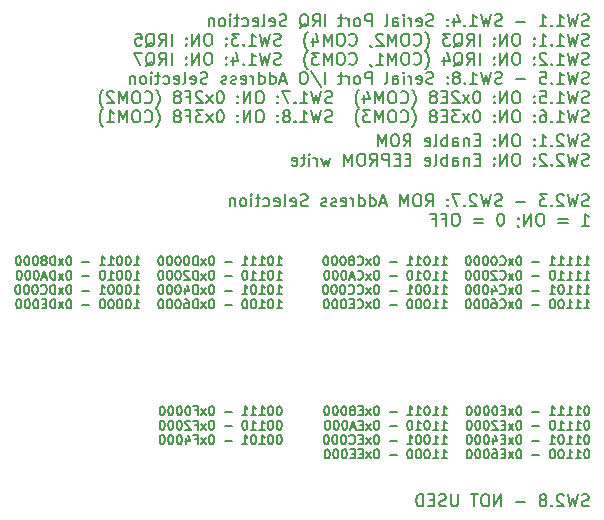
<source format=gbo>
G04 (created by PCBNEW-RS274X (2012-01-19 BZR 3256)-stable) date 12/21/2012 12:27:35 AM*
G01*
G70*
G90*
%MOIN*%
G04 Gerber Fmt 3.4, Leading zero omitted, Abs format*
%FSLAX34Y34*%
G04 APERTURE LIST*
%ADD10C,0.006000*%
%ADD11C,0.008000*%
G04 APERTURE END LIST*
G54D10*
X71121Y-44571D02*
X71093Y-44571D01*
X71064Y-44586D01*
X71050Y-44600D01*
X71036Y-44629D01*
X71021Y-44686D01*
X71021Y-44757D01*
X71036Y-44814D01*
X71050Y-44843D01*
X71064Y-44857D01*
X71093Y-44871D01*
X71121Y-44871D01*
X71150Y-44857D01*
X71164Y-44843D01*
X71179Y-44814D01*
X71193Y-44757D01*
X71193Y-44686D01*
X71179Y-44629D01*
X71164Y-44600D01*
X71150Y-44586D01*
X71121Y-44571D01*
X70735Y-44871D02*
X70907Y-44871D01*
X70821Y-44871D02*
X70821Y-44571D01*
X70850Y-44614D01*
X70878Y-44643D01*
X70907Y-44657D01*
X70449Y-44871D02*
X70621Y-44871D01*
X70535Y-44871D02*
X70535Y-44571D01*
X70564Y-44614D01*
X70592Y-44643D01*
X70621Y-44657D01*
X70163Y-44871D02*
X70335Y-44871D01*
X70249Y-44871D02*
X70249Y-44571D01*
X70278Y-44614D01*
X70306Y-44643D01*
X70335Y-44657D01*
X69877Y-44871D02*
X70049Y-44871D01*
X69963Y-44871D02*
X69963Y-44571D01*
X69992Y-44614D01*
X70020Y-44643D01*
X70049Y-44657D01*
X69520Y-44757D02*
X69291Y-44757D01*
X68862Y-44571D02*
X68834Y-44571D01*
X68805Y-44586D01*
X68791Y-44600D01*
X68777Y-44629D01*
X68762Y-44686D01*
X68762Y-44757D01*
X68777Y-44814D01*
X68791Y-44843D01*
X68805Y-44857D01*
X68834Y-44871D01*
X68862Y-44871D01*
X68891Y-44857D01*
X68905Y-44843D01*
X68920Y-44814D01*
X68934Y-44757D01*
X68934Y-44686D01*
X68920Y-44629D01*
X68905Y-44600D01*
X68891Y-44586D01*
X68862Y-44571D01*
X68662Y-44871D02*
X68505Y-44671D01*
X68662Y-44671D02*
X68505Y-44871D01*
X68391Y-44714D02*
X68291Y-44714D01*
X68248Y-44871D02*
X68391Y-44871D01*
X68391Y-44571D01*
X68248Y-44571D01*
X68062Y-44571D02*
X68034Y-44571D01*
X68005Y-44586D01*
X67991Y-44600D01*
X67977Y-44629D01*
X67962Y-44686D01*
X67962Y-44757D01*
X67977Y-44814D01*
X67991Y-44843D01*
X68005Y-44857D01*
X68034Y-44871D01*
X68062Y-44871D01*
X68091Y-44857D01*
X68105Y-44843D01*
X68120Y-44814D01*
X68134Y-44757D01*
X68134Y-44686D01*
X68120Y-44629D01*
X68105Y-44600D01*
X68091Y-44586D01*
X68062Y-44571D01*
X67776Y-44571D02*
X67748Y-44571D01*
X67719Y-44586D01*
X67705Y-44600D01*
X67691Y-44629D01*
X67676Y-44686D01*
X67676Y-44757D01*
X67691Y-44814D01*
X67705Y-44843D01*
X67719Y-44857D01*
X67748Y-44871D01*
X67776Y-44871D01*
X67805Y-44857D01*
X67819Y-44843D01*
X67834Y-44814D01*
X67848Y-44757D01*
X67848Y-44686D01*
X67834Y-44629D01*
X67819Y-44600D01*
X67805Y-44586D01*
X67776Y-44571D01*
X67490Y-44571D02*
X67462Y-44571D01*
X67433Y-44586D01*
X67419Y-44600D01*
X67405Y-44629D01*
X67390Y-44686D01*
X67390Y-44757D01*
X67405Y-44814D01*
X67419Y-44843D01*
X67433Y-44857D01*
X67462Y-44871D01*
X67490Y-44871D01*
X67519Y-44857D01*
X67533Y-44843D01*
X67548Y-44814D01*
X67562Y-44757D01*
X67562Y-44686D01*
X67548Y-44629D01*
X67533Y-44600D01*
X67519Y-44586D01*
X67490Y-44571D01*
X67204Y-44571D02*
X67176Y-44571D01*
X67147Y-44586D01*
X67133Y-44600D01*
X67119Y-44629D01*
X67104Y-44686D01*
X67104Y-44757D01*
X67119Y-44814D01*
X67133Y-44843D01*
X67147Y-44857D01*
X67176Y-44871D01*
X67204Y-44871D01*
X67233Y-44857D01*
X67247Y-44843D01*
X67262Y-44814D01*
X67276Y-44757D01*
X67276Y-44686D01*
X67262Y-44629D01*
X67247Y-44600D01*
X67233Y-44586D01*
X67204Y-44571D01*
X71121Y-45051D02*
X71093Y-45051D01*
X71064Y-45066D01*
X71050Y-45080D01*
X71036Y-45109D01*
X71021Y-45166D01*
X71021Y-45237D01*
X71036Y-45294D01*
X71050Y-45323D01*
X71064Y-45337D01*
X71093Y-45351D01*
X71121Y-45351D01*
X71150Y-45337D01*
X71164Y-45323D01*
X71179Y-45294D01*
X71193Y-45237D01*
X71193Y-45166D01*
X71179Y-45109D01*
X71164Y-45080D01*
X71150Y-45066D01*
X71121Y-45051D01*
X70735Y-45351D02*
X70907Y-45351D01*
X70821Y-45351D02*
X70821Y-45051D01*
X70850Y-45094D01*
X70878Y-45123D01*
X70907Y-45137D01*
X70449Y-45351D02*
X70621Y-45351D01*
X70535Y-45351D02*
X70535Y-45051D01*
X70564Y-45094D01*
X70592Y-45123D01*
X70621Y-45137D01*
X70163Y-45351D02*
X70335Y-45351D01*
X70249Y-45351D02*
X70249Y-45051D01*
X70278Y-45094D01*
X70306Y-45123D01*
X70335Y-45137D01*
X69977Y-45051D02*
X69949Y-45051D01*
X69920Y-45066D01*
X69906Y-45080D01*
X69892Y-45109D01*
X69877Y-45166D01*
X69877Y-45237D01*
X69892Y-45294D01*
X69906Y-45323D01*
X69920Y-45337D01*
X69949Y-45351D01*
X69977Y-45351D01*
X70006Y-45337D01*
X70020Y-45323D01*
X70035Y-45294D01*
X70049Y-45237D01*
X70049Y-45166D01*
X70035Y-45109D01*
X70020Y-45080D01*
X70006Y-45066D01*
X69977Y-45051D01*
X69520Y-45237D02*
X69291Y-45237D01*
X68862Y-45051D02*
X68834Y-45051D01*
X68805Y-45066D01*
X68791Y-45080D01*
X68777Y-45109D01*
X68762Y-45166D01*
X68762Y-45237D01*
X68777Y-45294D01*
X68791Y-45323D01*
X68805Y-45337D01*
X68834Y-45351D01*
X68862Y-45351D01*
X68891Y-45337D01*
X68905Y-45323D01*
X68920Y-45294D01*
X68934Y-45237D01*
X68934Y-45166D01*
X68920Y-45109D01*
X68905Y-45080D01*
X68891Y-45066D01*
X68862Y-45051D01*
X68662Y-45351D02*
X68505Y-45151D01*
X68662Y-45151D02*
X68505Y-45351D01*
X68391Y-45194D02*
X68291Y-45194D01*
X68248Y-45351D02*
X68391Y-45351D01*
X68391Y-45051D01*
X68248Y-45051D01*
X68134Y-45080D02*
X68120Y-45066D01*
X68091Y-45051D01*
X68020Y-45051D01*
X67991Y-45066D01*
X67977Y-45080D01*
X67962Y-45109D01*
X67962Y-45137D01*
X67977Y-45180D01*
X68148Y-45351D01*
X67962Y-45351D01*
X67776Y-45051D02*
X67748Y-45051D01*
X67719Y-45066D01*
X67705Y-45080D01*
X67691Y-45109D01*
X67676Y-45166D01*
X67676Y-45237D01*
X67691Y-45294D01*
X67705Y-45323D01*
X67719Y-45337D01*
X67748Y-45351D01*
X67776Y-45351D01*
X67805Y-45337D01*
X67819Y-45323D01*
X67834Y-45294D01*
X67848Y-45237D01*
X67848Y-45166D01*
X67834Y-45109D01*
X67819Y-45080D01*
X67805Y-45066D01*
X67776Y-45051D01*
X67490Y-45051D02*
X67462Y-45051D01*
X67433Y-45066D01*
X67419Y-45080D01*
X67405Y-45109D01*
X67390Y-45166D01*
X67390Y-45237D01*
X67405Y-45294D01*
X67419Y-45323D01*
X67433Y-45337D01*
X67462Y-45351D01*
X67490Y-45351D01*
X67519Y-45337D01*
X67533Y-45323D01*
X67548Y-45294D01*
X67562Y-45237D01*
X67562Y-45166D01*
X67548Y-45109D01*
X67533Y-45080D01*
X67519Y-45066D01*
X67490Y-45051D01*
X67204Y-45051D02*
X67176Y-45051D01*
X67147Y-45066D01*
X67133Y-45080D01*
X67119Y-45109D01*
X67104Y-45166D01*
X67104Y-45237D01*
X67119Y-45294D01*
X67133Y-45323D01*
X67147Y-45337D01*
X67176Y-45351D01*
X67204Y-45351D01*
X67233Y-45337D01*
X67247Y-45323D01*
X67262Y-45294D01*
X67276Y-45237D01*
X67276Y-45166D01*
X67262Y-45109D01*
X67247Y-45080D01*
X67233Y-45066D01*
X67204Y-45051D01*
X71121Y-45531D02*
X71093Y-45531D01*
X71064Y-45546D01*
X71050Y-45560D01*
X71036Y-45589D01*
X71021Y-45646D01*
X71021Y-45717D01*
X71036Y-45774D01*
X71050Y-45803D01*
X71064Y-45817D01*
X71093Y-45831D01*
X71121Y-45831D01*
X71150Y-45817D01*
X71164Y-45803D01*
X71179Y-45774D01*
X71193Y-45717D01*
X71193Y-45646D01*
X71179Y-45589D01*
X71164Y-45560D01*
X71150Y-45546D01*
X71121Y-45531D01*
X70735Y-45831D02*
X70907Y-45831D01*
X70821Y-45831D02*
X70821Y-45531D01*
X70850Y-45574D01*
X70878Y-45603D01*
X70907Y-45617D01*
X70449Y-45831D02*
X70621Y-45831D01*
X70535Y-45831D02*
X70535Y-45531D01*
X70564Y-45574D01*
X70592Y-45603D01*
X70621Y-45617D01*
X70263Y-45531D02*
X70235Y-45531D01*
X70206Y-45546D01*
X70192Y-45560D01*
X70178Y-45589D01*
X70163Y-45646D01*
X70163Y-45717D01*
X70178Y-45774D01*
X70192Y-45803D01*
X70206Y-45817D01*
X70235Y-45831D01*
X70263Y-45831D01*
X70292Y-45817D01*
X70306Y-45803D01*
X70321Y-45774D01*
X70335Y-45717D01*
X70335Y-45646D01*
X70321Y-45589D01*
X70306Y-45560D01*
X70292Y-45546D01*
X70263Y-45531D01*
X69877Y-45831D02*
X70049Y-45831D01*
X69963Y-45831D02*
X69963Y-45531D01*
X69992Y-45574D01*
X70020Y-45603D01*
X70049Y-45617D01*
X69520Y-45717D02*
X69291Y-45717D01*
X68862Y-45531D02*
X68834Y-45531D01*
X68805Y-45546D01*
X68791Y-45560D01*
X68777Y-45589D01*
X68762Y-45646D01*
X68762Y-45717D01*
X68777Y-45774D01*
X68791Y-45803D01*
X68805Y-45817D01*
X68834Y-45831D01*
X68862Y-45831D01*
X68891Y-45817D01*
X68905Y-45803D01*
X68920Y-45774D01*
X68934Y-45717D01*
X68934Y-45646D01*
X68920Y-45589D01*
X68905Y-45560D01*
X68891Y-45546D01*
X68862Y-45531D01*
X68662Y-45831D02*
X68505Y-45631D01*
X68662Y-45631D02*
X68505Y-45831D01*
X68391Y-45674D02*
X68291Y-45674D01*
X68248Y-45831D02*
X68391Y-45831D01*
X68391Y-45531D01*
X68248Y-45531D01*
X67991Y-45631D02*
X67991Y-45831D01*
X68062Y-45517D02*
X68134Y-45731D01*
X67948Y-45731D01*
X67776Y-45531D02*
X67748Y-45531D01*
X67719Y-45546D01*
X67705Y-45560D01*
X67691Y-45589D01*
X67676Y-45646D01*
X67676Y-45717D01*
X67691Y-45774D01*
X67705Y-45803D01*
X67719Y-45817D01*
X67748Y-45831D01*
X67776Y-45831D01*
X67805Y-45817D01*
X67819Y-45803D01*
X67834Y-45774D01*
X67848Y-45717D01*
X67848Y-45646D01*
X67834Y-45589D01*
X67819Y-45560D01*
X67805Y-45546D01*
X67776Y-45531D01*
X67490Y-45531D02*
X67462Y-45531D01*
X67433Y-45546D01*
X67419Y-45560D01*
X67405Y-45589D01*
X67390Y-45646D01*
X67390Y-45717D01*
X67405Y-45774D01*
X67419Y-45803D01*
X67433Y-45817D01*
X67462Y-45831D01*
X67490Y-45831D01*
X67519Y-45817D01*
X67533Y-45803D01*
X67548Y-45774D01*
X67562Y-45717D01*
X67562Y-45646D01*
X67548Y-45589D01*
X67533Y-45560D01*
X67519Y-45546D01*
X67490Y-45531D01*
X67204Y-45531D02*
X67176Y-45531D01*
X67147Y-45546D01*
X67133Y-45560D01*
X67119Y-45589D01*
X67104Y-45646D01*
X67104Y-45717D01*
X67119Y-45774D01*
X67133Y-45803D01*
X67147Y-45817D01*
X67176Y-45831D01*
X67204Y-45831D01*
X67233Y-45817D01*
X67247Y-45803D01*
X67262Y-45774D01*
X67276Y-45717D01*
X67276Y-45646D01*
X67262Y-45589D01*
X67247Y-45560D01*
X67233Y-45546D01*
X67204Y-45531D01*
X71121Y-46011D02*
X71093Y-46011D01*
X71064Y-46026D01*
X71050Y-46040D01*
X71036Y-46069D01*
X71021Y-46126D01*
X71021Y-46197D01*
X71036Y-46254D01*
X71050Y-46283D01*
X71064Y-46297D01*
X71093Y-46311D01*
X71121Y-46311D01*
X71150Y-46297D01*
X71164Y-46283D01*
X71179Y-46254D01*
X71193Y-46197D01*
X71193Y-46126D01*
X71179Y-46069D01*
X71164Y-46040D01*
X71150Y-46026D01*
X71121Y-46011D01*
X70735Y-46311D02*
X70907Y-46311D01*
X70821Y-46311D02*
X70821Y-46011D01*
X70850Y-46054D01*
X70878Y-46083D01*
X70907Y-46097D01*
X70449Y-46311D02*
X70621Y-46311D01*
X70535Y-46311D02*
X70535Y-46011D01*
X70564Y-46054D01*
X70592Y-46083D01*
X70621Y-46097D01*
X70263Y-46011D02*
X70235Y-46011D01*
X70206Y-46026D01*
X70192Y-46040D01*
X70178Y-46069D01*
X70163Y-46126D01*
X70163Y-46197D01*
X70178Y-46254D01*
X70192Y-46283D01*
X70206Y-46297D01*
X70235Y-46311D01*
X70263Y-46311D01*
X70292Y-46297D01*
X70306Y-46283D01*
X70321Y-46254D01*
X70335Y-46197D01*
X70335Y-46126D01*
X70321Y-46069D01*
X70306Y-46040D01*
X70292Y-46026D01*
X70263Y-46011D01*
X69977Y-46011D02*
X69949Y-46011D01*
X69920Y-46026D01*
X69906Y-46040D01*
X69892Y-46069D01*
X69877Y-46126D01*
X69877Y-46197D01*
X69892Y-46254D01*
X69906Y-46283D01*
X69920Y-46297D01*
X69949Y-46311D01*
X69977Y-46311D01*
X70006Y-46297D01*
X70020Y-46283D01*
X70035Y-46254D01*
X70049Y-46197D01*
X70049Y-46126D01*
X70035Y-46069D01*
X70020Y-46040D01*
X70006Y-46026D01*
X69977Y-46011D01*
X69520Y-46197D02*
X69291Y-46197D01*
X68862Y-46011D02*
X68834Y-46011D01*
X68805Y-46026D01*
X68791Y-46040D01*
X68777Y-46069D01*
X68762Y-46126D01*
X68762Y-46197D01*
X68777Y-46254D01*
X68791Y-46283D01*
X68805Y-46297D01*
X68834Y-46311D01*
X68862Y-46311D01*
X68891Y-46297D01*
X68905Y-46283D01*
X68920Y-46254D01*
X68934Y-46197D01*
X68934Y-46126D01*
X68920Y-46069D01*
X68905Y-46040D01*
X68891Y-46026D01*
X68862Y-46011D01*
X68662Y-46311D02*
X68505Y-46111D01*
X68662Y-46111D02*
X68505Y-46311D01*
X68391Y-46154D02*
X68291Y-46154D01*
X68248Y-46311D02*
X68391Y-46311D01*
X68391Y-46011D01*
X68248Y-46011D01*
X67991Y-46011D02*
X68048Y-46011D01*
X68077Y-46026D01*
X68091Y-46040D01*
X68120Y-46083D01*
X68134Y-46140D01*
X68134Y-46254D01*
X68120Y-46283D01*
X68105Y-46297D01*
X68077Y-46311D01*
X68020Y-46311D01*
X67991Y-46297D01*
X67977Y-46283D01*
X67962Y-46254D01*
X67962Y-46183D01*
X67977Y-46154D01*
X67991Y-46140D01*
X68020Y-46126D01*
X68077Y-46126D01*
X68105Y-46140D01*
X68120Y-46154D01*
X68134Y-46183D01*
X67776Y-46011D02*
X67748Y-46011D01*
X67719Y-46026D01*
X67705Y-46040D01*
X67691Y-46069D01*
X67676Y-46126D01*
X67676Y-46197D01*
X67691Y-46254D01*
X67705Y-46283D01*
X67719Y-46297D01*
X67748Y-46311D01*
X67776Y-46311D01*
X67805Y-46297D01*
X67819Y-46283D01*
X67834Y-46254D01*
X67848Y-46197D01*
X67848Y-46126D01*
X67834Y-46069D01*
X67819Y-46040D01*
X67805Y-46026D01*
X67776Y-46011D01*
X67490Y-46011D02*
X67462Y-46011D01*
X67433Y-46026D01*
X67419Y-46040D01*
X67405Y-46069D01*
X67390Y-46126D01*
X67390Y-46197D01*
X67405Y-46254D01*
X67419Y-46283D01*
X67433Y-46297D01*
X67462Y-46311D01*
X67490Y-46311D01*
X67519Y-46297D01*
X67533Y-46283D01*
X67548Y-46254D01*
X67562Y-46197D01*
X67562Y-46126D01*
X67548Y-46069D01*
X67533Y-46040D01*
X67519Y-46026D01*
X67490Y-46011D01*
X67204Y-46011D02*
X67176Y-46011D01*
X67147Y-46026D01*
X67133Y-46040D01*
X67119Y-46069D01*
X67104Y-46126D01*
X67104Y-46197D01*
X67119Y-46254D01*
X67133Y-46283D01*
X67147Y-46297D01*
X67176Y-46311D01*
X67204Y-46311D01*
X67233Y-46297D01*
X67247Y-46283D01*
X67262Y-46254D01*
X67276Y-46197D01*
X67276Y-46126D01*
X67262Y-46069D01*
X67247Y-46040D01*
X67233Y-46026D01*
X67204Y-46011D01*
X66271Y-44871D02*
X66443Y-44871D01*
X66357Y-44871D02*
X66357Y-44571D01*
X66386Y-44614D01*
X66414Y-44643D01*
X66443Y-44657D01*
X65985Y-44871D02*
X66157Y-44871D01*
X66071Y-44871D02*
X66071Y-44571D01*
X66100Y-44614D01*
X66128Y-44643D01*
X66157Y-44657D01*
X65799Y-44571D02*
X65771Y-44571D01*
X65742Y-44586D01*
X65728Y-44600D01*
X65714Y-44629D01*
X65699Y-44686D01*
X65699Y-44757D01*
X65714Y-44814D01*
X65728Y-44843D01*
X65742Y-44857D01*
X65771Y-44871D01*
X65799Y-44871D01*
X65828Y-44857D01*
X65842Y-44843D01*
X65857Y-44814D01*
X65871Y-44757D01*
X65871Y-44686D01*
X65857Y-44629D01*
X65842Y-44600D01*
X65828Y-44586D01*
X65799Y-44571D01*
X65413Y-44871D02*
X65585Y-44871D01*
X65499Y-44871D02*
X65499Y-44571D01*
X65528Y-44614D01*
X65556Y-44643D01*
X65585Y-44657D01*
X65127Y-44871D02*
X65299Y-44871D01*
X65213Y-44871D02*
X65213Y-44571D01*
X65242Y-44614D01*
X65270Y-44643D01*
X65299Y-44657D01*
X64770Y-44757D02*
X64541Y-44757D01*
X64112Y-44571D02*
X64084Y-44571D01*
X64055Y-44586D01*
X64041Y-44600D01*
X64027Y-44629D01*
X64012Y-44686D01*
X64012Y-44757D01*
X64027Y-44814D01*
X64041Y-44843D01*
X64055Y-44857D01*
X64084Y-44871D01*
X64112Y-44871D01*
X64141Y-44857D01*
X64155Y-44843D01*
X64170Y-44814D01*
X64184Y-44757D01*
X64184Y-44686D01*
X64170Y-44629D01*
X64155Y-44600D01*
X64141Y-44586D01*
X64112Y-44571D01*
X63912Y-44871D02*
X63755Y-44671D01*
X63912Y-44671D02*
X63755Y-44871D01*
X63641Y-44714D02*
X63541Y-44714D01*
X63498Y-44871D02*
X63641Y-44871D01*
X63641Y-44571D01*
X63498Y-44571D01*
X63327Y-44700D02*
X63355Y-44686D01*
X63370Y-44671D01*
X63384Y-44643D01*
X63384Y-44629D01*
X63370Y-44600D01*
X63355Y-44586D01*
X63327Y-44571D01*
X63270Y-44571D01*
X63241Y-44586D01*
X63227Y-44600D01*
X63212Y-44629D01*
X63212Y-44643D01*
X63227Y-44671D01*
X63241Y-44686D01*
X63270Y-44700D01*
X63327Y-44700D01*
X63355Y-44714D01*
X63370Y-44729D01*
X63384Y-44757D01*
X63384Y-44814D01*
X63370Y-44843D01*
X63355Y-44857D01*
X63327Y-44871D01*
X63270Y-44871D01*
X63241Y-44857D01*
X63227Y-44843D01*
X63212Y-44814D01*
X63212Y-44757D01*
X63227Y-44729D01*
X63241Y-44714D01*
X63270Y-44700D01*
X63026Y-44571D02*
X62998Y-44571D01*
X62969Y-44586D01*
X62955Y-44600D01*
X62941Y-44629D01*
X62926Y-44686D01*
X62926Y-44757D01*
X62941Y-44814D01*
X62955Y-44843D01*
X62969Y-44857D01*
X62998Y-44871D01*
X63026Y-44871D01*
X63055Y-44857D01*
X63069Y-44843D01*
X63084Y-44814D01*
X63098Y-44757D01*
X63098Y-44686D01*
X63084Y-44629D01*
X63069Y-44600D01*
X63055Y-44586D01*
X63026Y-44571D01*
X62740Y-44571D02*
X62712Y-44571D01*
X62683Y-44586D01*
X62669Y-44600D01*
X62655Y-44629D01*
X62640Y-44686D01*
X62640Y-44757D01*
X62655Y-44814D01*
X62669Y-44843D01*
X62683Y-44857D01*
X62712Y-44871D01*
X62740Y-44871D01*
X62769Y-44857D01*
X62783Y-44843D01*
X62798Y-44814D01*
X62812Y-44757D01*
X62812Y-44686D01*
X62798Y-44629D01*
X62783Y-44600D01*
X62769Y-44586D01*
X62740Y-44571D01*
X62454Y-44571D02*
X62426Y-44571D01*
X62397Y-44586D01*
X62383Y-44600D01*
X62369Y-44629D01*
X62354Y-44686D01*
X62354Y-44757D01*
X62369Y-44814D01*
X62383Y-44843D01*
X62397Y-44857D01*
X62426Y-44871D01*
X62454Y-44871D01*
X62483Y-44857D01*
X62497Y-44843D01*
X62512Y-44814D01*
X62526Y-44757D01*
X62526Y-44686D01*
X62512Y-44629D01*
X62497Y-44600D01*
X62483Y-44586D01*
X62454Y-44571D01*
X66271Y-45351D02*
X66443Y-45351D01*
X66357Y-45351D02*
X66357Y-45051D01*
X66386Y-45094D01*
X66414Y-45123D01*
X66443Y-45137D01*
X65985Y-45351D02*
X66157Y-45351D01*
X66071Y-45351D02*
X66071Y-45051D01*
X66100Y-45094D01*
X66128Y-45123D01*
X66157Y-45137D01*
X65799Y-45051D02*
X65771Y-45051D01*
X65742Y-45066D01*
X65728Y-45080D01*
X65714Y-45109D01*
X65699Y-45166D01*
X65699Y-45237D01*
X65714Y-45294D01*
X65728Y-45323D01*
X65742Y-45337D01*
X65771Y-45351D01*
X65799Y-45351D01*
X65828Y-45337D01*
X65842Y-45323D01*
X65857Y-45294D01*
X65871Y-45237D01*
X65871Y-45166D01*
X65857Y-45109D01*
X65842Y-45080D01*
X65828Y-45066D01*
X65799Y-45051D01*
X65413Y-45351D02*
X65585Y-45351D01*
X65499Y-45351D02*
X65499Y-45051D01*
X65528Y-45094D01*
X65556Y-45123D01*
X65585Y-45137D01*
X65227Y-45051D02*
X65199Y-45051D01*
X65170Y-45066D01*
X65156Y-45080D01*
X65142Y-45109D01*
X65127Y-45166D01*
X65127Y-45237D01*
X65142Y-45294D01*
X65156Y-45323D01*
X65170Y-45337D01*
X65199Y-45351D01*
X65227Y-45351D01*
X65256Y-45337D01*
X65270Y-45323D01*
X65285Y-45294D01*
X65299Y-45237D01*
X65299Y-45166D01*
X65285Y-45109D01*
X65270Y-45080D01*
X65256Y-45066D01*
X65227Y-45051D01*
X64770Y-45237D02*
X64541Y-45237D01*
X64112Y-45051D02*
X64084Y-45051D01*
X64055Y-45066D01*
X64041Y-45080D01*
X64027Y-45109D01*
X64012Y-45166D01*
X64012Y-45237D01*
X64027Y-45294D01*
X64041Y-45323D01*
X64055Y-45337D01*
X64084Y-45351D01*
X64112Y-45351D01*
X64141Y-45337D01*
X64155Y-45323D01*
X64170Y-45294D01*
X64184Y-45237D01*
X64184Y-45166D01*
X64170Y-45109D01*
X64155Y-45080D01*
X64141Y-45066D01*
X64112Y-45051D01*
X63912Y-45351D02*
X63755Y-45151D01*
X63912Y-45151D02*
X63755Y-45351D01*
X63641Y-45194D02*
X63541Y-45194D01*
X63498Y-45351D02*
X63641Y-45351D01*
X63641Y-45051D01*
X63498Y-45051D01*
X63384Y-45266D02*
X63241Y-45266D01*
X63412Y-45351D02*
X63312Y-45051D01*
X63212Y-45351D01*
X63055Y-45051D02*
X63027Y-45051D01*
X62998Y-45066D01*
X62984Y-45080D01*
X62970Y-45109D01*
X62955Y-45166D01*
X62955Y-45237D01*
X62970Y-45294D01*
X62984Y-45323D01*
X62998Y-45337D01*
X63027Y-45351D01*
X63055Y-45351D01*
X63084Y-45337D01*
X63098Y-45323D01*
X63113Y-45294D01*
X63127Y-45237D01*
X63127Y-45166D01*
X63113Y-45109D01*
X63098Y-45080D01*
X63084Y-45066D01*
X63055Y-45051D01*
X62769Y-45051D02*
X62741Y-45051D01*
X62712Y-45066D01*
X62698Y-45080D01*
X62684Y-45109D01*
X62669Y-45166D01*
X62669Y-45237D01*
X62684Y-45294D01*
X62698Y-45323D01*
X62712Y-45337D01*
X62741Y-45351D01*
X62769Y-45351D01*
X62798Y-45337D01*
X62812Y-45323D01*
X62827Y-45294D01*
X62841Y-45237D01*
X62841Y-45166D01*
X62827Y-45109D01*
X62812Y-45080D01*
X62798Y-45066D01*
X62769Y-45051D01*
X62483Y-45051D02*
X62455Y-45051D01*
X62426Y-45066D01*
X62412Y-45080D01*
X62398Y-45109D01*
X62383Y-45166D01*
X62383Y-45237D01*
X62398Y-45294D01*
X62412Y-45323D01*
X62426Y-45337D01*
X62455Y-45351D01*
X62483Y-45351D01*
X62512Y-45337D01*
X62526Y-45323D01*
X62541Y-45294D01*
X62555Y-45237D01*
X62555Y-45166D01*
X62541Y-45109D01*
X62526Y-45080D01*
X62512Y-45066D01*
X62483Y-45051D01*
X66271Y-45831D02*
X66443Y-45831D01*
X66357Y-45831D02*
X66357Y-45531D01*
X66386Y-45574D01*
X66414Y-45603D01*
X66443Y-45617D01*
X65985Y-45831D02*
X66157Y-45831D01*
X66071Y-45831D02*
X66071Y-45531D01*
X66100Y-45574D01*
X66128Y-45603D01*
X66157Y-45617D01*
X65799Y-45531D02*
X65771Y-45531D01*
X65742Y-45546D01*
X65728Y-45560D01*
X65714Y-45589D01*
X65699Y-45646D01*
X65699Y-45717D01*
X65714Y-45774D01*
X65728Y-45803D01*
X65742Y-45817D01*
X65771Y-45831D01*
X65799Y-45831D01*
X65828Y-45817D01*
X65842Y-45803D01*
X65857Y-45774D01*
X65871Y-45717D01*
X65871Y-45646D01*
X65857Y-45589D01*
X65842Y-45560D01*
X65828Y-45546D01*
X65799Y-45531D01*
X65513Y-45531D02*
X65485Y-45531D01*
X65456Y-45546D01*
X65442Y-45560D01*
X65428Y-45589D01*
X65413Y-45646D01*
X65413Y-45717D01*
X65428Y-45774D01*
X65442Y-45803D01*
X65456Y-45817D01*
X65485Y-45831D01*
X65513Y-45831D01*
X65542Y-45817D01*
X65556Y-45803D01*
X65571Y-45774D01*
X65585Y-45717D01*
X65585Y-45646D01*
X65571Y-45589D01*
X65556Y-45560D01*
X65542Y-45546D01*
X65513Y-45531D01*
X65127Y-45831D02*
X65299Y-45831D01*
X65213Y-45831D02*
X65213Y-45531D01*
X65242Y-45574D01*
X65270Y-45603D01*
X65299Y-45617D01*
X64770Y-45717D02*
X64541Y-45717D01*
X64112Y-45531D02*
X64084Y-45531D01*
X64055Y-45546D01*
X64041Y-45560D01*
X64027Y-45589D01*
X64012Y-45646D01*
X64012Y-45717D01*
X64027Y-45774D01*
X64041Y-45803D01*
X64055Y-45817D01*
X64084Y-45831D01*
X64112Y-45831D01*
X64141Y-45817D01*
X64155Y-45803D01*
X64170Y-45774D01*
X64184Y-45717D01*
X64184Y-45646D01*
X64170Y-45589D01*
X64155Y-45560D01*
X64141Y-45546D01*
X64112Y-45531D01*
X63912Y-45831D02*
X63755Y-45631D01*
X63912Y-45631D02*
X63755Y-45831D01*
X63641Y-45674D02*
X63541Y-45674D01*
X63498Y-45831D02*
X63641Y-45831D01*
X63641Y-45531D01*
X63498Y-45531D01*
X63198Y-45803D02*
X63212Y-45817D01*
X63255Y-45831D01*
X63284Y-45831D01*
X63327Y-45817D01*
X63355Y-45789D01*
X63370Y-45760D01*
X63384Y-45703D01*
X63384Y-45660D01*
X63370Y-45603D01*
X63355Y-45574D01*
X63327Y-45546D01*
X63284Y-45531D01*
X63255Y-45531D01*
X63212Y-45546D01*
X63198Y-45560D01*
X63012Y-45531D02*
X62984Y-45531D01*
X62955Y-45546D01*
X62941Y-45560D01*
X62927Y-45589D01*
X62912Y-45646D01*
X62912Y-45717D01*
X62927Y-45774D01*
X62941Y-45803D01*
X62955Y-45817D01*
X62984Y-45831D01*
X63012Y-45831D01*
X63041Y-45817D01*
X63055Y-45803D01*
X63070Y-45774D01*
X63084Y-45717D01*
X63084Y-45646D01*
X63070Y-45589D01*
X63055Y-45560D01*
X63041Y-45546D01*
X63012Y-45531D01*
X62726Y-45531D02*
X62698Y-45531D01*
X62669Y-45546D01*
X62655Y-45560D01*
X62641Y-45589D01*
X62626Y-45646D01*
X62626Y-45717D01*
X62641Y-45774D01*
X62655Y-45803D01*
X62669Y-45817D01*
X62698Y-45831D01*
X62726Y-45831D01*
X62755Y-45817D01*
X62769Y-45803D01*
X62784Y-45774D01*
X62798Y-45717D01*
X62798Y-45646D01*
X62784Y-45589D01*
X62769Y-45560D01*
X62755Y-45546D01*
X62726Y-45531D01*
X62440Y-45531D02*
X62412Y-45531D01*
X62383Y-45546D01*
X62369Y-45560D01*
X62355Y-45589D01*
X62340Y-45646D01*
X62340Y-45717D01*
X62355Y-45774D01*
X62369Y-45803D01*
X62383Y-45817D01*
X62412Y-45831D01*
X62440Y-45831D01*
X62469Y-45817D01*
X62483Y-45803D01*
X62498Y-45774D01*
X62512Y-45717D01*
X62512Y-45646D01*
X62498Y-45589D01*
X62483Y-45560D01*
X62469Y-45546D01*
X62440Y-45531D01*
X66271Y-46311D02*
X66443Y-46311D01*
X66357Y-46311D02*
X66357Y-46011D01*
X66386Y-46054D01*
X66414Y-46083D01*
X66443Y-46097D01*
X65985Y-46311D02*
X66157Y-46311D01*
X66071Y-46311D02*
X66071Y-46011D01*
X66100Y-46054D01*
X66128Y-46083D01*
X66157Y-46097D01*
X65799Y-46011D02*
X65771Y-46011D01*
X65742Y-46026D01*
X65728Y-46040D01*
X65714Y-46069D01*
X65699Y-46126D01*
X65699Y-46197D01*
X65714Y-46254D01*
X65728Y-46283D01*
X65742Y-46297D01*
X65771Y-46311D01*
X65799Y-46311D01*
X65828Y-46297D01*
X65842Y-46283D01*
X65857Y-46254D01*
X65871Y-46197D01*
X65871Y-46126D01*
X65857Y-46069D01*
X65842Y-46040D01*
X65828Y-46026D01*
X65799Y-46011D01*
X65513Y-46011D02*
X65485Y-46011D01*
X65456Y-46026D01*
X65442Y-46040D01*
X65428Y-46069D01*
X65413Y-46126D01*
X65413Y-46197D01*
X65428Y-46254D01*
X65442Y-46283D01*
X65456Y-46297D01*
X65485Y-46311D01*
X65513Y-46311D01*
X65542Y-46297D01*
X65556Y-46283D01*
X65571Y-46254D01*
X65585Y-46197D01*
X65585Y-46126D01*
X65571Y-46069D01*
X65556Y-46040D01*
X65542Y-46026D01*
X65513Y-46011D01*
X65227Y-46011D02*
X65199Y-46011D01*
X65170Y-46026D01*
X65156Y-46040D01*
X65142Y-46069D01*
X65127Y-46126D01*
X65127Y-46197D01*
X65142Y-46254D01*
X65156Y-46283D01*
X65170Y-46297D01*
X65199Y-46311D01*
X65227Y-46311D01*
X65256Y-46297D01*
X65270Y-46283D01*
X65285Y-46254D01*
X65299Y-46197D01*
X65299Y-46126D01*
X65285Y-46069D01*
X65270Y-46040D01*
X65256Y-46026D01*
X65227Y-46011D01*
X64770Y-46197D02*
X64541Y-46197D01*
X64112Y-46011D02*
X64084Y-46011D01*
X64055Y-46026D01*
X64041Y-46040D01*
X64027Y-46069D01*
X64012Y-46126D01*
X64012Y-46197D01*
X64027Y-46254D01*
X64041Y-46283D01*
X64055Y-46297D01*
X64084Y-46311D01*
X64112Y-46311D01*
X64141Y-46297D01*
X64155Y-46283D01*
X64170Y-46254D01*
X64184Y-46197D01*
X64184Y-46126D01*
X64170Y-46069D01*
X64155Y-46040D01*
X64141Y-46026D01*
X64112Y-46011D01*
X63912Y-46311D02*
X63755Y-46111D01*
X63912Y-46111D02*
X63755Y-46311D01*
X63641Y-46154D02*
X63541Y-46154D01*
X63498Y-46311D02*
X63641Y-46311D01*
X63641Y-46011D01*
X63498Y-46011D01*
X63370Y-46154D02*
X63270Y-46154D01*
X63227Y-46311D02*
X63370Y-46311D01*
X63370Y-46011D01*
X63227Y-46011D01*
X63041Y-46011D02*
X63013Y-46011D01*
X62984Y-46026D01*
X62970Y-46040D01*
X62956Y-46069D01*
X62941Y-46126D01*
X62941Y-46197D01*
X62956Y-46254D01*
X62970Y-46283D01*
X62984Y-46297D01*
X63013Y-46311D01*
X63041Y-46311D01*
X63070Y-46297D01*
X63084Y-46283D01*
X63099Y-46254D01*
X63113Y-46197D01*
X63113Y-46126D01*
X63099Y-46069D01*
X63084Y-46040D01*
X63070Y-46026D01*
X63041Y-46011D01*
X62755Y-46011D02*
X62727Y-46011D01*
X62698Y-46026D01*
X62684Y-46040D01*
X62670Y-46069D01*
X62655Y-46126D01*
X62655Y-46197D01*
X62670Y-46254D01*
X62684Y-46283D01*
X62698Y-46297D01*
X62727Y-46311D01*
X62755Y-46311D01*
X62784Y-46297D01*
X62798Y-46283D01*
X62813Y-46254D01*
X62827Y-46197D01*
X62827Y-46126D01*
X62813Y-46069D01*
X62798Y-46040D01*
X62784Y-46026D01*
X62755Y-46011D01*
X62469Y-46011D02*
X62441Y-46011D01*
X62412Y-46026D01*
X62398Y-46040D01*
X62384Y-46069D01*
X62369Y-46126D01*
X62369Y-46197D01*
X62384Y-46254D01*
X62398Y-46283D01*
X62412Y-46297D01*
X62441Y-46311D01*
X62469Y-46311D01*
X62498Y-46297D01*
X62512Y-46283D01*
X62527Y-46254D01*
X62541Y-46197D01*
X62541Y-46126D01*
X62527Y-46069D01*
X62512Y-46040D01*
X62498Y-46026D01*
X62469Y-46011D01*
X60871Y-44571D02*
X60843Y-44571D01*
X60814Y-44586D01*
X60800Y-44600D01*
X60786Y-44629D01*
X60771Y-44686D01*
X60771Y-44757D01*
X60786Y-44814D01*
X60800Y-44843D01*
X60814Y-44857D01*
X60843Y-44871D01*
X60871Y-44871D01*
X60900Y-44857D01*
X60914Y-44843D01*
X60929Y-44814D01*
X60943Y-44757D01*
X60943Y-44686D01*
X60929Y-44629D01*
X60914Y-44600D01*
X60900Y-44586D01*
X60871Y-44571D01*
X60585Y-44571D02*
X60557Y-44571D01*
X60528Y-44586D01*
X60514Y-44600D01*
X60500Y-44629D01*
X60485Y-44686D01*
X60485Y-44757D01*
X60500Y-44814D01*
X60514Y-44843D01*
X60528Y-44857D01*
X60557Y-44871D01*
X60585Y-44871D01*
X60614Y-44857D01*
X60628Y-44843D01*
X60643Y-44814D01*
X60657Y-44757D01*
X60657Y-44686D01*
X60643Y-44629D01*
X60628Y-44600D01*
X60614Y-44586D01*
X60585Y-44571D01*
X60199Y-44871D02*
X60371Y-44871D01*
X60285Y-44871D02*
X60285Y-44571D01*
X60314Y-44614D01*
X60342Y-44643D01*
X60371Y-44657D01*
X59913Y-44871D02*
X60085Y-44871D01*
X59999Y-44871D02*
X59999Y-44571D01*
X60028Y-44614D01*
X60056Y-44643D01*
X60085Y-44657D01*
X59627Y-44871D02*
X59799Y-44871D01*
X59713Y-44871D02*
X59713Y-44571D01*
X59742Y-44614D01*
X59770Y-44643D01*
X59799Y-44657D01*
X59270Y-44757D02*
X59041Y-44757D01*
X58612Y-44571D02*
X58584Y-44571D01*
X58555Y-44586D01*
X58541Y-44600D01*
X58527Y-44629D01*
X58512Y-44686D01*
X58512Y-44757D01*
X58527Y-44814D01*
X58541Y-44843D01*
X58555Y-44857D01*
X58584Y-44871D01*
X58612Y-44871D01*
X58641Y-44857D01*
X58655Y-44843D01*
X58670Y-44814D01*
X58684Y-44757D01*
X58684Y-44686D01*
X58670Y-44629D01*
X58655Y-44600D01*
X58641Y-44586D01*
X58612Y-44571D01*
X58412Y-44871D02*
X58255Y-44671D01*
X58412Y-44671D02*
X58255Y-44871D01*
X58041Y-44714D02*
X58141Y-44714D01*
X58141Y-44871D02*
X58141Y-44571D01*
X57998Y-44571D01*
X57826Y-44571D02*
X57798Y-44571D01*
X57769Y-44586D01*
X57755Y-44600D01*
X57741Y-44629D01*
X57726Y-44686D01*
X57726Y-44757D01*
X57741Y-44814D01*
X57755Y-44843D01*
X57769Y-44857D01*
X57798Y-44871D01*
X57826Y-44871D01*
X57855Y-44857D01*
X57869Y-44843D01*
X57884Y-44814D01*
X57898Y-44757D01*
X57898Y-44686D01*
X57884Y-44629D01*
X57869Y-44600D01*
X57855Y-44586D01*
X57826Y-44571D01*
X57540Y-44571D02*
X57512Y-44571D01*
X57483Y-44586D01*
X57469Y-44600D01*
X57455Y-44629D01*
X57440Y-44686D01*
X57440Y-44757D01*
X57455Y-44814D01*
X57469Y-44843D01*
X57483Y-44857D01*
X57512Y-44871D01*
X57540Y-44871D01*
X57569Y-44857D01*
X57583Y-44843D01*
X57598Y-44814D01*
X57612Y-44757D01*
X57612Y-44686D01*
X57598Y-44629D01*
X57583Y-44600D01*
X57569Y-44586D01*
X57540Y-44571D01*
X57254Y-44571D02*
X57226Y-44571D01*
X57197Y-44586D01*
X57183Y-44600D01*
X57169Y-44629D01*
X57154Y-44686D01*
X57154Y-44757D01*
X57169Y-44814D01*
X57183Y-44843D01*
X57197Y-44857D01*
X57226Y-44871D01*
X57254Y-44871D01*
X57283Y-44857D01*
X57297Y-44843D01*
X57312Y-44814D01*
X57326Y-44757D01*
X57326Y-44686D01*
X57312Y-44629D01*
X57297Y-44600D01*
X57283Y-44586D01*
X57254Y-44571D01*
X56968Y-44571D02*
X56940Y-44571D01*
X56911Y-44586D01*
X56897Y-44600D01*
X56883Y-44629D01*
X56868Y-44686D01*
X56868Y-44757D01*
X56883Y-44814D01*
X56897Y-44843D01*
X56911Y-44857D01*
X56940Y-44871D01*
X56968Y-44871D01*
X56997Y-44857D01*
X57011Y-44843D01*
X57026Y-44814D01*
X57040Y-44757D01*
X57040Y-44686D01*
X57026Y-44629D01*
X57011Y-44600D01*
X56997Y-44586D01*
X56968Y-44571D01*
X60871Y-45051D02*
X60843Y-45051D01*
X60814Y-45066D01*
X60800Y-45080D01*
X60786Y-45109D01*
X60771Y-45166D01*
X60771Y-45237D01*
X60786Y-45294D01*
X60800Y-45323D01*
X60814Y-45337D01*
X60843Y-45351D01*
X60871Y-45351D01*
X60900Y-45337D01*
X60914Y-45323D01*
X60929Y-45294D01*
X60943Y-45237D01*
X60943Y-45166D01*
X60929Y-45109D01*
X60914Y-45080D01*
X60900Y-45066D01*
X60871Y-45051D01*
X60585Y-45051D02*
X60557Y-45051D01*
X60528Y-45066D01*
X60514Y-45080D01*
X60500Y-45109D01*
X60485Y-45166D01*
X60485Y-45237D01*
X60500Y-45294D01*
X60514Y-45323D01*
X60528Y-45337D01*
X60557Y-45351D01*
X60585Y-45351D01*
X60614Y-45337D01*
X60628Y-45323D01*
X60643Y-45294D01*
X60657Y-45237D01*
X60657Y-45166D01*
X60643Y-45109D01*
X60628Y-45080D01*
X60614Y-45066D01*
X60585Y-45051D01*
X60199Y-45351D02*
X60371Y-45351D01*
X60285Y-45351D02*
X60285Y-45051D01*
X60314Y-45094D01*
X60342Y-45123D01*
X60371Y-45137D01*
X59913Y-45351D02*
X60085Y-45351D01*
X59999Y-45351D02*
X59999Y-45051D01*
X60028Y-45094D01*
X60056Y-45123D01*
X60085Y-45137D01*
X59727Y-45051D02*
X59699Y-45051D01*
X59670Y-45066D01*
X59656Y-45080D01*
X59642Y-45109D01*
X59627Y-45166D01*
X59627Y-45237D01*
X59642Y-45294D01*
X59656Y-45323D01*
X59670Y-45337D01*
X59699Y-45351D01*
X59727Y-45351D01*
X59756Y-45337D01*
X59770Y-45323D01*
X59785Y-45294D01*
X59799Y-45237D01*
X59799Y-45166D01*
X59785Y-45109D01*
X59770Y-45080D01*
X59756Y-45066D01*
X59727Y-45051D01*
X59270Y-45237D02*
X59041Y-45237D01*
X58612Y-45051D02*
X58584Y-45051D01*
X58555Y-45066D01*
X58541Y-45080D01*
X58527Y-45109D01*
X58512Y-45166D01*
X58512Y-45237D01*
X58527Y-45294D01*
X58541Y-45323D01*
X58555Y-45337D01*
X58584Y-45351D01*
X58612Y-45351D01*
X58641Y-45337D01*
X58655Y-45323D01*
X58670Y-45294D01*
X58684Y-45237D01*
X58684Y-45166D01*
X58670Y-45109D01*
X58655Y-45080D01*
X58641Y-45066D01*
X58612Y-45051D01*
X58412Y-45351D02*
X58255Y-45151D01*
X58412Y-45151D02*
X58255Y-45351D01*
X58041Y-45194D02*
X58141Y-45194D01*
X58141Y-45351D02*
X58141Y-45051D01*
X57998Y-45051D01*
X57898Y-45080D02*
X57884Y-45066D01*
X57855Y-45051D01*
X57784Y-45051D01*
X57755Y-45066D01*
X57741Y-45080D01*
X57726Y-45109D01*
X57726Y-45137D01*
X57741Y-45180D01*
X57912Y-45351D01*
X57726Y-45351D01*
X57540Y-45051D02*
X57512Y-45051D01*
X57483Y-45066D01*
X57469Y-45080D01*
X57455Y-45109D01*
X57440Y-45166D01*
X57440Y-45237D01*
X57455Y-45294D01*
X57469Y-45323D01*
X57483Y-45337D01*
X57512Y-45351D01*
X57540Y-45351D01*
X57569Y-45337D01*
X57583Y-45323D01*
X57598Y-45294D01*
X57612Y-45237D01*
X57612Y-45166D01*
X57598Y-45109D01*
X57583Y-45080D01*
X57569Y-45066D01*
X57540Y-45051D01*
X57254Y-45051D02*
X57226Y-45051D01*
X57197Y-45066D01*
X57183Y-45080D01*
X57169Y-45109D01*
X57154Y-45166D01*
X57154Y-45237D01*
X57169Y-45294D01*
X57183Y-45323D01*
X57197Y-45337D01*
X57226Y-45351D01*
X57254Y-45351D01*
X57283Y-45337D01*
X57297Y-45323D01*
X57312Y-45294D01*
X57326Y-45237D01*
X57326Y-45166D01*
X57312Y-45109D01*
X57297Y-45080D01*
X57283Y-45066D01*
X57254Y-45051D01*
X56968Y-45051D02*
X56940Y-45051D01*
X56911Y-45066D01*
X56897Y-45080D01*
X56883Y-45109D01*
X56868Y-45166D01*
X56868Y-45237D01*
X56883Y-45294D01*
X56897Y-45323D01*
X56911Y-45337D01*
X56940Y-45351D01*
X56968Y-45351D01*
X56997Y-45337D01*
X57011Y-45323D01*
X57026Y-45294D01*
X57040Y-45237D01*
X57040Y-45166D01*
X57026Y-45109D01*
X57011Y-45080D01*
X56997Y-45066D01*
X56968Y-45051D01*
X60871Y-45531D02*
X60843Y-45531D01*
X60814Y-45546D01*
X60800Y-45560D01*
X60786Y-45589D01*
X60771Y-45646D01*
X60771Y-45717D01*
X60786Y-45774D01*
X60800Y-45803D01*
X60814Y-45817D01*
X60843Y-45831D01*
X60871Y-45831D01*
X60900Y-45817D01*
X60914Y-45803D01*
X60929Y-45774D01*
X60943Y-45717D01*
X60943Y-45646D01*
X60929Y-45589D01*
X60914Y-45560D01*
X60900Y-45546D01*
X60871Y-45531D01*
X60585Y-45531D02*
X60557Y-45531D01*
X60528Y-45546D01*
X60514Y-45560D01*
X60500Y-45589D01*
X60485Y-45646D01*
X60485Y-45717D01*
X60500Y-45774D01*
X60514Y-45803D01*
X60528Y-45817D01*
X60557Y-45831D01*
X60585Y-45831D01*
X60614Y-45817D01*
X60628Y-45803D01*
X60643Y-45774D01*
X60657Y-45717D01*
X60657Y-45646D01*
X60643Y-45589D01*
X60628Y-45560D01*
X60614Y-45546D01*
X60585Y-45531D01*
X60199Y-45831D02*
X60371Y-45831D01*
X60285Y-45831D02*
X60285Y-45531D01*
X60314Y-45574D01*
X60342Y-45603D01*
X60371Y-45617D01*
X60013Y-45531D02*
X59985Y-45531D01*
X59956Y-45546D01*
X59942Y-45560D01*
X59928Y-45589D01*
X59913Y-45646D01*
X59913Y-45717D01*
X59928Y-45774D01*
X59942Y-45803D01*
X59956Y-45817D01*
X59985Y-45831D01*
X60013Y-45831D01*
X60042Y-45817D01*
X60056Y-45803D01*
X60071Y-45774D01*
X60085Y-45717D01*
X60085Y-45646D01*
X60071Y-45589D01*
X60056Y-45560D01*
X60042Y-45546D01*
X60013Y-45531D01*
X59627Y-45831D02*
X59799Y-45831D01*
X59713Y-45831D02*
X59713Y-45531D01*
X59742Y-45574D01*
X59770Y-45603D01*
X59799Y-45617D01*
X59270Y-45717D02*
X59041Y-45717D01*
X58612Y-45531D02*
X58584Y-45531D01*
X58555Y-45546D01*
X58541Y-45560D01*
X58527Y-45589D01*
X58512Y-45646D01*
X58512Y-45717D01*
X58527Y-45774D01*
X58541Y-45803D01*
X58555Y-45817D01*
X58584Y-45831D01*
X58612Y-45831D01*
X58641Y-45817D01*
X58655Y-45803D01*
X58670Y-45774D01*
X58684Y-45717D01*
X58684Y-45646D01*
X58670Y-45589D01*
X58655Y-45560D01*
X58641Y-45546D01*
X58612Y-45531D01*
X58412Y-45831D02*
X58255Y-45631D01*
X58412Y-45631D02*
X58255Y-45831D01*
X58041Y-45674D02*
X58141Y-45674D01*
X58141Y-45831D02*
X58141Y-45531D01*
X57998Y-45531D01*
X57755Y-45631D02*
X57755Y-45831D01*
X57826Y-45517D02*
X57898Y-45731D01*
X57712Y-45731D01*
X57540Y-45531D02*
X57512Y-45531D01*
X57483Y-45546D01*
X57469Y-45560D01*
X57455Y-45589D01*
X57440Y-45646D01*
X57440Y-45717D01*
X57455Y-45774D01*
X57469Y-45803D01*
X57483Y-45817D01*
X57512Y-45831D01*
X57540Y-45831D01*
X57569Y-45817D01*
X57583Y-45803D01*
X57598Y-45774D01*
X57612Y-45717D01*
X57612Y-45646D01*
X57598Y-45589D01*
X57583Y-45560D01*
X57569Y-45546D01*
X57540Y-45531D01*
X57254Y-45531D02*
X57226Y-45531D01*
X57197Y-45546D01*
X57183Y-45560D01*
X57169Y-45589D01*
X57154Y-45646D01*
X57154Y-45717D01*
X57169Y-45774D01*
X57183Y-45803D01*
X57197Y-45817D01*
X57226Y-45831D01*
X57254Y-45831D01*
X57283Y-45817D01*
X57297Y-45803D01*
X57312Y-45774D01*
X57326Y-45717D01*
X57326Y-45646D01*
X57312Y-45589D01*
X57297Y-45560D01*
X57283Y-45546D01*
X57254Y-45531D01*
X56968Y-45531D02*
X56940Y-45531D01*
X56911Y-45546D01*
X56897Y-45560D01*
X56883Y-45589D01*
X56868Y-45646D01*
X56868Y-45717D01*
X56883Y-45774D01*
X56897Y-45803D01*
X56911Y-45817D01*
X56940Y-45831D01*
X56968Y-45831D01*
X56997Y-45817D01*
X57011Y-45803D01*
X57026Y-45774D01*
X57040Y-45717D01*
X57040Y-45646D01*
X57026Y-45589D01*
X57011Y-45560D01*
X56997Y-45546D01*
X56968Y-45531D01*
X60771Y-39871D02*
X60943Y-39871D01*
X60857Y-39871D02*
X60857Y-39571D01*
X60886Y-39614D01*
X60914Y-39643D01*
X60943Y-39657D01*
X60585Y-39571D02*
X60557Y-39571D01*
X60528Y-39586D01*
X60514Y-39600D01*
X60500Y-39629D01*
X60485Y-39686D01*
X60485Y-39757D01*
X60500Y-39814D01*
X60514Y-39843D01*
X60528Y-39857D01*
X60557Y-39871D01*
X60585Y-39871D01*
X60614Y-39857D01*
X60628Y-39843D01*
X60643Y-39814D01*
X60657Y-39757D01*
X60657Y-39686D01*
X60643Y-39629D01*
X60628Y-39600D01*
X60614Y-39586D01*
X60585Y-39571D01*
X60199Y-39871D02*
X60371Y-39871D01*
X60285Y-39871D02*
X60285Y-39571D01*
X60314Y-39614D01*
X60342Y-39643D01*
X60371Y-39657D01*
X59913Y-39871D02*
X60085Y-39871D01*
X59999Y-39871D02*
X59999Y-39571D01*
X60028Y-39614D01*
X60056Y-39643D01*
X60085Y-39657D01*
X59627Y-39871D02*
X59799Y-39871D01*
X59713Y-39871D02*
X59713Y-39571D01*
X59742Y-39614D01*
X59770Y-39643D01*
X59799Y-39657D01*
X59270Y-39757D02*
X59041Y-39757D01*
X58612Y-39571D02*
X58584Y-39571D01*
X58555Y-39586D01*
X58541Y-39600D01*
X58527Y-39629D01*
X58512Y-39686D01*
X58512Y-39757D01*
X58527Y-39814D01*
X58541Y-39843D01*
X58555Y-39857D01*
X58584Y-39871D01*
X58612Y-39871D01*
X58641Y-39857D01*
X58655Y-39843D01*
X58670Y-39814D01*
X58684Y-39757D01*
X58684Y-39686D01*
X58670Y-39629D01*
X58655Y-39600D01*
X58641Y-39586D01*
X58612Y-39571D01*
X58412Y-39871D02*
X58255Y-39671D01*
X58412Y-39671D02*
X58255Y-39871D01*
X58141Y-39871D02*
X58141Y-39571D01*
X58069Y-39571D01*
X58026Y-39586D01*
X57998Y-39614D01*
X57983Y-39643D01*
X57969Y-39700D01*
X57969Y-39743D01*
X57983Y-39800D01*
X57998Y-39829D01*
X58026Y-39857D01*
X58069Y-39871D01*
X58141Y-39871D01*
X57783Y-39571D02*
X57755Y-39571D01*
X57726Y-39586D01*
X57712Y-39600D01*
X57698Y-39629D01*
X57683Y-39686D01*
X57683Y-39757D01*
X57698Y-39814D01*
X57712Y-39843D01*
X57726Y-39857D01*
X57755Y-39871D01*
X57783Y-39871D01*
X57812Y-39857D01*
X57826Y-39843D01*
X57841Y-39814D01*
X57855Y-39757D01*
X57855Y-39686D01*
X57841Y-39629D01*
X57826Y-39600D01*
X57812Y-39586D01*
X57783Y-39571D01*
X57497Y-39571D02*
X57469Y-39571D01*
X57440Y-39586D01*
X57426Y-39600D01*
X57412Y-39629D01*
X57397Y-39686D01*
X57397Y-39757D01*
X57412Y-39814D01*
X57426Y-39843D01*
X57440Y-39857D01*
X57469Y-39871D01*
X57497Y-39871D01*
X57526Y-39857D01*
X57540Y-39843D01*
X57555Y-39814D01*
X57569Y-39757D01*
X57569Y-39686D01*
X57555Y-39629D01*
X57540Y-39600D01*
X57526Y-39586D01*
X57497Y-39571D01*
X57211Y-39571D02*
X57183Y-39571D01*
X57154Y-39586D01*
X57140Y-39600D01*
X57126Y-39629D01*
X57111Y-39686D01*
X57111Y-39757D01*
X57126Y-39814D01*
X57140Y-39843D01*
X57154Y-39857D01*
X57183Y-39871D01*
X57211Y-39871D01*
X57240Y-39857D01*
X57254Y-39843D01*
X57269Y-39814D01*
X57283Y-39757D01*
X57283Y-39686D01*
X57269Y-39629D01*
X57254Y-39600D01*
X57240Y-39586D01*
X57211Y-39571D01*
X56925Y-39571D02*
X56897Y-39571D01*
X56868Y-39586D01*
X56854Y-39600D01*
X56840Y-39629D01*
X56825Y-39686D01*
X56825Y-39757D01*
X56840Y-39814D01*
X56854Y-39843D01*
X56868Y-39857D01*
X56897Y-39871D01*
X56925Y-39871D01*
X56954Y-39857D01*
X56968Y-39843D01*
X56983Y-39814D01*
X56997Y-39757D01*
X56997Y-39686D01*
X56983Y-39629D01*
X56968Y-39600D01*
X56954Y-39586D01*
X56925Y-39571D01*
X60771Y-40351D02*
X60943Y-40351D01*
X60857Y-40351D02*
X60857Y-40051D01*
X60886Y-40094D01*
X60914Y-40123D01*
X60943Y-40137D01*
X60585Y-40051D02*
X60557Y-40051D01*
X60528Y-40066D01*
X60514Y-40080D01*
X60500Y-40109D01*
X60485Y-40166D01*
X60485Y-40237D01*
X60500Y-40294D01*
X60514Y-40323D01*
X60528Y-40337D01*
X60557Y-40351D01*
X60585Y-40351D01*
X60614Y-40337D01*
X60628Y-40323D01*
X60643Y-40294D01*
X60657Y-40237D01*
X60657Y-40166D01*
X60643Y-40109D01*
X60628Y-40080D01*
X60614Y-40066D01*
X60585Y-40051D01*
X60199Y-40351D02*
X60371Y-40351D01*
X60285Y-40351D02*
X60285Y-40051D01*
X60314Y-40094D01*
X60342Y-40123D01*
X60371Y-40137D01*
X59913Y-40351D02*
X60085Y-40351D01*
X59999Y-40351D02*
X59999Y-40051D01*
X60028Y-40094D01*
X60056Y-40123D01*
X60085Y-40137D01*
X59727Y-40051D02*
X59699Y-40051D01*
X59670Y-40066D01*
X59656Y-40080D01*
X59642Y-40109D01*
X59627Y-40166D01*
X59627Y-40237D01*
X59642Y-40294D01*
X59656Y-40323D01*
X59670Y-40337D01*
X59699Y-40351D01*
X59727Y-40351D01*
X59756Y-40337D01*
X59770Y-40323D01*
X59785Y-40294D01*
X59799Y-40237D01*
X59799Y-40166D01*
X59785Y-40109D01*
X59770Y-40080D01*
X59756Y-40066D01*
X59727Y-40051D01*
X59270Y-40237D02*
X59041Y-40237D01*
X58612Y-40051D02*
X58584Y-40051D01*
X58555Y-40066D01*
X58541Y-40080D01*
X58527Y-40109D01*
X58512Y-40166D01*
X58512Y-40237D01*
X58527Y-40294D01*
X58541Y-40323D01*
X58555Y-40337D01*
X58584Y-40351D01*
X58612Y-40351D01*
X58641Y-40337D01*
X58655Y-40323D01*
X58670Y-40294D01*
X58684Y-40237D01*
X58684Y-40166D01*
X58670Y-40109D01*
X58655Y-40080D01*
X58641Y-40066D01*
X58612Y-40051D01*
X58412Y-40351D02*
X58255Y-40151D01*
X58412Y-40151D02*
X58255Y-40351D01*
X58141Y-40351D02*
X58141Y-40051D01*
X58069Y-40051D01*
X58026Y-40066D01*
X57998Y-40094D01*
X57983Y-40123D01*
X57969Y-40180D01*
X57969Y-40223D01*
X57983Y-40280D01*
X57998Y-40309D01*
X58026Y-40337D01*
X58069Y-40351D01*
X58141Y-40351D01*
X57855Y-40080D02*
X57841Y-40066D01*
X57812Y-40051D01*
X57741Y-40051D01*
X57712Y-40066D01*
X57698Y-40080D01*
X57683Y-40109D01*
X57683Y-40137D01*
X57698Y-40180D01*
X57869Y-40351D01*
X57683Y-40351D01*
X57497Y-40051D02*
X57469Y-40051D01*
X57440Y-40066D01*
X57426Y-40080D01*
X57412Y-40109D01*
X57397Y-40166D01*
X57397Y-40237D01*
X57412Y-40294D01*
X57426Y-40323D01*
X57440Y-40337D01*
X57469Y-40351D01*
X57497Y-40351D01*
X57526Y-40337D01*
X57540Y-40323D01*
X57555Y-40294D01*
X57569Y-40237D01*
X57569Y-40166D01*
X57555Y-40109D01*
X57540Y-40080D01*
X57526Y-40066D01*
X57497Y-40051D01*
X57211Y-40051D02*
X57183Y-40051D01*
X57154Y-40066D01*
X57140Y-40080D01*
X57126Y-40109D01*
X57111Y-40166D01*
X57111Y-40237D01*
X57126Y-40294D01*
X57140Y-40323D01*
X57154Y-40337D01*
X57183Y-40351D01*
X57211Y-40351D01*
X57240Y-40337D01*
X57254Y-40323D01*
X57269Y-40294D01*
X57283Y-40237D01*
X57283Y-40166D01*
X57269Y-40109D01*
X57254Y-40080D01*
X57240Y-40066D01*
X57211Y-40051D01*
X56925Y-40051D02*
X56897Y-40051D01*
X56868Y-40066D01*
X56854Y-40080D01*
X56840Y-40109D01*
X56825Y-40166D01*
X56825Y-40237D01*
X56840Y-40294D01*
X56854Y-40323D01*
X56868Y-40337D01*
X56897Y-40351D01*
X56925Y-40351D01*
X56954Y-40337D01*
X56968Y-40323D01*
X56983Y-40294D01*
X56997Y-40237D01*
X56997Y-40166D01*
X56983Y-40109D01*
X56968Y-40080D01*
X56954Y-40066D01*
X56925Y-40051D01*
X60771Y-40831D02*
X60943Y-40831D01*
X60857Y-40831D02*
X60857Y-40531D01*
X60886Y-40574D01*
X60914Y-40603D01*
X60943Y-40617D01*
X60585Y-40531D02*
X60557Y-40531D01*
X60528Y-40546D01*
X60514Y-40560D01*
X60500Y-40589D01*
X60485Y-40646D01*
X60485Y-40717D01*
X60500Y-40774D01*
X60514Y-40803D01*
X60528Y-40817D01*
X60557Y-40831D01*
X60585Y-40831D01*
X60614Y-40817D01*
X60628Y-40803D01*
X60643Y-40774D01*
X60657Y-40717D01*
X60657Y-40646D01*
X60643Y-40589D01*
X60628Y-40560D01*
X60614Y-40546D01*
X60585Y-40531D01*
X60199Y-40831D02*
X60371Y-40831D01*
X60285Y-40831D02*
X60285Y-40531D01*
X60314Y-40574D01*
X60342Y-40603D01*
X60371Y-40617D01*
X60013Y-40531D02*
X59985Y-40531D01*
X59956Y-40546D01*
X59942Y-40560D01*
X59928Y-40589D01*
X59913Y-40646D01*
X59913Y-40717D01*
X59928Y-40774D01*
X59942Y-40803D01*
X59956Y-40817D01*
X59985Y-40831D01*
X60013Y-40831D01*
X60042Y-40817D01*
X60056Y-40803D01*
X60071Y-40774D01*
X60085Y-40717D01*
X60085Y-40646D01*
X60071Y-40589D01*
X60056Y-40560D01*
X60042Y-40546D01*
X60013Y-40531D01*
X59627Y-40831D02*
X59799Y-40831D01*
X59713Y-40831D02*
X59713Y-40531D01*
X59742Y-40574D01*
X59770Y-40603D01*
X59799Y-40617D01*
X59270Y-40717D02*
X59041Y-40717D01*
X58612Y-40531D02*
X58584Y-40531D01*
X58555Y-40546D01*
X58541Y-40560D01*
X58527Y-40589D01*
X58512Y-40646D01*
X58512Y-40717D01*
X58527Y-40774D01*
X58541Y-40803D01*
X58555Y-40817D01*
X58584Y-40831D01*
X58612Y-40831D01*
X58641Y-40817D01*
X58655Y-40803D01*
X58670Y-40774D01*
X58684Y-40717D01*
X58684Y-40646D01*
X58670Y-40589D01*
X58655Y-40560D01*
X58641Y-40546D01*
X58612Y-40531D01*
X58412Y-40831D02*
X58255Y-40631D01*
X58412Y-40631D02*
X58255Y-40831D01*
X58141Y-40831D02*
X58141Y-40531D01*
X58069Y-40531D01*
X58026Y-40546D01*
X57998Y-40574D01*
X57983Y-40603D01*
X57969Y-40660D01*
X57969Y-40703D01*
X57983Y-40760D01*
X57998Y-40789D01*
X58026Y-40817D01*
X58069Y-40831D01*
X58141Y-40831D01*
X57712Y-40631D02*
X57712Y-40831D01*
X57783Y-40517D02*
X57855Y-40731D01*
X57669Y-40731D01*
X57497Y-40531D02*
X57469Y-40531D01*
X57440Y-40546D01*
X57426Y-40560D01*
X57412Y-40589D01*
X57397Y-40646D01*
X57397Y-40717D01*
X57412Y-40774D01*
X57426Y-40803D01*
X57440Y-40817D01*
X57469Y-40831D01*
X57497Y-40831D01*
X57526Y-40817D01*
X57540Y-40803D01*
X57555Y-40774D01*
X57569Y-40717D01*
X57569Y-40646D01*
X57555Y-40589D01*
X57540Y-40560D01*
X57526Y-40546D01*
X57497Y-40531D01*
X57211Y-40531D02*
X57183Y-40531D01*
X57154Y-40546D01*
X57140Y-40560D01*
X57126Y-40589D01*
X57111Y-40646D01*
X57111Y-40717D01*
X57126Y-40774D01*
X57140Y-40803D01*
X57154Y-40817D01*
X57183Y-40831D01*
X57211Y-40831D01*
X57240Y-40817D01*
X57254Y-40803D01*
X57269Y-40774D01*
X57283Y-40717D01*
X57283Y-40646D01*
X57269Y-40589D01*
X57254Y-40560D01*
X57240Y-40546D01*
X57211Y-40531D01*
X56925Y-40531D02*
X56897Y-40531D01*
X56868Y-40546D01*
X56854Y-40560D01*
X56840Y-40589D01*
X56825Y-40646D01*
X56825Y-40717D01*
X56840Y-40774D01*
X56854Y-40803D01*
X56868Y-40817D01*
X56897Y-40831D01*
X56925Y-40831D01*
X56954Y-40817D01*
X56968Y-40803D01*
X56983Y-40774D01*
X56997Y-40717D01*
X56997Y-40646D01*
X56983Y-40589D01*
X56968Y-40560D01*
X56954Y-40546D01*
X56925Y-40531D01*
X60771Y-41311D02*
X60943Y-41311D01*
X60857Y-41311D02*
X60857Y-41011D01*
X60886Y-41054D01*
X60914Y-41083D01*
X60943Y-41097D01*
X60585Y-41011D02*
X60557Y-41011D01*
X60528Y-41026D01*
X60514Y-41040D01*
X60500Y-41069D01*
X60485Y-41126D01*
X60485Y-41197D01*
X60500Y-41254D01*
X60514Y-41283D01*
X60528Y-41297D01*
X60557Y-41311D01*
X60585Y-41311D01*
X60614Y-41297D01*
X60628Y-41283D01*
X60643Y-41254D01*
X60657Y-41197D01*
X60657Y-41126D01*
X60643Y-41069D01*
X60628Y-41040D01*
X60614Y-41026D01*
X60585Y-41011D01*
X60199Y-41311D02*
X60371Y-41311D01*
X60285Y-41311D02*
X60285Y-41011D01*
X60314Y-41054D01*
X60342Y-41083D01*
X60371Y-41097D01*
X60013Y-41011D02*
X59985Y-41011D01*
X59956Y-41026D01*
X59942Y-41040D01*
X59928Y-41069D01*
X59913Y-41126D01*
X59913Y-41197D01*
X59928Y-41254D01*
X59942Y-41283D01*
X59956Y-41297D01*
X59985Y-41311D01*
X60013Y-41311D01*
X60042Y-41297D01*
X60056Y-41283D01*
X60071Y-41254D01*
X60085Y-41197D01*
X60085Y-41126D01*
X60071Y-41069D01*
X60056Y-41040D01*
X60042Y-41026D01*
X60013Y-41011D01*
X59727Y-41011D02*
X59699Y-41011D01*
X59670Y-41026D01*
X59656Y-41040D01*
X59642Y-41069D01*
X59627Y-41126D01*
X59627Y-41197D01*
X59642Y-41254D01*
X59656Y-41283D01*
X59670Y-41297D01*
X59699Y-41311D01*
X59727Y-41311D01*
X59756Y-41297D01*
X59770Y-41283D01*
X59785Y-41254D01*
X59799Y-41197D01*
X59799Y-41126D01*
X59785Y-41069D01*
X59770Y-41040D01*
X59756Y-41026D01*
X59727Y-41011D01*
X59270Y-41197D02*
X59041Y-41197D01*
X58612Y-41011D02*
X58584Y-41011D01*
X58555Y-41026D01*
X58541Y-41040D01*
X58527Y-41069D01*
X58512Y-41126D01*
X58512Y-41197D01*
X58527Y-41254D01*
X58541Y-41283D01*
X58555Y-41297D01*
X58584Y-41311D01*
X58612Y-41311D01*
X58641Y-41297D01*
X58655Y-41283D01*
X58670Y-41254D01*
X58684Y-41197D01*
X58684Y-41126D01*
X58670Y-41069D01*
X58655Y-41040D01*
X58641Y-41026D01*
X58612Y-41011D01*
X58412Y-41311D02*
X58255Y-41111D01*
X58412Y-41111D02*
X58255Y-41311D01*
X58141Y-41311D02*
X58141Y-41011D01*
X58069Y-41011D01*
X58026Y-41026D01*
X57998Y-41054D01*
X57983Y-41083D01*
X57969Y-41140D01*
X57969Y-41183D01*
X57983Y-41240D01*
X57998Y-41269D01*
X58026Y-41297D01*
X58069Y-41311D01*
X58141Y-41311D01*
X57712Y-41011D02*
X57769Y-41011D01*
X57798Y-41026D01*
X57812Y-41040D01*
X57841Y-41083D01*
X57855Y-41140D01*
X57855Y-41254D01*
X57841Y-41283D01*
X57826Y-41297D01*
X57798Y-41311D01*
X57741Y-41311D01*
X57712Y-41297D01*
X57698Y-41283D01*
X57683Y-41254D01*
X57683Y-41183D01*
X57698Y-41154D01*
X57712Y-41140D01*
X57741Y-41126D01*
X57798Y-41126D01*
X57826Y-41140D01*
X57841Y-41154D01*
X57855Y-41183D01*
X57497Y-41011D02*
X57469Y-41011D01*
X57440Y-41026D01*
X57426Y-41040D01*
X57412Y-41069D01*
X57397Y-41126D01*
X57397Y-41197D01*
X57412Y-41254D01*
X57426Y-41283D01*
X57440Y-41297D01*
X57469Y-41311D01*
X57497Y-41311D01*
X57526Y-41297D01*
X57540Y-41283D01*
X57555Y-41254D01*
X57569Y-41197D01*
X57569Y-41126D01*
X57555Y-41069D01*
X57540Y-41040D01*
X57526Y-41026D01*
X57497Y-41011D01*
X57211Y-41011D02*
X57183Y-41011D01*
X57154Y-41026D01*
X57140Y-41040D01*
X57126Y-41069D01*
X57111Y-41126D01*
X57111Y-41197D01*
X57126Y-41254D01*
X57140Y-41283D01*
X57154Y-41297D01*
X57183Y-41311D01*
X57211Y-41311D01*
X57240Y-41297D01*
X57254Y-41283D01*
X57269Y-41254D01*
X57283Y-41197D01*
X57283Y-41126D01*
X57269Y-41069D01*
X57254Y-41040D01*
X57240Y-41026D01*
X57211Y-41011D01*
X56925Y-41011D02*
X56897Y-41011D01*
X56868Y-41026D01*
X56854Y-41040D01*
X56840Y-41069D01*
X56825Y-41126D01*
X56825Y-41197D01*
X56840Y-41254D01*
X56854Y-41283D01*
X56868Y-41297D01*
X56897Y-41311D01*
X56925Y-41311D01*
X56954Y-41297D01*
X56968Y-41283D01*
X56983Y-41254D01*
X56997Y-41197D01*
X56997Y-41126D01*
X56983Y-41069D01*
X56968Y-41040D01*
X56954Y-41026D01*
X56925Y-41011D01*
X56021Y-39871D02*
X56193Y-39871D01*
X56107Y-39871D02*
X56107Y-39571D01*
X56136Y-39614D01*
X56164Y-39643D01*
X56193Y-39657D01*
X55835Y-39571D02*
X55807Y-39571D01*
X55778Y-39586D01*
X55764Y-39600D01*
X55750Y-39629D01*
X55735Y-39686D01*
X55735Y-39757D01*
X55750Y-39814D01*
X55764Y-39843D01*
X55778Y-39857D01*
X55807Y-39871D01*
X55835Y-39871D01*
X55864Y-39857D01*
X55878Y-39843D01*
X55893Y-39814D01*
X55907Y-39757D01*
X55907Y-39686D01*
X55893Y-39629D01*
X55878Y-39600D01*
X55864Y-39586D01*
X55835Y-39571D01*
X55549Y-39571D02*
X55521Y-39571D01*
X55492Y-39586D01*
X55478Y-39600D01*
X55464Y-39629D01*
X55449Y-39686D01*
X55449Y-39757D01*
X55464Y-39814D01*
X55478Y-39843D01*
X55492Y-39857D01*
X55521Y-39871D01*
X55549Y-39871D01*
X55578Y-39857D01*
X55592Y-39843D01*
X55607Y-39814D01*
X55621Y-39757D01*
X55621Y-39686D01*
X55607Y-39629D01*
X55592Y-39600D01*
X55578Y-39586D01*
X55549Y-39571D01*
X55163Y-39871D02*
X55335Y-39871D01*
X55249Y-39871D02*
X55249Y-39571D01*
X55278Y-39614D01*
X55306Y-39643D01*
X55335Y-39657D01*
X54877Y-39871D02*
X55049Y-39871D01*
X54963Y-39871D02*
X54963Y-39571D01*
X54992Y-39614D01*
X55020Y-39643D01*
X55049Y-39657D01*
X54520Y-39757D02*
X54291Y-39757D01*
X53862Y-39571D02*
X53834Y-39571D01*
X53805Y-39586D01*
X53791Y-39600D01*
X53777Y-39629D01*
X53762Y-39686D01*
X53762Y-39757D01*
X53777Y-39814D01*
X53791Y-39843D01*
X53805Y-39857D01*
X53834Y-39871D01*
X53862Y-39871D01*
X53891Y-39857D01*
X53905Y-39843D01*
X53920Y-39814D01*
X53934Y-39757D01*
X53934Y-39686D01*
X53920Y-39629D01*
X53905Y-39600D01*
X53891Y-39586D01*
X53862Y-39571D01*
X53662Y-39871D02*
X53505Y-39671D01*
X53662Y-39671D02*
X53505Y-39871D01*
X53391Y-39871D02*
X53391Y-39571D01*
X53319Y-39571D01*
X53276Y-39586D01*
X53248Y-39614D01*
X53233Y-39643D01*
X53219Y-39700D01*
X53219Y-39743D01*
X53233Y-39800D01*
X53248Y-39829D01*
X53276Y-39857D01*
X53319Y-39871D01*
X53391Y-39871D01*
X53048Y-39700D02*
X53076Y-39686D01*
X53091Y-39671D01*
X53105Y-39643D01*
X53105Y-39629D01*
X53091Y-39600D01*
X53076Y-39586D01*
X53048Y-39571D01*
X52991Y-39571D01*
X52962Y-39586D01*
X52948Y-39600D01*
X52933Y-39629D01*
X52933Y-39643D01*
X52948Y-39671D01*
X52962Y-39686D01*
X52991Y-39700D01*
X53048Y-39700D01*
X53076Y-39714D01*
X53091Y-39729D01*
X53105Y-39757D01*
X53105Y-39814D01*
X53091Y-39843D01*
X53076Y-39857D01*
X53048Y-39871D01*
X52991Y-39871D01*
X52962Y-39857D01*
X52948Y-39843D01*
X52933Y-39814D01*
X52933Y-39757D01*
X52948Y-39729D01*
X52962Y-39714D01*
X52991Y-39700D01*
X52747Y-39571D02*
X52719Y-39571D01*
X52690Y-39586D01*
X52676Y-39600D01*
X52662Y-39629D01*
X52647Y-39686D01*
X52647Y-39757D01*
X52662Y-39814D01*
X52676Y-39843D01*
X52690Y-39857D01*
X52719Y-39871D01*
X52747Y-39871D01*
X52776Y-39857D01*
X52790Y-39843D01*
X52805Y-39814D01*
X52819Y-39757D01*
X52819Y-39686D01*
X52805Y-39629D01*
X52790Y-39600D01*
X52776Y-39586D01*
X52747Y-39571D01*
X52461Y-39571D02*
X52433Y-39571D01*
X52404Y-39586D01*
X52390Y-39600D01*
X52376Y-39629D01*
X52361Y-39686D01*
X52361Y-39757D01*
X52376Y-39814D01*
X52390Y-39843D01*
X52404Y-39857D01*
X52433Y-39871D01*
X52461Y-39871D01*
X52490Y-39857D01*
X52504Y-39843D01*
X52519Y-39814D01*
X52533Y-39757D01*
X52533Y-39686D01*
X52519Y-39629D01*
X52504Y-39600D01*
X52490Y-39586D01*
X52461Y-39571D01*
X52175Y-39571D02*
X52147Y-39571D01*
X52118Y-39586D01*
X52104Y-39600D01*
X52090Y-39629D01*
X52075Y-39686D01*
X52075Y-39757D01*
X52090Y-39814D01*
X52104Y-39843D01*
X52118Y-39857D01*
X52147Y-39871D01*
X52175Y-39871D01*
X52204Y-39857D01*
X52218Y-39843D01*
X52233Y-39814D01*
X52247Y-39757D01*
X52247Y-39686D01*
X52233Y-39629D01*
X52218Y-39600D01*
X52204Y-39586D01*
X52175Y-39571D01*
X56021Y-40351D02*
X56193Y-40351D01*
X56107Y-40351D02*
X56107Y-40051D01*
X56136Y-40094D01*
X56164Y-40123D01*
X56193Y-40137D01*
X55835Y-40051D02*
X55807Y-40051D01*
X55778Y-40066D01*
X55764Y-40080D01*
X55750Y-40109D01*
X55735Y-40166D01*
X55735Y-40237D01*
X55750Y-40294D01*
X55764Y-40323D01*
X55778Y-40337D01*
X55807Y-40351D01*
X55835Y-40351D01*
X55864Y-40337D01*
X55878Y-40323D01*
X55893Y-40294D01*
X55907Y-40237D01*
X55907Y-40166D01*
X55893Y-40109D01*
X55878Y-40080D01*
X55864Y-40066D01*
X55835Y-40051D01*
X55549Y-40051D02*
X55521Y-40051D01*
X55492Y-40066D01*
X55478Y-40080D01*
X55464Y-40109D01*
X55449Y-40166D01*
X55449Y-40237D01*
X55464Y-40294D01*
X55478Y-40323D01*
X55492Y-40337D01*
X55521Y-40351D01*
X55549Y-40351D01*
X55578Y-40337D01*
X55592Y-40323D01*
X55607Y-40294D01*
X55621Y-40237D01*
X55621Y-40166D01*
X55607Y-40109D01*
X55592Y-40080D01*
X55578Y-40066D01*
X55549Y-40051D01*
X55163Y-40351D02*
X55335Y-40351D01*
X55249Y-40351D02*
X55249Y-40051D01*
X55278Y-40094D01*
X55306Y-40123D01*
X55335Y-40137D01*
X54977Y-40051D02*
X54949Y-40051D01*
X54920Y-40066D01*
X54906Y-40080D01*
X54892Y-40109D01*
X54877Y-40166D01*
X54877Y-40237D01*
X54892Y-40294D01*
X54906Y-40323D01*
X54920Y-40337D01*
X54949Y-40351D01*
X54977Y-40351D01*
X55006Y-40337D01*
X55020Y-40323D01*
X55035Y-40294D01*
X55049Y-40237D01*
X55049Y-40166D01*
X55035Y-40109D01*
X55020Y-40080D01*
X55006Y-40066D01*
X54977Y-40051D01*
X54520Y-40237D02*
X54291Y-40237D01*
X53862Y-40051D02*
X53834Y-40051D01*
X53805Y-40066D01*
X53791Y-40080D01*
X53777Y-40109D01*
X53762Y-40166D01*
X53762Y-40237D01*
X53777Y-40294D01*
X53791Y-40323D01*
X53805Y-40337D01*
X53834Y-40351D01*
X53862Y-40351D01*
X53891Y-40337D01*
X53905Y-40323D01*
X53920Y-40294D01*
X53934Y-40237D01*
X53934Y-40166D01*
X53920Y-40109D01*
X53905Y-40080D01*
X53891Y-40066D01*
X53862Y-40051D01*
X53662Y-40351D02*
X53505Y-40151D01*
X53662Y-40151D02*
X53505Y-40351D01*
X53391Y-40351D02*
X53391Y-40051D01*
X53319Y-40051D01*
X53276Y-40066D01*
X53248Y-40094D01*
X53233Y-40123D01*
X53219Y-40180D01*
X53219Y-40223D01*
X53233Y-40280D01*
X53248Y-40309D01*
X53276Y-40337D01*
X53319Y-40351D01*
X53391Y-40351D01*
X53105Y-40266D02*
X52962Y-40266D01*
X53133Y-40351D02*
X53033Y-40051D01*
X52933Y-40351D01*
X52776Y-40051D02*
X52748Y-40051D01*
X52719Y-40066D01*
X52705Y-40080D01*
X52691Y-40109D01*
X52676Y-40166D01*
X52676Y-40237D01*
X52691Y-40294D01*
X52705Y-40323D01*
X52719Y-40337D01*
X52748Y-40351D01*
X52776Y-40351D01*
X52805Y-40337D01*
X52819Y-40323D01*
X52834Y-40294D01*
X52848Y-40237D01*
X52848Y-40166D01*
X52834Y-40109D01*
X52819Y-40080D01*
X52805Y-40066D01*
X52776Y-40051D01*
X52490Y-40051D02*
X52462Y-40051D01*
X52433Y-40066D01*
X52419Y-40080D01*
X52405Y-40109D01*
X52390Y-40166D01*
X52390Y-40237D01*
X52405Y-40294D01*
X52419Y-40323D01*
X52433Y-40337D01*
X52462Y-40351D01*
X52490Y-40351D01*
X52519Y-40337D01*
X52533Y-40323D01*
X52548Y-40294D01*
X52562Y-40237D01*
X52562Y-40166D01*
X52548Y-40109D01*
X52533Y-40080D01*
X52519Y-40066D01*
X52490Y-40051D01*
X52204Y-40051D02*
X52176Y-40051D01*
X52147Y-40066D01*
X52133Y-40080D01*
X52119Y-40109D01*
X52104Y-40166D01*
X52104Y-40237D01*
X52119Y-40294D01*
X52133Y-40323D01*
X52147Y-40337D01*
X52176Y-40351D01*
X52204Y-40351D01*
X52233Y-40337D01*
X52247Y-40323D01*
X52262Y-40294D01*
X52276Y-40237D01*
X52276Y-40166D01*
X52262Y-40109D01*
X52247Y-40080D01*
X52233Y-40066D01*
X52204Y-40051D01*
X56021Y-40831D02*
X56193Y-40831D01*
X56107Y-40831D02*
X56107Y-40531D01*
X56136Y-40574D01*
X56164Y-40603D01*
X56193Y-40617D01*
X55835Y-40531D02*
X55807Y-40531D01*
X55778Y-40546D01*
X55764Y-40560D01*
X55750Y-40589D01*
X55735Y-40646D01*
X55735Y-40717D01*
X55750Y-40774D01*
X55764Y-40803D01*
X55778Y-40817D01*
X55807Y-40831D01*
X55835Y-40831D01*
X55864Y-40817D01*
X55878Y-40803D01*
X55893Y-40774D01*
X55907Y-40717D01*
X55907Y-40646D01*
X55893Y-40589D01*
X55878Y-40560D01*
X55864Y-40546D01*
X55835Y-40531D01*
X55549Y-40531D02*
X55521Y-40531D01*
X55492Y-40546D01*
X55478Y-40560D01*
X55464Y-40589D01*
X55449Y-40646D01*
X55449Y-40717D01*
X55464Y-40774D01*
X55478Y-40803D01*
X55492Y-40817D01*
X55521Y-40831D01*
X55549Y-40831D01*
X55578Y-40817D01*
X55592Y-40803D01*
X55607Y-40774D01*
X55621Y-40717D01*
X55621Y-40646D01*
X55607Y-40589D01*
X55592Y-40560D01*
X55578Y-40546D01*
X55549Y-40531D01*
X55263Y-40531D02*
X55235Y-40531D01*
X55206Y-40546D01*
X55192Y-40560D01*
X55178Y-40589D01*
X55163Y-40646D01*
X55163Y-40717D01*
X55178Y-40774D01*
X55192Y-40803D01*
X55206Y-40817D01*
X55235Y-40831D01*
X55263Y-40831D01*
X55292Y-40817D01*
X55306Y-40803D01*
X55321Y-40774D01*
X55335Y-40717D01*
X55335Y-40646D01*
X55321Y-40589D01*
X55306Y-40560D01*
X55292Y-40546D01*
X55263Y-40531D01*
X54877Y-40831D02*
X55049Y-40831D01*
X54963Y-40831D02*
X54963Y-40531D01*
X54992Y-40574D01*
X55020Y-40603D01*
X55049Y-40617D01*
X54520Y-40717D02*
X54291Y-40717D01*
X53862Y-40531D02*
X53834Y-40531D01*
X53805Y-40546D01*
X53791Y-40560D01*
X53777Y-40589D01*
X53762Y-40646D01*
X53762Y-40717D01*
X53777Y-40774D01*
X53791Y-40803D01*
X53805Y-40817D01*
X53834Y-40831D01*
X53862Y-40831D01*
X53891Y-40817D01*
X53905Y-40803D01*
X53920Y-40774D01*
X53934Y-40717D01*
X53934Y-40646D01*
X53920Y-40589D01*
X53905Y-40560D01*
X53891Y-40546D01*
X53862Y-40531D01*
X53662Y-40831D02*
X53505Y-40631D01*
X53662Y-40631D02*
X53505Y-40831D01*
X53391Y-40831D02*
X53391Y-40531D01*
X53319Y-40531D01*
X53276Y-40546D01*
X53248Y-40574D01*
X53233Y-40603D01*
X53219Y-40660D01*
X53219Y-40703D01*
X53233Y-40760D01*
X53248Y-40789D01*
X53276Y-40817D01*
X53319Y-40831D01*
X53391Y-40831D01*
X52919Y-40803D02*
X52933Y-40817D01*
X52976Y-40831D01*
X53005Y-40831D01*
X53048Y-40817D01*
X53076Y-40789D01*
X53091Y-40760D01*
X53105Y-40703D01*
X53105Y-40660D01*
X53091Y-40603D01*
X53076Y-40574D01*
X53048Y-40546D01*
X53005Y-40531D01*
X52976Y-40531D01*
X52933Y-40546D01*
X52919Y-40560D01*
X52733Y-40531D02*
X52705Y-40531D01*
X52676Y-40546D01*
X52662Y-40560D01*
X52648Y-40589D01*
X52633Y-40646D01*
X52633Y-40717D01*
X52648Y-40774D01*
X52662Y-40803D01*
X52676Y-40817D01*
X52705Y-40831D01*
X52733Y-40831D01*
X52762Y-40817D01*
X52776Y-40803D01*
X52791Y-40774D01*
X52805Y-40717D01*
X52805Y-40646D01*
X52791Y-40589D01*
X52776Y-40560D01*
X52762Y-40546D01*
X52733Y-40531D01*
X52447Y-40531D02*
X52419Y-40531D01*
X52390Y-40546D01*
X52376Y-40560D01*
X52362Y-40589D01*
X52347Y-40646D01*
X52347Y-40717D01*
X52362Y-40774D01*
X52376Y-40803D01*
X52390Y-40817D01*
X52419Y-40831D01*
X52447Y-40831D01*
X52476Y-40817D01*
X52490Y-40803D01*
X52505Y-40774D01*
X52519Y-40717D01*
X52519Y-40646D01*
X52505Y-40589D01*
X52490Y-40560D01*
X52476Y-40546D01*
X52447Y-40531D01*
X52161Y-40531D02*
X52133Y-40531D01*
X52104Y-40546D01*
X52090Y-40560D01*
X52076Y-40589D01*
X52061Y-40646D01*
X52061Y-40717D01*
X52076Y-40774D01*
X52090Y-40803D01*
X52104Y-40817D01*
X52133Y-40831D01*
X52161Y-40831D01*
X52190Y-40817D01*
X52204Y-40803D01*
X52219Y-40774D01*
X52233Y-40717D01*
X52233Y-40646D01*
X52219Y-40589D01*
X52204Y-40560D01*
X52190Y-40546D01*
X52161Y-40531D01*
X56021Y-41311D02*
X56193Y-41311D01*
X56107Y-41311D02*
X56107Y-41011D01*
X56136Y-41054D01*
X56164Y-41083D01*
X56193Y-41097D01*
X55835Y-41011D02*
X55807Y-41011D01*
X55778Y-41026D01*
X55764Y-41040D01*
X55750Y-41069D01*
X55735Y-41126D01*
X55735Y-41197D01*
X55750Y-41254D01*
X55764Y-41283D01*
X55778Y-41297D01*
X55807Y-41311D01*
X55835Y-41311D01*
X55864Y-41297D01*
X55878Y-41283D01*
X55893Y-41254D01*
X55907Y-41197D01*
X55907Y-41126D01*
X55893Y-41069D01*
X55878Y-41040D01*
X55864Y-41026D01*
X55835Y-41011D01*
X55549Y-41011D02*
X55521Y-41011D01*
X55492Y-41026D01*
X55478Y-41040D01*
X55464Y-41069D01*
X55449Y-41126D01*
X55449Y-41197D01*
X55464Y-41254D01*
X55478Y-41283D01*
X55492Y-41297D01*
X55521Y-41311D01*
X55549Y-41311D01*
X55578Y-41297D01*
X55592Y-41283D01*
X55607Y-41254D01*
X55621Y-41197D01*
X55621Y-41126D01*
X55607Y-41069D01*
X55592Y-41040D01*
X55578Y-41026D01*
X55549Y-41011D01*
X55263Y-41011D02*
X55235Y-41011D01*
X55206Y-41026D01*
X55192Y-41040D01*
X55178Y-41069D01*
X55163Y-41126D01*
X55163Y-41197D01*
X55178Y-41254D01*
X55192Y-41283D01*
X55206Y-41297D01*
X55235Y-41311D01*
X55263Y-41311D01*
X55292Y-41297D01*
X55306Y-41283D01*
X55321Y-41254D01*
X55335Y-41197D01*
X55335Y-41126D01*
X55321Y-41069D01*
X55306Y-41040D01*
X55292Y-41026D01*
X55263Y-41011D01*
X54977Y-41011D02*
X54949Y-41011D01*
X54920Y-41026D01*
X54906Y-41040D01*
X54892Y-41069D01*
X54877Y-41126D01*
X54877Y-41197D01*
X54892Y-41254D01*
X54906Y-41283D01*
X54920Y-41297D01*
X54949Y-41311D01*
X54977Y-41311D01*
X55006Y-41297D01*
X55020Y-41283D01*
X55035Y-41254D01*
X55049Y-41197D01*
X55049Y-41126D01*
X55035Y-41069D01*
X55020Y-41040D01*
X55006Y-41026D01*
X54977Y-41011D01*
X54520Y-41197D02*
X54291Y-41197D01*
X53862Y-41011D02*
X53834Y-41011D01*
X53805Y-41026D01*
X53791Y-41040D01*
X53777Y-41069D01*
X53762Y-41126D01*
X53762Y-41197D01*
X53777Y-41254D01*
X53791Y-41283D01*
X53805Y-41297D01*
X53834Y-41311D01*
X53862Y-41311D01*
X53891Y-41297D01*
X53905Y-41283D01*
X53920Y-41254D01*
X53934Y-41197D01*
X53934Y-41126D01*
X53920Y-41069D01*
X53905Y-41040D01*
X53891Y-41026D01*
X53862Y-41011D01*
X53662Y-41311D02*
X53505Y-41111D01*
X53662Y-41111D02*
X53505Y-41311D01*
X53391Y-41311D02*
X53391Y-41011D01*
X53319Y-41011D01*
X53276Y-41026D01*
X53248Y-41054D01*
X53233Y-41083D01*
X53219Y-41140D01*
X53219Y-41183D01*
X53233Y-41240D01*
X53248Y-41269D01*
X53276Y-41297D01*
X53319Y-41311D01*
X53391Y-41311D01*
X53091Y-41154D02*
X52991Y-41154D01*
X52948Y-41311D02*
X53091Y-41311D01*
X53091Y-41011D01*
X52948Y-41011D01*
X52762Y-41011D02*
X52734Y-41011D01*
X52705Y-41026D01*
X52691Y-41040D01*
X52677Y-41069D01*
X52662Y-41126D01*
X52662Y-41197D01*
X52677Y-41254D01*
X52691Y-41283D01*
X52705Y-41297D01*
X52734Y-41311D01*
X52762Y-41311D01*
X52791Y-41297D01*
X52805Y-41283D01*
X52820Y-41254D01*
X52834Y-41197D01*
X52834Y-41126D01*
X52820Y-41069D01*
X52805Y-41040D01*
X52791Y-41026D01*
X52762Y-41011D01*
X52476Y-41011D02*
X52448Y-41011D01*
X52419Y-41026D01*
X52405Y-41040D01*
X52391Y-41069D01*
X52376Y-41126D01*
X52376Y-41197D01*
X52391Y-41254D01*
X52405Y-41283D01*
X52419Y-41297D01*
X52448Y-41311D01*
X52476Y-41311D01*
X52505Y-41297D01*
X52519Y-41283D01*
X52534Y-41254D01*
X52548Y-41197D01*
X52548Y-41126D01*
X52534Y-41069D01*
X52519Y-41040D01*
X52505Y-41026D01*
X52476Y-41011D01*
X52190Y-41011D02*
X52162Y-41011D01*
X52133Y-41026D01*
X52119Y-41040D01*
X52105Y-41069D01*
X52090Y-41126D01*
X52090Y-41197D01*
X52105Y-41254D01*
X52119Y-41283D01*
X52133Y-41297D01*
X52162Y-41311D01*
X52190Y-41311D01*
X52219Y-41297D01*
X52233Y-41283D01*
X52248Y-41254D01*
X52262Y-41197D01*
X52262Y-41126D01*
X52248Y-41069D01*
X52233Y-41040D01*
X52219Y-41026D01*
X52190Y-41011D01*
X66271Y-39871D02*
X66443Y-39871D01*
X66357Y-39871D02*
X66357Y-39571D01*
X66386Y-39614D01*
X66414Y-39643D01*
X66443Y-39657D01*
X65985Y-39871D02*
X66157Y-39871D01*
X66071Y-39871D02*
X66071Y-39571D01*
X66100Y-39614D01*
X66128Y-39643D01*
X66157Y-39657D01*
X65799Y-39571D02*
X65771Y-39571D01*
X65742Y-39586D01*
X65728Y-39600D01*
X65714Y-39629D01*
X65699Y-39686D01*
X65699Y-39757D01*
X65714Y-39814D01*
X65728Y-39843D01*
X65742Y-39857D01*
X65771Y-39871D01*
X65799Y-39871D01*
X65828Y-39857D01*
X65842Y-39843D01*
X65857Y-39814D01*
X65871Y-39757D01*
X65871Y-39686D01*
X65857Y-39629D01*
X65842Y-39600D01*
X65828Y-39586D01*
X65799Y-39571D01*
X65413Y-39871D02*
X65585Y-39871D01*
X65499Y-39871D02*
X65499Y-39571D01*
X65528Y-39614D01*
X65556Y-39643D01*
X65585Y-39657D01*
X65127Y-39871D02*
X65299Y-39871D01*
X65213Y-39871D02*
X65213Y-39571D01*
X65242Y-39614D01*
X65270Y-39643D01*
X65299Y-39657D01*
X64770Y-39757D02*
X64541Y-39757D01*
X64112Y-39571D02*
X64084Y-39571D01*
X64055Y-39586D01*
X64041Y-39600D01*
X64027Y-39629D01*
X64012Y-39686D01*
X64012Y-39757D01*
X64027Y-39814D01*
X64041Y-39843D01*
X64055Y-39857D01*
X64084Y-39871D01*
X64112Y-39871D01*
X64141Y-39857D01*
X64155Y-39843D01*
X64170Y-39814D01*
X64184Y-39757D01*
X64184Y-39686D01*
X64170Y-39629D01*
X64155Y-39600D01*
X64141Y-39586D01*
X64112Y-39571D01*
X63912Y-39871D02*
X63755Y-39671D01*
X63912Y-39671D02*
X63755Y-39871D01*
X63469Y-39843D02*
X63483Y-39857D01*
X63526Y-39871D01*
X63555Y-39871D01*
X63598Y-39857D01*
X63626Y-39829D01*
X63641Y-39800D01*
X63655Y-39743D01*
X63655Y-39700D01*
X63641Y-39643D01*
X63626Y-39614D01*
X63598Y-39586D01*
X63555Y-39571D01*
X63526Y-39571D01*
X63483Y-39586D01*
X63469Y-39600D01*
X63298Y-39700D02*
X63326Y-39686D01*
X63341Y-39671D01*
X63355Y-39643D01*
X63355Y-39629D01*
X63341Y-39600D01*
X63326Y-39586D01*
X63298Y-39571D01*
X63241Y-39571D01*
X63212Y-39586D01*
X63198Y-39600D01*
X63183Y-39629D01*
X63183Y-39643D01*
X63198Y-39671D01*
X63212Y-39686D01*
X63241Y-39700D01*
X63298Y-39700D01*
X63326Y-39714D01*
X63341Y-39729D01*
X63355Y-39757D01*
X63355Y-39814D01*
X63341Y-39843D01*
X63326Y-39857D01*
X63298Y-39871D01*
X63241Y-39871D01*
X63212Y-39857D01*
X63198Y-39843D01*
X63183Y-39814D01*
X63183Y-39757D01*
X63198Y-39729D01*
X63212Y-39714D01*
X63241Y-39700D01*
X62997Y-39571D02*
X62969Y-39571D01*
X62940Y-39586D01*
X62926Y-39600D01*
X62912Y-39629D01*
X62897Y-39686D01*
X62897Y-39757D01*
X62912Y-39814D01*
X62926Y-39843D01*
X62940Y-39857D01*
X62969Y-39871D01*
X62997Y-39871D01*
X63026Y-39857D01*
X63040Y-39843D01*
X63055Y-39814D01*
X63069Y-39757D01*
X63069Y-39686D01*
X63055Y-39629D01*
X63040Y-39600D01*
X63026Y-39586D01*
X62997Y-39571D01*
X62711Y-39571D02*
X62683Y-39571D01*
X62654Y-39586D01*
X62640Y-39600D01*
X62626Y-39629D01*
X62611Y-39686D01*
X62611Y-39757D01*
X62626Y-39814D01*
X62640Y-39843D01*
X62654Y-39857D01*
X62683Y-39871D01*
X62711Y-39871D01*
X62740Y-39857D01*
X62754Y-39843D01*
X62769Y-39814D01*
X62783Y-39757D01*
X62783Y-39686D01*
X62769Y-39629D01*
X62754Y-39600D01*
X62740Y-39586D01*
X62711Y-39571D01*
X62425Y-39571D02*
X62397Y-39571D01*
X62368Y-39586D01*
X62354Y-39600D01*
X62340Y-39629D01*
X62325Y-39686D01*
X62325Y-39757D01*
X62340Y-39814D01*
X62354Y-39843D01*
X62368Y-39857D01*
X62397Y-39871D01*
X62425Y-39871D01*
X62454Y-39857D01*
X62468Y-39843D01*
X62483Y-39814D01*
X62497Y-39757D01*
X62497Y-39686D01*
X62483Y-39629D01*
X62468Y-39600D01*
X62454Y-39586D01*
X62425Y-39571D01*
X66271Y-40351D02*
X66443Y-40351D01*
X66357Y-40351D02*
X66357Y-40051D01*
X66386Y-40094D01*
X66414Y-40123D01*
X66443Y-40137D01*
X65985Y-40351D02*
X66157Y-40351D01*
X66071Y-40351D02*
X66071Y-40051D01*
X66100Y-40094D01*
X66128Y-40123D01*
X66157Y-40137D01*
X65799Y-40051D02*
X65771Y-40051D01*
X65742Y-40066D01*
X65728Y-40080D01*
X65714Y-40109D01*
X65699Y-40166D01*
X65699Y-40237D01*
X65714Y-40294D01*
X65728Y-40323D01*
X65742Y-40337D01*
X65771Y-40351D01*
X65799Y-40351D01*
X65828Y-40337D01*
X65842Y-40323D01*
X65857Y-40294D01*
X65871Y-40237D01*
X65871Y-40166D01*
X65857Y-40109D01*
X65842Y-40080D01*
X65828Y-40066D01*
X65799Y-40051D01*
X65413Y-40351D02*
X65585Y-40351D01*
X65499Y-40351D02*
X65499Y-40051D01*
X65528Y-40094D01*
X65556Y-40123D01*
X65585Y-40137D01*
X65227Y-40051D02*
X65199Y-40051D01*
X65170Y-40066D01*
X65156Y-40080D01*
X65142Y-40109D01*
X65127Y-40166D01*
X65127Y-40237D01*
X65142Y-40294D01*
X65156Y-40323D01*
X65170Y-40337D01*
X65199Y-40351D01*
X65227Y-40351D01*
X65256Y-40337D01*
X65270Y-40323D01*
X65285Y-40294D01*
X65299Y-40237D01*
X65299Y-40166D01*
X65285Y-40109D01*
X65270Y-40080D01*
X65256Y-40066D01*
X65227Y-40051D01*
X64770Y-40237D02*
X64541Y-40237D01*
X64112Y-40051D02*
X64084Y-40051D01*
X64055Y-40066D01*
X64041Y-40080D01*
X64027Y-40109D01*
X64012Y-40166D01*
X64012Y-40237D01*
X64027Y-40294D01*
X64041Y-40323D01*
X64055Y-40337D01*
X64084Y-40351D01*
X64112Y-40351D01*
X64141Y-40337D01*
X64155Y-40323D01*
X64170Y-40294D01*
X64184Y-40237D01*
X64184Y-40166D01*
X64170Y-40109D01*
X64155Y-40080D01*
X64141Y-40066D01*
X64112Y-40051D01*
X63912Y-40351D02*
X63755Y-40151D01*
X63912Y-40151D02*
X63755Y-40351D01*
X63469Y-40323D02*
X63483Y-40337D01*
X63526Y-40351D01*
X63555Y-40351D01*
X63598Y-40337D01*
X63626Y-40309D01*
X63641Y-40280D01*
X63655Y-40223D01*
X63655Y-40180D01*
X63641Y-40123D01*
X63626Y-40094D01*
X63598Y-40066D01*
X63555Y-40051D01*
X63526Y-40051D01*
X63483Y-40066D01*
X63469Y-40080D01*
X63355Y-40266D02*
X63212Y-40266D01*
X63383Y-40351D02*
X63283Y-40051D01*
X63183Y-40351D01*
X63026Y-40051D02*
X62998Y-40051D01*
X62969Y-40066D01*
X62955Y-40080D01*
X62941Y-40109D01*
X62926Y-40166D01*
X62926Y-40237D01*
X62941Y-40294D01*
X62955Y-40323D01*
X62969Y-40337D01*
X62998Y-40351D01*
X63026Y-40351D01*
X63055Y-40337D01*
X63069Y-40323D01*
X63084Y-40294D01*
X63098Y-40237D01*
X63098Y-40166D01*
X63084Y-40109D01*
X63069Y-40080D01*
X63055Y-40066D01*
X63026Y-40051D01*
X62740Y-40051D02*
X62712Y-40051D01*
X62683Y-40066D01*
X62669Y-40080D01*
X62655Y-40109D01*
X62640Y-40166D01*
X62640Y-40237D01*
X62655Y-40294D01*
X62669Y-40323D01*
X62683Y-40337D01*
X62712Y-40351D01*
X62740Y-40351D01*
X62769Y-40337D01*
X62783Y-40323D01*
X62798Y-40294D01*
X62812Y-40237D01*
X62812Y-40166D01*
X62798Y-40109D01*
X62783Y-40080D01*
X62769Y-40066D01*
X62740Y-40051D01*
X62454Y-40051D02*
X62426Y-40051D01*
X62397Y-40066D01*
X62383Y-40080D01*
X62369Y-40109D01*
X62354Y-40166D01*
X62354Y-40237D01*
X62369Y-40294D01*
X62383Y-40323D01*
X62397Y-40337D01*
X62426Y-40351D01*
X62454Y-40351D01*
X62483Y-40337D01*
X62497Y-40323D01*
X62512Y-40294D01*
X62526Y-40237D01*
X62526Y-40166D01*
X62512Y-40109D01*
X62497Y-40080D01*
X62483Y-40066D01*
X62454Y-40051D01*
X66271Y-40831D02*
X66443Y-40831D01*
X66357Y-40831D02*
X66357Y-40531D01*
X66386Y-40574D01*
X66414Y-40603D01*
X66443Y-40617D01*
X65985Y-40831D02*
X66157Y-40831D01*
X66071Y-40831D02*
X66071Y-40531D01*
X66100Y-40574D01*
X66128Y-40603D01*
X66157Y-40617D01*
X65799Y-40531D02*
X65771Y-40531D01*
X65742Y-40546D01*
X65728Y-40560D01*
X65714Y-40589D01*
X65699Y-40646D01*
X65699Y-40717D01*
X65714Y-40774D01*
X65728Y-40803D01*
X65742Y-40817D01*
X65771Y-40831D01*
X65799Y-40831D01*
X65828Y-40817D01*
X65842Y-40803D01*
X65857Y-40774D01*
X65871Y-40717D01*
X65871Y-40646D01*
X65857Y-40589D01*
X65842Y-40560D01*
X65828Y-40546D01*
X65799Y-40531D01*
X65513Y-40531D02*
X65485Y-40531D01*
X65456Y-40546D01*
X65442Y-40560D01*
X65428Y-40589D01*
X65413Y-40646D01*
X65413Y-40717D01*
X65428Y-40774D01*
X65442Y-40803D01*
X65456Y-40817D01*
X65485Y-40831D01*
X65513Y-40831D01*
X65542Y-40817D01*
X65556Y-40803D01*
X65571Y-40774D01*
X65585Y-40717D01*
X65585Y-40646D01*
X65571Y-40589D01*
X65556Y-40560D01*
X65542Y-40546D01*
X65513Y-40531D01*
X65127Y-40831D02*
X65299Y-40831D01*
X65213Y-40831D02*
X65213Y-40531D01*
X65242Y-40574D01*
X65270Y-40603D01*
X65299Y-40617D01*
X64770Y-40717D02*
X64541Y-40717D01*
X64112Y-40531D02*
X64084Y-40531D01*
X64055Y-40546D01*
X64041Y-40560D01*
X64027Y-40589D01*
X64012Y-40646D01*
X64012Y-40717D01*
X64027Y-40774D01*
X64041Y-40803D01*
X64055Y-40817D01*
X64084Y-40831D01*
X64112Y-40831D01*
X64141Y-40817D01*
X64155Y-40803D01*
X64170Y-40774D01*
X64184Y-40717D01*
X64184Y-40646D01*
X64170Y-40589D01*
X64155Y-40560D01*
X64141Y-40546D01*
X64112Y-40531D01*
X63912Y-40831D02*
X63755Y-40631D01*
X63912Y-40631D02*
X63755Y-40831D01*
X63469Y-40803D02*
X63483Y-40817D01*
X63526Y-40831D01*
X63555Y-40831D01*
X63598Y-40817D01*
X63626Y-40789D01*
X63641Y-40760D01*
X63655Y-40703D01*
X63655Y-40660D01*
X63641Y-40603D01*
X63626Y-40574D01*
X63598Y-40546D01*
X63555Y-40531D01*
X63526Y-40531D01*
X63483Y-40546D01*
X63469Y-40560D01*
X63169Y-40803D02*
X63183Y-40817D01*
X63226Y-40831D01*
X63255Y-40831D01*
X63298Y-40817D01*
X63326Y-40789D01*
X63341Y-40760D01*
X63355Y-40703D01*
X63355Y-40660D01*
X63341Y-40603D01*
X63326Y-40574D01*
X63298Y-40546D01*
X63255Y-40531D01*
X63226Y-40531D01*
X63183Y-40546D01*
X63169Y-40560D01*
X62983Y-40531D02*
X62955Y-40531D01*
X62926Y-40546D01*
X62912Y-40560D01*
X62898Y-40589D01*
X62883Y-40646D01*
X62883Y-40717D01*
X62898Y-40774D01*
X62912Y-40803D01*
X62926Y-40817D01*
X62955Y-40831D01*
X62983Y-40831D01*
X63012Y-40817D01*
X63026Y-40803D01*
X63041Y-40774D01*
X63055Y-40717D01*
X63055Y-40646D01*
X63041Y-40589D01*
X63026Y-40560D01*
X63012Y-40546D01*
X62983Y-40531D01*
X62697Y-40531D02*
X62669Y-40531D01*
X62640Y-40546D01*
X62626Y-40560D01*
X62612Y-40589D01*
X62597Y-40646D01*
X62597Y-40717D01*
X62612Y-40774D01*
X62626Y-40803D01*
X62640Y-40817D01*
X62669Y-40831D01*
X62697Y-40831D01*
X62726Y-40817D01*
X62740Y-40803D01*
X62755Y-40774D01*
X62769Y-40717D01*
X62769Y-40646D01*
X62755Y-40589D01*
X62740Y-40560D01*
X62726Y-40546D01*
X62697Y-40531D01*
X62411Y-40531D02*
X62383Y-40531D01*
X62354Y-40546D01*
X62340Y-40560D01*
X62326Y-40589D01*
X62311Y-40646D01*
X62311Y-40717D01*
X62326Y-40774D01*
X62340Y-40803D01*
X62354Y-40817D01*
X62383Y-40831D01*
X62411Y-40831D01*
X62440Y-40817D01*
X62454Y-40803D01*
X62469Y-40774D01*
X62483Y-40717D01*
X62483Y-40646D01*
X62469Y-40589D01*
X62454Y-40560D01*
X62440Y-40546D01*
X62411Y-40531D01*
X66271Y-41311D02*
X66443Y-41311D01*
X66357Y-41311D02*
X66357Y-41011D01*
X66386Y-41054D01*
X66414Y-41083D01*
X66443Y-41097D01*
X65985Y-41311D02*
X66157Y-41311D01*
X66071Y-41311D02*
X66071Y-41011D01*
X66100Y-41054D01*
X66128Y-41083D01*
X66157Y-41097D01*
X65799Y-41011D02*
X65771Y-41011D01*
X65742Y-41026D01*
X65728Y-41040D01*
X65714Y-41069D01*
X65699Y-41126D01*
X65699Y-41197D01*
X65714Y-41254D01*
X65728Y-41283D01*
X65742Y-41297D01*
X65771Y-41311D01*
X65799Y-41311D01*
X65828Y-41297D01*
X65842Y-41283D01*
X65857Y-41254D01*
X65871Y-41197D01*
X65871Y-41126D01*
X65857Y-41069D01*
X65842Y-41040D01*
X65828Y-41026D01*
X65799Y-41011D01*
X65513Y-41011D02*
X65485Y-41011D01*
X65456Y-41026D01*
X65442Y-41040D01*
X65428Y-41069D01*
X65413Y-41126D01*
X65413Y-41197D01*
X65428Y-41254D01*
X65442Y-41283D01*
X65456Y-41297D01*
X65485Y-41311D01*
X65513Y-41311D01*
X65542Y-41297D01*
X65556Y-41283D01*
X65571Y-41254D01*
X65585Y-41197D01*
X65585Y-41126D01*
X65571Y-41069D01*
X65556Y-41040D01*
X65542Y-41026D01*
X65513Y-41011D01*
X65227Y-41011D02*
X65199Y-41011D01*
X65170Y-41026D01*
X65156Y-41040D01*
X65142Y-41069D01*
X65127Y-41126D01*
X65127Y-41197D01*
X65142Y-41254D01*
X65156Y-41283D01*
X65170Y-41297D01*
X65199Y-41311D01*
X65227Y-41311D01*
X65256Y-41297D01*
X65270Y-41283D01*
X65285Y-41254D01*
X65299Y-41197D01*
X65299Y-41126D01*
X65285Y-41069D01*
X65270Y-41040D01*
X65256Y-41026D01*
X65227Y-41011D01*
X64770Y-41197D02*
X64541Y-41197D01*
X64112Y-41011D02*
X64084Y-41011D01*
X64055Y-41026D01*
X64041Y-41040D01*
X64027Y-41069D01*
X64012Y-41126D01*
X64012Y-41197D01*
X64027Y-41254D01*
X64041Y-41283D01*
X64055Y-41297D01*
X64084Y-41311D01*
X64112Y-41311D01*
X64141Y-41297D01*
X64155Y-41283D01*
X64170Y-41254D01*
X64184Y-41197D01*
X64184Y-41126D01*
X64170Y-41069D01*
X64155Y-41040D01*
X64141Y-41026D01*
X64112Y-41011D01*
X63912Y-41311D02*
X63755Y-41111D01*
X63912Y-41111D02*
X63755Y-41311D01*
X63469Y-41283D02*
X63483Y-41297D01*
X63526Y-41311D01*
X63555Y-41311D01*
X63598Y-41297D01*
X63626Y-41269D01*
X63641Y-41240D01*
X63655Y-41183D01*
X63655Y-41140D01*
X63641Y-41083D01*
X63626Y-41054D01*
X63598Y-41026D01*
X63555Y-41011D01*
X63526Y-41011D01*
X63483Y-41026D01*
X63469Y-41040D01*
X63341Y-41154D02*
X63241Y-41154D01*
X63198Y-41311D02*
X63341Y-41311D01*
X63341Y-41011D01*
X63198Y-41011D01*
X63012Y-41011D02*
X62984Y-41011D01*
X62955Y-41026D01*
X62941Y-41040D01*
X62927Y-41069D01*
X62912Y-41126D01*
X62912Y-41197D01*
X62927Y-41254D01*
X62941Y-41283D01*
X62955Y-41297D01*
X62984Y-41311D01*
X63012Y-41311D01*
X63041Y-41297D01*
X63055Y-41283D01*
X63070Y-41254D01*
X63084Y-41197D01*
X63084Y-41126D01*
X63070Y-41069D01*
X63055Y-41040D01*
X63041Y-41026D01*
X63012Y-41011D01*
X62726Y-41011D02*
X62698Y-41011D01*
X62669Y-41026D01*
X62655Y-41040D01*
X62641Y-41069D01*
X62626Y-41126D01*
X62626Y-41197D01*
X62641Y-41254D01*
X62655Y-41283D01*
X62669Y-41297D01*
X62698Y-41311D01*
X62726Y-41311D01*
X62755Y-41297D01*
X62769Y-41283D01*
X62784Y-41254D01*
X62798Y-41197D01*
X62798Y-41126D01*
X62784Y-41069D01*
X62769Y-41040D01*
X62755Y-41026D01*
X62726Y-41011D01*
X62440Y-41011D02*
X62412Y-41011D01*
X62383Y-41026D01*
X62369Y-41040D01*
X62355Y-41069D01*
X62340Y-41126D01*
X62340Y-41197D01*
X62355Y-41254D01*
X62369Y-41283D01*
X62383Y-41297D01*
X62412Y-41311D01*
X62440Y-41311D01*
X62469Y-41297D01*
X62483Y-41283D01*
X62498Y-41254D01*
X62512Y-41197D01*
X62512Y-41126D01*
X62498Y-41069D01*
X62483Y-41040D01*
X62469Y-41026D01*
X62440Y-41011D01*
X71021Y-39871D02*
X71193Y-39871D01*
X71107Y-39871D02*
X71107Y-39571D01*
X71136Y-39614D01*
X71164Y-39643D01*
X71193Y-39657D01*
X70735Y-39871D02*
X70907Y-39871D01*
X70821Y-39871D02*
X70821Y-39571D01*
X70850Y-39614D01*
X70878Y-39643D01*
X70907Y-39657D01*
X70449Y-39871D02*
X70621Y-39871D01*
X70535Y-39871D02*
X70535Y-39571D01*
X70564Y-39614D01*
X70592Y-39643D01*
X70621Y-39657D01*
X70163Y-39871D02*
X70335Y-39871D01*
X70249Y-39871D02*
X70249Y-39571D01*
X70278Y-39614D01*
X70306Y-39643D01*
X70335Y-39657D01*
X69877Y-39871D02*
X70049Y-39871D01*
X69963Y-39871D02*
X69963Y-39571D01*
X69992Y-39614D01*
X70020Y-39643D01*
X70049Y-39657D01*
X69520Y-39757D02*
X69291Y-39757D01*
X68862Y-39571D02*
X68834Y-39571D01*
X68805Y-39586D01*
X68791Y-39600D01*
X68777Y-39629D01*
X68762Y-39686D01*
X68762Y-39757D01*
X68777Y-39814D01*
X68791Y-39843D01*
X68805Y-39857D01*
X68834Y-39871D01*
X68862Y-39871D01*
X68891Y-39857D01*
X68905Y-39843D01*
X68920Y-39814D01*
X68934Y-39757D01*
X68934Y-39686D01*
X68920Y-39629D01*
X68905Y-39600D01*
X68891Y-39586D01*
X68862Y-39571D01*
X68662Y-39871D02*
X68505Y-39671D01*
X68662Y-39671D02*
X68505Y-39871D01*
X68219Y-39843D02*
X68233Y-39857D01*
X68276Y-39871D01*
X68305Y-39871D01*
X68348Y-39857D01*
X68376Y-39829D01*
X68391Y-39800D01*
X68405Y-39743D01*
X68405Y-39700D01*
X68391Y-39643D01*
X68376Y-39614D01*
X68348Y-39586D01*
X68305Y-39571D01*
X68276Y-39571D01*
X68233Y-39586D01*
X68219Y-39600D01*
X68033Y-39571D02*
X68005Y-39571D01*
X67976Y-39586D01*
X67962Y-39600D01*
X67948Y-39629D01*
X67933Y-39686D01*
X67933Y-39757D01*
X67948Y-39814D01*
X67962Y-39843D01*
X67976Y-39857D01*
X68005Y-39871D01*
X68033Y-39871D01*
X68062Y-39857D01*
X68076Y-39843D01*
X68091Y-39814D01*
X68105Y-39757D01*
X68105Y-39686D01*
X68091Y-39629D01*
X68076Y-39600D01*
X68062Y-39586D01*
X68033Y-39571D01*
X67747Y-39571D02*
X67719Y-39571D01*
X67690Y-39586D01*
X67676Y-39600D01*
X67662Y-39629D01*
X67647Y-39686D01*
X67647Y-39757D01*
X67662Y-39814D01*
X67676Y-39843D01*
X67690Y-39857D01*
X67719Y-39871D01*
X67747Y-39871D01*
X67776Y-39857D01*
X67790Y-39843D01*
X67805Y-39814D01*
X67819Y-39757D01*
X67819Y-39686D01*
X67805Y-39629D01*
X67790Y-39600D01*
X67776Y-39586D01*
X67747Y-39571D01*
X67461Y-39571D02*
X67433Y-39571D01*
X67404Y-39586D01*
X67390Y-39600D01*
X67376Y-39629D01*
X67361Y-39686D01*
X67361Y-39757D01*
X67376Y-39814D01*
X67390Y-39843D01*
X67404Y-39857D01*
X67433Y-39871D01*
X67461Y-39871D01*
X67490Y-39857D01*
X67504Y-39843D01*
X67519Y-39814D01*
X67533Y-39757D01*
X67533Y-39686D01*
X67519Y-39629D01*
X67504Y-39600D01*
X67490Y-39586D01*
X67461Y-39571D01*
X67175Y-39571D02*
X67147Y-39571D01*
X67118Y-39586D01*
X67104Y-39600D01*
X67090Y-39629D01*
X67075Y-39686D01*
X67075Y-39757D01*
X67090Y-39814D01*
X67104Y-39843D01*
X67118Y-39857D01*
X67147Y-39871D01*
X67175Y-39871D01*
X67204Y-39857D01*
X67218Y-39843D01*
X67233Y-39814D01*
X67247Y-39757D01*
X67247Y-39686D01*
X67233Y-39629D01*
X67218Y-39600D01*
X67204Y-39586D01*
X67175Y-39571D01*
X71021Y-40351D02*
X71193Y-40351D01*
X71107Y-40351D02*
X71107Y-40051D01*
X71136Y-40094D01*
X71164Y-40123D01*
X71193Y-40137D01*
X70735Y-40351D02*
X70907Y-40351D01*
X70821Y-40351D02*
X70821Y-40051D01*
X70850Y-40094D01*
X70878Y-40123D01*
X70907Y-40137D01*
X70449Y-40351D02*
X70621Y-40351D01*
X70535Y-40351D02*
X70535Y-40051D01*
X70564Y-40094D01*
X70592Y-40123D01*
X70621Y-40137D01*
X70163Y-40351D02*
X70335Y-40351D01*
X70249Y-40351D02*
X70249Y-40051D01*
X70278Y-40094D01*
X70306Y-40123D01*
X70335Y-40137D01*
X69977Y-40051D02*
X69949Y-40051D01*
X69920Y-40066D01*
X69906Y-40080D01*
X69892Y-40109D01*
X69877Y-40166D01*
X69877Y-40237D01*
X69892Y-40294D01*
X69906Y-40323D01*
X69920Y-40337D01*
X69949Y-40351D01*
X69977Y-40351D01*
X70006Y-40337D01*
X70020Y-40323D01*
X70035Y-40294D01*
X70049Y-40237D01*
X70049Y-40166D01*
X70035Y-40109D01*
X70020Y-40080D01*
X70006Y-40066D01*
X69977Y-40051D01*
X69520Y-40237D02*
X69291Y-40237D01*
X68862Y-40051D02*
X68834Y-40051D01*
X68805Y-40066D01*
X68791Y-40080D01*
X68777Y-40109D01*
X68762Y-40166D01*
X68762Y-40237D01*
X68777Y-40294D01*
X68791Y-40323D01*
X68805Y-40337D01*
X68834Y-40351D01*
X68862Y-40351D01*
X68891Y-40337D01*
X68905Y-40323D01*
X68920Y-40294D01*
X68934Y-40237D01*
X68934Y-40166D01*
X68920Y-40109D01*
X68905Y-40080D01*
X68891Y-40066D01*
X68862Y-40051D01*
X68662Y-40351D02*
X68505Y-40151D01*
X68662Y-40151D02*
X68505Y-40351D01*
X68219Y-40323D02*
X68233Y-40337D01*
X68276Y-40351D01*
X68305Y-40351D01*
X68348Y-40337D01*
X68376Y-40309D01*
X68391Y-40280D01*
X68405Y-40223D01*
X68405Y-40180D01*
X68391Y-40123D01*
X68376Y-40094D01*
X68348Y-40066D01*
X68305Y-40051D01*
X68276Y-40051D01*
X68233Y-40066D01*
X68219Y-40080D01*
X68105Y-40080D02*
X68091Y-40066D01*
X68062Y-40051D01*
X67991Y-40051D01*
X67962Y-40066D01*
X67948Y-40080D01*
X67933Y-40109D01*
X67933Y-40137D01*
X67948Y-40180D01*
X68119Y-40351D01*
X67933Y-40351D01*
X67747Y-40051D02*
X67719Y-40051D01*
X67690Y-40066D01*
X67676Y-40080D01*
X67662Y-40109D01*
X67647Y-40166D01*
X67647Y-40237D01*
X67662Y-40294D01*
X67676Y-40323D01*
X67690Y-40337D01*
X67719Y-40351D01*
X67747Y-40351D01*
X67776Y-40337D01*
X67790Y-40323D01*
X67805Y-40294D01*
X67819Y-40237D01*
X67819Y-40166D01*
X67805Y-40109D01*
X67790Y-40080D01*
X67776Y-40066D01*
X67747Y-40051D01*
X67461Y-40051D02*
X67433Y-40051D01*
X67404Y-40066D01*
X67390Y-40080D01*
X67376Y-40109D01*
X67361Y-40166D01*
X67361Y-40237D01*
X67376Y-40294D01*
X67390Y-40323D01*
X67404Y-40337D01*
X67433Y-40351D01*
X67461Y-40351D01*
X67490Y-40337D01*
X67504Y-40323D01*
X67519Y-40294D01*
X67533Y-40237D01*
X67533Y-40166D01*
X67519Y-40109D01*
X67504Y-40080D01*
X67490Y-40066D01*
X67461Y-40051D01*
X67175Y-40051D02*
X67147Y-40051D01*
X67118Y-40066D01*
X67104Y-40080D01*
X67090Y-40109D01*
X67075Y-40166D01*
X67075Y-40237D01*
X67090Y-40294D01*
X67104Y-40323D01*
X67118Y-40337D01*
X67147Y-40351D01*
X67175Y-40351D01*
X67204Y-40337D01*
X67218Y-40323D01*
X67233Y-40294D01*
X67247Y-40237D01*
X67247Y-40166D01*
X67233Y-40109D01*
X67218Y-40080D01*
X67204Y-40066D01*
X67175Y-40051D01*
X71021Y-40831D02*
X71193Y-40831D01*
X71107Y-40831D02*
X71107Y-40531D01*
X71136Y-40574D01*
X71164Y-40603D01*
X71193Y-40617D01*
X70735Y-40831D02*
X70907Y-40831D01*
X70821Y-40831D02*
X70821Y-40531D01*
X70850Y-40574D01*
X70878Y-40603D01*
X70907Y-40617D01*
X70449Y-40831D02*
X70621Y-40831D01*
X70535Y-40831D02*
X70535Y-40531D01*
X70564Y-40574D01*
X70592Y-40603D01*
X70621Y-40617D01*
X70263Y-40531D02*
X70235Y-40531D01*
X70206Y-40546D01*
X70192Y-40560D01*
X70178Y-40589D01*
X70163Y-40646D01*
X70163Y-40717D01*
X70178Y-40774D01*
X70192Y-40803D01*
X70206Y-40817D01*
X70235Y-40831D01*
X70263Y-40831D01*
X70292Y-40817D01*
X70306Y-40803D01*
X70321Y-40774D01*
X70335Y-40717D01*
X70335Y-40646D01*
X70321Y-40589D01*
X70306Y-40560D01*
X70292Y-40546D01*
X70263Y-40531D01*
X69877Y-40831D02*
X70049Y-40831D01*
X69963Y-40831D02*
X69963Y-40531D01*
X69992Y-40574D01*
X70020Y-40603D01*
X70049Y-40617D01*
X69520Y-40717D02*
X69291Y-40717D01*
X68862Y-40531D02*
X68834Y-40531D01*
X68805Y-40546D01*
X68791Y-40560D01*
X68777Y-40589D01*
X68762Y-40646D01*
X68762Y-40717D01*
X68777Y-40774D01*
X68791Y-40803D01*
X68805Y-40817D01*
X68834Y-40831D01*
X68862Y-40831D01*
X68891Y-40817D01*
X68905Y-40803D01*
X68920Y-40774D01*
X68934Y-40717D01*
X68934Y-40646D01*
X68920Y-40589D01*
X68905Y-40560D01*
X68891Y-40546D01*
X68862Y-40531D01*
X68662Y-40831D02*
X68505Y-40631D01*
X68662Y-40631D02*
X68505Y-40831D01*
X68219Y-40803D02*
X68233Y-40817D01*
X68276Y-40831D01*
X68305Y-40831D01*
X68348Y-40817D01*
X68376Y-40789D01*
X68391Y-40760D01*
X68405Y-40703D01*
X68405Y-40660D01*
X68391Y-40603D01*
X68376Y-40574D01*
X68348Y-40546D01*
X68305Y-40531D01*
X68276Y-40531D01*
X68233Y-40546D01*
X68219Y-40560D01*
X67962Y-40631D02*
X67962Y-40831D01*
X68033Y-40517D02*
X68105Y-40731D01*
X67919Y-40731D01*
X67747Y-40531D02*
X67719Y-40531D01*
X67690Y-40546D01*
X67676Y-40560D01*
X67662Y-40589D01*
X67647Y-40646D01*
X67647Y-40717D01*
X67662Y-40774D01*
X67676Y-40803D01*
X67690Y-40817D01*
X67719Y-40831D01*
X67747Y-40831D01*
X67776Y-40817D01*
X67790Y-40803D01*
X67805Y-40774D01*
X67819Y-40717D01*
X67819Y-40646D01*
X67805Y-40589D01*
X67790Y-40560D01*
X67776Y-40546D01*
X67747Y-40531D01*
X67461Y-40531D02*
X67433Y-40531D01*
X67404Y-40546D01*
X67390Y-40560D01*
X67376Y-40589D01*
X67361Y-40646D01*
X67361Y-40717D01*
X67376Y-40774D01*
X67390Y-40803D01*
X67404Y-40817D01*
X67433Y-40831D01*
X67461Y-40831D01*
X67490Y-40817D01*
X67504Y-40803D01*
X67519Y-40774D01*
X67533Y-40717D01*
X67533Y-40646D01*
X67519Y-40589D01*
X67504Y-40560D01*
X67490Y-40546D01*
X67461Y-40531D01*
X67175Y-40531D02*
X67147Y-40531D01*
X67118Y-40546D01*
X67104Y-40560D01*
X67090Y-40589D01*
X67075Y-40646D01*
X67075Y-40717D01*
X67090Y-40774D01*
X67104Y-40803D01*
X67118Y-40817D01*
X67147Y-40831D01*
X67175Y-40831D01*
X67204Y-40817D01*
X67218Y-40803D01*
X67233Y-40774D01*
X67247Y-40717D01*
X67247Y-40646D01*
X67233Y-40589D01*
X67218Y-40560D01*
X67204Y-40546D01*
X67175Y-40531D01*
X71021Y-41311D02*
X71193Y-41311D01*
X71107Y-41311D02*
X71107Y-41011D01*
X71136Y-41054D01*
X71164Y-41083D01*
X71193Y-41097D01*
X70735Y-41311D02*
X70907Y-41311D01*
X70821Y-41311D02*
X70821Y-41011D01*
X70850Y-41054D01*
X70878Y-41083D01*
X70907Y-41097D01*
X70449Y-41311D02*
X70621Y-41311D01*
X70535Y-41311D02*
X70535Y-41011D01*
X70564Y-41054D01*
X70592Y-41083D01*
X70621Y-41097D01*
X70263Y-41011D02*
X70235Y-41011D01*
X70206Y-41026D01*
X70192Y-41040D01*
X70178Y-41069D01*
X70163Y-41126D01*
X70163Y-41197D01*
X70178Y-41254D01*
X70192Y-41283D01*
X70206Y-41297D01*
X70235Y-41311D01*
X70263Y-41311D01*
X70292Y-41297D01*
X70306Y-41283D01*
X70321Y-41254D01*
X70335Y-41197D01*
X70335Y-41126D01*
X70321Y-41069D01*
X70306Y-41040D01*
X70292Y-41026D01*
X70263Y-41011D01*
X69977Y-41011D02*
X69949Y-41011D01*
X69920Y-41026D01*
X69906Y-41040D01*
X69892Y-41069D01*
X69877Y-41126D01*
X69877Y-41197D01*
X69892Y-41254D01*
X69906Y-41283D01*
X69920Y-41297D01*
X69949Y-41311D01*
X69977Y-41311D01*
X70006Y-41297D01*
X70020Y-41283D01*
X70035Y-41254D01*
X70049Y-41197D01*
X70049Y-41126D01*
X70035Y-41069D01*
X70020Y-41040D01*
X70006Y-41026D01*
X69977Y-41011D01*
X69520Y-41197D02*
X69291Y-41197D01*
X68862Y-41011D02*
X68834Y-41011D01*
X68805Y-41026D01*
X68791Y-41040D01*
X68777Y-41069D01*
X68762Y-41126D01*
X68762Y-41197D01*
X68777Y-41254D01*
X68791Y-41283D01*
X68805Y-41297D01*
X68834Y-41311D01*
X68862Y-41311D01*
X68891Y-41297D01*
X68905Y-41283D01*
X68920Y-41254D01*
X68934Y-41197D01*
X68934Y-41126D01*
X68920Y-41069D01*
X68905Y-41040D01*
X68891Y-41026D01*
X68862Y-41011D01*
X68662Y-41311D02*
X68505Y-41111D01*
X68662Y-41111D02*
X68505Y-41311D01*
X68219Y-41283D02*
X68233Y-41297D01*
X68276Y-41311D01*
X68305Y-41311D01*
X68348Y-41297D01*
X68376Y-41269D01*
X68391Y-41240D01*
X68405Y-41183D01*
X68405Y-41140D01*
X68391Y-41083D01*
X68376Y-41054D01*
X68348Y-41026D01*
X68305Y-41011D01*
X68276Y-41011D01*
X68233Y-41026D01*
X68219Y-41040D01*
X67962Y-41011D02*
X68019Y-41011D01*
X68048Y-41026D01*
X68062Y-41040D01*
X68091Y-41083D01*
X68105Y-41140D01*
X68105Y-41254D01*
X68091Y-41283D01*
X68076Y-41297D01*
X68048Y-41311D01*
X67991Y-41311D01*
X67962Y-41297D01*
X67948Y-41283D01*
X67933Y-41254D01*
X67933Y-41183D01*
X67948Y-41154D01*
X67962Y-41140D01*
X67991Y-41126D01*
X68048Y-41126D01*
X68076Y-41140D01*
X68091Y-41154D01*
X68105Y-41183D01*
X67747Y-41011D02*
X67719Y-41011D01*
X67690Y-41026D01*
X67676Y-41040D01*
X67662Y-41069D01*
X67647Y-41126D01*
X67647Y-41197D01*
X67662Y-41254D01*
X67676Y-41283D01*
X67690Y-41297D01*
X67719Y-41311D01*
X67747Y-41311D01*
X67776Y-41297D01*
X67790Y-41283D01*
X67805Y-41254D01*
X67819Y-41197D01*
X67819Y-41126D01*
X67805Y-41069D01*
X67790Y-41040D01*
X67776Y-41026D01*
X67747Y-41011D01*
X67461Y-41011D02*
X67433Y-41011D01*
X67404Y-41026D01*
X67390Y-41040D01*
X67376Y-41069D01*
X67361Y-41126D01*
X67361Y-41197D01*
X67376Y-41254D01*
X67390Y-41283D01*
X67404Y-41297D01*
X67433Y-41311D01*
X67461Y-41311D01*
X67490Y-41297D01*
X67504Y-41283D01*
X67519Y-41254D01*
X67533Y-41197D01*
X67533Y-41126D01*
X67519Y-41069D01*
X67504Y-41040D01*
X67490Y-41026D01*
X67461Y-41011D01*
X67175Y-41011D02*
X67147Y-41011D01*
X67118Y-41026D01*
X67104Y-41040D01*
X67090Y-41069D01*
X67075Y-41126D01*
X67075Y-41197D01*
X67090Y-41254D01*
X67104Y-41283D01*
X67118Y-41297D01*
X67147Y-41311D01*
X67175Y-41311D01*
X67204Y-41297D01*
X67218Y-41283D01*
X67233Y-41254D01*
X67247Y-41197D01*
X67247Y-41126D01*
X67233Y-41069D01*
X67218Y-41040D01*
X67204Y-41026D01*
X67175Y-41011D01*
G54D11*
X71174Y-47893D02*
X71117Y-47912D01*
X71021Y-47912D01*
X70983Y-47893D01*
X70964Y-47874D01*
X70945Y-47836D01*
X70945Y-47798D01*
X70964Y-47760D01*
X70983Y-47740D01*
X71021Y-47721D01*
X71098Y-47702D01*
X71136Y-47683D01*
X71155Y-47664D01*
X71174Y-47626D01*
X71174Y-47588D01*
X71155Y-47550D01*
X71136Y-47531D01*
X71098Y-47512D01*
X71002Y-47512D01*
X70945Y-47531D01*
X70812Y-47512D02*
X70717Y-47912D01*
X70640Y-47626D01*
X70564Y-47912D01*
X70469Y-47512D01*
X70336Y-47550D02*
X70317Y-47531D01*
X70279Y-47512D01*
X70183Y-47512D01*
X70145Y-47531D01*
X70126Y-47550D01*
X70107Y-47588D01*
X70107Y-47626D01*
X70126Y-47683D01*
X70355Y-47912D01*
X70107Y-47912D01*
X69936Y-47874D02*
X69917Y-47893D01*
X69936Y-47912D01*
X69955Y-47893D01*
X69936Y-47874D01*
X69936Y-47912D01*
X69689Y-47683D02*
X69727Y-47664D01*
X69746Y-47645D01*
X69765Y-47607D01*
X69765Y-47588D01*
X69746Y-47550D01*
X69727Y-47531D01*
X69689Y-47512D01*
X69612Y-47512D01*
X69574Y-47531D01*
X69555Y-47550D01*
X69536Y-47588D01*
X69536Y-47607D01*
X69555Y-47645D01*
X69574Y-47664D01*
X69612Y-47683D01*
X69689Y-47683D01*
X69727Y-47702D01*
X69746Y-47721D01*
X69765Y-47760D01*
X69765Y-47836D01*
X69746Y-47874D01*
X69727Y-47893D01*
X69689Y-47912D01*
X69612Y-47912D01*
X69574Y-47893D01*
X69555Y-47874D01*
X69536Y-47836D01*
X69536Y-47760D01*
X69555Y-47721D01*
X69574Y-47702D01*
X69612Y-47683D01*
X69060Y-47760D02*
X68755Y-47760D01*
X68260Y-47912D02*
X68260Y-47512D01*
X68031Y-47912D01*
X68031Y-47512D01*
X67765Y-47512D02*
X67688Y-47512D01*
X67650Y-47531D01*
X67612Y-47569D01*
X67593Y-47645D01*
X67593Y-47779D01*
X67612Y-47855D01*
X67650Y-47893D01*
X67688Y-47912D01*
X67765Y-47912D01*
X67803Y-47893D01*
X67841Y-47855D01*
X67860Y-47779D01*
X67860Y-47645D01*
X67841Y-47569D01*
X67803Y-47531D01*
X67765Y-47512D01*
X67479Y-47512D02*
X67250Y-47512D01*
X67365Y-47912D02*
X67365Y-47512D01*
X66812Y-47512D02*
X66812Y-47836D01*
X66793Y-47874D01*
X66774Y-47893D01*
X66736Y-47912D01*
X66659Y-47912D01*
X66621Y-47893D01*
X66602Y-47874D01*
X66583Y-47836D01*
X66583Y-47512D01*
X66412Y-47893D02*
X66355Y-47912D01*
X66259Y-47912D01*
X66221Y-47893D01*
X66202Y-47874D01*
X66183Y-47836D01*
X66183Y-47798D01*
X66202Y-47760D01*
X66221Y-47740D01*
X66259Y-47721D01*
X66336Y-47702D01*
X66374Y-47683D01*
X66393Y-47664D01*
X66412Y-47626D01*
X66412Y-47588D01*
X66393Y-47550D01*
X66374Y-47531D01*
X66336Y-47512D01*
X66240Y-47512D01*
X66183Y-47531D01*
X66012Y-47702D02*
X65878Y-47702D01*
X65821Y-47912D02*
X66012Y-47912D01*
X66012Y-47512D01*
X65821Y-47512D01*
X65650Y-47912D02*
X65650Y-47512D01*
X65555Y-47512D01*
X65497Y-47531D01*
X65459Y-47569D01*
X65440Y-47607D01*
X65421Y-47683D01*
X65421Y-47740D01*
X65440Y-47817D01*
X65459Y-47855D01*
X65497Y-47893D01*
X65555Y-47912D01*
X65650Y-47912D01*
X71174Y-35893D02*
X71117Y-35912D01*
X71021Y-35912D01*
X70983Y-35893D01*
X70964Y-35874D01*
X70945Y-35836D01*
X70945Y-35798D01*
X70964Y-35760D01*
X70983Y-35740D01*
X71021Y-35721D01*
X71098Y-35702D01*
X71136Y-35683D01*
X71155Y-35664D01*
X71174Y-35626D01*
X71174Y-35588D01*
X71155Y-35550D01*
X71136Y-35531D01*
X71098Y-35512D01*
X71002Y-35512D01*
X70945Y-35531D01*
X70812Y-35512D02*
X70717Y-35912D01*
X70640Y-35626D01*
X70564Y-35912D01*
X70469Y-35512D01*
X70336Y-35550D02*
X70317Y-35531D01*
X70279Y-35512D01*
X70183Y-35512D01*
X70145Y-35531D01*
X70126Y-35550D01*
X70107Y-35588D01*
X70107Y-35626D01*
X70126Y-35683D01*
X70355Y-35912D01*
X70107Y-35912D01*
X69936Y-35874D02*
X69917Y-35893D01*
X69936Y-35912D01*
X69955Y-35893D01*
X69936Y-35874D01*
X69936Y-35912D01*
X69536Y-35912D02*
X69765Y-35912D01*
X69651Y-35912D02*
X69651Y-35512D01*
X69689Y-35569D01*
X69727Y-35607D01*
X69765Y-35626D01*
X69365Y-35874D02*
X69346Y-35893D01*
X69365Y-35912D01*
X69384Y-35893D01*
X69365Y-35874D01*
X69365Y-35912D01*
X69365Y-35664D02*
X69346Y-35683D01*
X69365Y-35702D01*
X69384Y-35683D01*
X69365Y-35664D01*
X69365Y-35702D01*
X68794Y-35512D02*
X68717Y-35512D01*
X68679Y-35531D01*
X68641Y-35569D01*
X68622Y-35645D01*
X68622Y-35779D01*
X68641Y-35855D01*
X68679Y-35893D01*
X68717Y-35912D01*
X68794Y-35912D01*
X68832Y-35893D01*
X68870Y-35855D01*
X68889Y-35779D01*
X68889Y-35645D01*
X68870Y-35569D01*
X68832Y-35531D01*
X68794Y-35512D01*
X68451Y-35912D02*
X68451Y-35512D01*
X68222Y-35912D01*
X68222Y-35512D01*
X68032Y-35874D02*
X68013Y-35893D01*
X68032Y-35912D01*
X68051Y-35893D01*
X68032Y-35874D01*
X68032Y-35912D01*
X68032Y-35664D02*
X68013Y-35683D01*
X68032Y-35702D01*
X68051Y-35683D01*
X68032Y-35664D01*
X68032Y-35702D01*
X67537Y-35702D02*
X67403Y-35702D01*
X67346Y-35912D02*
X67537Y-35912D01*
X67537Y-35512D01*
X67346Y-35512D01*
X67175Y-35645D02*
X67175Y-35912D01*
X67175Y-35683D02*
X67156Y-35664D01*
X67118Y-35645D01*
X67060Y-35645D01*
X67022Y-35664D01*
X67003Y-35702D01*
X67003Y-35912D01*
X66641Y-35912D02*
X66641Y-35702D01*
X66660Y-35664D01*
X66698Y-35645D01*
X66775Y-35645D01*
X66813Y-35664D01*
X66641Y-35893D02*
X66679Y-35912D01*
X66775Y-35912D01*
X66813Y-35893D01*
X66832Y-35855D01*
X66832Y-35817D01*
X66813Y-35779D01*
X66775Y-35760D01*
X66679Y-35760D01*
X66641Y-35740D01*
X66451Y-35912D02*
X66451Y-35512D01*
X66451Y-35664D02*
X66413Y-35645D01*
X66336Y-35645D01*
X66298Y-35664D01*
X66279Y-35683D01*
X66260Y-35721D01*
X66260Y-35836D01*
X66279Y-35874D01*
X66298Y-35893D01*
X66336Y-35912D01*
X66413Y-35912D01*
X66451Y-35893D01*
X66032Y-35912D02*
X66070Y-35893D01*
X66089Y-35855D01*
X66089Y-35512D01*
X65726Y-35893D02*
X65764Y-35912D01*
X65841Y-35912D01*
X65879Y-35893D01*
X65898Y-35855D01*
X65898Y-35702D01*
X65879Y-35664D01*
X65841Y-35645D01*
X65764Y-35645D01*
X65726Y-35664D01*
X65707Y-35702D01*
X65707Y-35740D01*
X65898Y-35779D01*
X65002Y-35912D02*
X65136Y-35721D01*
X65231Y-35912D02*
X65231Y-35512D01*
X65078Y-35512D01*
X65040Y-35531D01*
X65021Y-35550D01*
X65002Y-35588D01*
X65002Y-35645D01*
X65021Y-35683D01*
X65040Y-35702D01*
X65078Y-35721D01*
X65231Y-35721D01*
X64755Y-35512D02*
X64678Y-35512D01*
X64640Y-35531D01*
X64602Y-35569D01*
X64583Y-35645D01*
X64583Y-35779D01*
X64602Y-35855D01*
X64640Y-35893D01*
X64678Y-35912D01*
X64755Y-35912D01*
X64793Y-35893D01*
X64831Y-35855D01*
X64850Y-35779D01*
X64850Y-35645D01*
X64831Y-35569D01*
X64793Y-35531D01*
X64755Y-35512D01*
X64412Y-35912D02*
X64412Y-35512D01*
X64278Y-35798D01*
X64145Y-35512D01*
X64145Y-35912D01*
X71174Y-36533D02*
X71117Y-36552D01*
X71021Y-36552D01*
X70983Y-36533D01*
X70964Y-36514D01*
X70945Y-36476D01*
X70945Y-36438D01*
X70964Y-36400D01*
X70983Y-36380D01*
X71021Y-36361D01*
X71098Y-36342D01*
X71136Y-36323D01*
X71155Y-36304D01*
X71174Y-36266D01*
X71174Y-36228D01*
X71155Y-36190D01*
X71136Y-36171D01*
X71098Y-36152D01*
X71002Y-36152D01*
X70945Y-36171D01*
X70812Y-36152D02*
X70717Y-36552D01*
X70640Y-36266D01*
X70564Y-36552D01*
X70469Y-36152D01*
X70336Y-36190D02*
X70317Y-36171D01*
X70279Y-36152D01*
X70183Y-36152D01*
X70145Y-36171D01*
X70126Y-36190D01*
X70107Y-36228D01*
X70107Y-36266D01*
X70126Y-36323D01*
X70355Y-36552D01*
X70107Y-36552D01*
X69936Y-36514D02*
X69917Y-36533D01*
X69936Y-36552D01*
X69955Y-36533D01*
X69936Y-36514D01*
X69936Y-36552D01*
X69765Y-36190D02*
X69746Y-36171D01*
X69708Y-36152D01*
X69612Y-36152D01*
X69574Y-36171D01*
X69555Y-36190D01*
X69536Y-36228D01*
X69536Y-36266D01*
X69555Y-36323D01*
X69784Y-36552D01*
X69536Y-36552D01*
X69365Y-36514D02*
X69346Y-36533D01*
X69365Y-36552D01*
X69384Y-36533D01*
X69365Y-36514D01*
X69365Y-36552D01*
X69365Y-36304D02*
X69346Y-36323D01*
X69365Y-36342D01*
X69384Y-36323D01*
X69365Y-36304D01*
X69365Y-36342D01*
X68794Y-36152D02*
X68717Y-36152D01*
X68679Y-36171D01*
X68641Y-36209D01*
X68622Y-36285D01*
X68622Y-36419D01*
X68641Y-36495D01*
X68679Y-36533D01*
X68717Y-36552D01*
X68794Y-36552D01*
X68832Y-36533D01*
X68870Y-36495D01*
X68889Y-36419D01*
X68889Y-36285D01*
X68870Y-36209D01*
X68832Y-36171D01*
X68794Y-36152D01*
X68451Y-36552D02*
X68451Y-36152D01*
X68222Y-36552D01*
X68222Y-36152D01*
X68032Y-36514D02*
X68013Y-36533D01*
X68032Y-36552D01*
X68051Y-36533D01*
X68032Y-36514D01*
X68032Y-36552D01*
X68032Y-36304D02*
X68013Y-36323D01*
X68032Y-36342D01*
X68051Y-36323D01*
X68032Y-36304D01*
X68032Y-36342D01*
X67537Y-36342D02*
X67403Y-36342D01*
X67346Y-36552D02*
X67537Y-36552D01*
X67537Y-36152D01*
X67346Y-36152D01*
X67175Y-36285D02*
X67175Y-36552D01*
X67175Y-36323D02*
X67156Y-36304D01*
X67118Y-36285D01*
X67060Y-36285D01*
X67022Y-36304D01*
X67003Y-36342D01*
X67003Y-36552D01*
X66641Y-36552D02*
X66641Y-36342D01*
X66660Y-36304D01*
X66698Y-36285D01*
X66775Y-36285D01*
X66813Y-36304D01*
X66641Y-36533D02*
X66679Y-36552D01*
X66775Y-36552D01*
X66813Y-36533D01*
X66832Y-36495D01*
X66832Y-36457D01*
X66813Y-36419D01*
X66775Y-36400D01*
X66679Y-36400D01*
X66641Y-36380D01*
X66451Y-36552D02*
X66451Y-36152D01*
X66451Y-36304D02*
X66413Y-36285D01*
X66336Y-36285D01*
X66298Y-36304D01*
X66279Y-36323D01*
X66260Y-36361D01*
X66260Y-36476D01*
X66279Y-36514D01*
X66298Y-36533D01*
X66336Y-36552D01*
X66413Y-36552D01*
X66451Y-36533D01*
X66032Y-36552D02*
X66070Y-36533D01*
X66089Y-36495D01*
X66089Y-36152D01*
X65726Y-36533D02*
X65764Y-36552D01*
X65841Y-36552D01*
X65879Y-36533D01*
X65898Y-36495D01*
X65898Y-36342D01*
X65879Y-36304D01*
X65841Y-36285D01*
X65764Y-36285D01*
X65726Y-36304D01*
X65707Y-36342D01*
X65707Y-36380D01*
X65898Y-36419D01*
X65231Y-36342D02*
X65097Y-36342D01*
X65040Y-36552D02*
X65231Y-36552D01*
X65231Y-36152D01*
X65040Y-36152D01*
X64869Y-36342D02*
X64735Y-36342D01*
X64678Y-36552D02*
X64869Y-36552D01*
X64869Y-36152D01*
X64678Y-36152D01*
X64507Y-36552D02*
X64507Y-36152D01*
X64354Y-36152D01*
X64316Y-36171D01*
X64297Y-36190D01*
X64278Y-36228D01*
X64278Y-36285D01*
X64297Y-36323D01*
X64316Y-36342D01*
X64354Y-36361D01*
X64507Y-36361D01*
X63878Y-36552D02*
X64012Y-36361D01*
X64107Y-36552D02*
X64107Y-36152D01*
X63954Y-36152D01*
X63916Y-36171D01*
X63897Y-36190D01*
X63878Y-36228D01*
X63878Y-36285D01*
X63897Y-36323D01*
X63916Y-36342D01*
X63954Y-36361D01*
X64107Y-36361D01*
X63631Y-36152D02*
X63554Y-36152D01*
X63516Y-36171D01*
X63478Y-36209D01*
X63459Y-36285D01*
X63459Y-36419D01*
X63478Y-36495D01*
X63516Y-36533D01*
X63554Y-36552D01*
X63631Y-36552D01*
X63669Y-36533D01*
X63707Y-36495D01*
X63726Y-36419D01*
X63726Y-36285D01*
X63707Y-36209D01*
X63669Y-36171D01*
X63631Y-36152D01*
X63288Y-36552D02*
X63288Y-36152D01*
X63154Y-36438D01*
X63021Y-36152D01*
X63021Y-36552D01*
X62564Y-36285D02*
X62488Y-36552D01*
X62411Y-36361D01*
X62335Y-36552D01*
X62259Y-36285D01*
X62107Y-36552D02*
X62107Y-36285D01*
X62107Y-36361D02*
X62088Y-36323D01*
X62069Y-36304D01*
X62031Y-36285D01*
X61992Y-36285D01*
X61859Y-36552D02*
X61859Y-36285D01*
X61859Y-36152D02*
X61878Y-36171D01*
X61859Y-36190D01*
X61840Y-36171D01*
X61859Y-36152D01*
X61859Y-36190D01*
X61726Y-36285D02*
X61574Y-36285D01*
X61669Y-36152D02*
X61669Y-36495D01*
X61650Y-36533D01*
X61612Y-36552D01*
X61574Y-36552D01*
X61287Y-36533D02*
X61325Y-36552D01*
X61402Y-36552D01*
X61440Y-36533D01*
X61459Y-36495D01*
X61459Y-36342D01*
X61440Y-36304D01*
X61402Y-36285D01*
X61325Y-36285D01*
X61287Y-36304D01*
X61268Y-36342D01*
X61268Y-36380D01*
X61459Y-36419D01*
X71174Y-37893D02*
X71117Y-37912D01*
X71021Y-37912D01*
X70983Y-37893D01*
X70964Y-37874D01*
X70945Y-37836D01*
X70945Y-37798D01*
X70964Y-37760D01*
X70983Y-37740D01*
X71021Y-37721D01*
X71098Y-37702D01*
X71136Y-37683D01*
X71155Y-37664D01*
X71174Y-37626D01*
X71174Y-37588D01*
X71155Y-37550D01*
X71136Y-37531D01*
X71098Y-37512D01*
X71002Y-37512D01*
X70945Y-37531D01*
X70812Y-37512D02*
X70717Y-37912D01*
X70640Y-37626D01*
X70564Y-37912D01*
X70469Y-37512D01*
X70336Y-37550D02*
X70317Y-37531D01*
X70279Y-37512D01*
X70183Y-37512D01*
X70145Y-37531D01*
X70126Y-37550D01*
X70107Y-37588D01*
X70107Y-37626D01*
X70126Y-37683D01*
X70355Y-37912D01*
X70107Y-37912D01*
X69936Y-37874D02*
X69917Y-37893D01*
X69936Y-37912D01*
X69955Y-37893D01*
X69936Y-37874D01*
X69936Y-37912D01*
X69784Y-37512D02*
X69536Y-37512D01*
X69670Y-37664D01*
X69612Y-37664D01*
X69574Y-37683D01*
X69555Y-37702D01*
X69536Y-37740D01*
X69536Y-37836D01*
X69555Y-37874D01*
X69574Y-37893D01*
X69612Y-37912D01*
X69727Y-37912D01*
X69765Y-37893D01*
X69784Y-37874D01*
X69060Y-37760D02*
X68755Y-37760D01*
X68279Y-37893D02*
X68222Y-37912D01*
X68126Y-37912D01*
X68088Y-37893D01*
X68069Y-37874D01*
X68050Y-37836D01*
X68050Y-37798D01*
X68069Y-37760D01*
X68088Y-37740D01*
X68126Y-37721D01*
X68203Y-37702D01*
X68241Y-37683D01*
X68260Y-37664D01*
X68279Y-37626D01*
X68279Y-37588D01*
X68260Y-37550D01*
X68241Y-37531D01*
X68203Y-37512D01*
X68107Y-37512D01*
X68050Y-37531D01*
X67917Y-37512D02*
X67822Y-37912D01*
X67745Y-37626D01*
X67669Y-37912D01*
X67574Y-37512D01*
X67441Y-37550D02*
X67422Y-37531D01*
X67384Y-37512D01*
X67288Y-37512D01*
X67250Y-37531D01*
X67231Y-37550D01*
X67212Y-37588D01*
X67212Y-37626D01*
X67231Y-37683D01*
X67460Y-37912D01*
X67212Y-37912D01*
X67041Y-37874D02*
X67022Y-37893D01*
X67041Y-37912D01*
X67060Y-37893D01*
X67041Y-37874D01*
X67041Y-37912D01*
X66889Y-37512D02*
X66622Y-37512D01*
X66794Y-37912D01*
X66470Y-37874D02*
X66451Y-37893D01*
X66470Y-37912D01*
X66489Y-37893D01*
X66470Y-37874D01*
X66470Y-37912D01*
X66470Y-37664D02*
X66451Y-37683D01*
X66470Y-37702D01*
X66489Y-37683D01*
X66470Y-37664D01*
X66470Y-37702D01*
X65746Y-37912D02*
X65880Y-37721D01*
X65975Y-37912D02*
X65975Y-37512D01*
X65822Y-37512D01*
X65784Y-37531D01*
X65765Y-37550D01*
X65746Y-37588D01*
X65746Y-37645D01*
X65765Y-37683D01*
X65784Y-37702D01*
X65822Y-37721D01*
X65975Y-37721D01*
X65499Y-37512D02*
X65422Y-37512D01*
X65384Y-37531D01*
X65346Y-37569D01*
X65327Y-37645D01*
X65327Y-37779D01*
X65346Y-37855D01*
X65384Y-37893D01*
X65422Y-37912D01*
X65499Y-37912D01*
X65537Y-37893D01*
X65575Y-37855D01*
X65594Y-37779D01*
X65594Y-37645D01*
X65575Y-37569D01*
X65537Y-37531D01*
X65499Y-37512D01*
X65156Y-37912D02*
X65156Y-37512D01*
X65022Y-37798D01*
X64889Y-37512D01*
X64889Y-37912D01*
X64413Y-37798D02*
X64222Y-37798D01*
X64451Y-37912D02*
X64318Y-37512D01*
X64184Y-37912D01*
X63879Y-37912D02*
X63879Y-37512D01*
X63879Y-37893D02*
X63917Y-37912D01*
X63994Y-37912D01*
X64032Y-37893D01*
X64051Y-37874D01*
X64070Y-37836D01*
X64070Y-37721D01*
X64051Y-37683D01*
X64032Y-37664D01*
X63994Y-37645D01*
X63917Y-37645D01*
X63879Y-37664D01*
X63517Y-37912D02*
X63517Y-37512D01*
X63517Y-37893D02*
X63555Y-37912D01*
X63632Y-37912D01*
X63670Y-37893D01*
X63689Y-37874D01*
X63708Y-37836D01*
X63708Y-37721D01*
X63689Y-37683D01*
X63670Y-37664D01*
X63632Y-37645D01*
X63555Y-37645D01*
X63517Y-37664D01*
X63327Y-37912D02*
X63327Y-37645D01*
X63327Y-37721D02*
X63308Y-37683D01*
X63289Y-37664D01*
X63251Y-37645D01*
X63212Y-37645D01*
X62926Y-37893D02*
X62964Y-37912D01*
X63041Y-37912D01*
X63079Y-37893D01*
X63098Y-37855D01*
X63098Y-37702D01*
X63079Y-37664D01*
X63041Y-37645D01*
X62964Y-37645D01*
X62926Y-37664D01*
X62907Y-37702D01*
X62907Y-37740D01*
X63098Y-37779D01*
X62755Y-37893D02*
X62717Y-37912D01*
X62641Y-37912D01*
X62602Y-37893D01*
X62583Y-37855D01*
X62583Y-37836D01*
X62602Y-37798D01*
X62641Y-37779D01*
X62698Y-37779D01*
X62736Y-37760D01*
X62755Y-37721D01*
X62755Y-37702D01*
X62736Y-37664D01*
X62698Y-37645D01*
X62641Y-37645D01*
X62602Y-37664D01*
X62431Y-37893D02*
X62393Y-37912D01*
X62317Y-37912D01*
X62278Y-37893D01*
X62259Y-37855D01*
X62259Y-37836D01*
X62278Y-37798D01*
X62317Y-37779D01*
X62374Y-37779D01*
X62412Y-37760D01*
X62431Y-37721D01*
X62431Y-37702D01*
X62412Y-37664D01*
X62374Y-37645D01*
X62317Y-37645D01*
X62278Y-37664D01*
X61802Y-37893D02*
X61745Y-37912D01*
X61649Y-37912D01*
X61611Y-37893D01*
X61592Y-37874D01*
X61573Y-37836D01*
X61573Y-37798D01*
X61592Y-37760D01*
X61611Y-37740D01*
X61649Y-37721D01*
X61726Y-37702D01*
X61764Y-37683D01*
X61783Y-37664D01*
X61802Y-37626D01*
X61802Y-37588D01*
X61783Y-37550D01*
X61764Y-37531D01*
X61726Y-37512D01*
X61630Y-37512D01*
X61573Y-37531D01*
X61249Y-37893D02*
X61287Y-37912D01*
X61364Y-37912D01*
X61402Y-37893D01*
X61421Y-37855D01*
X61421Y-37702D01*
X61402Y-37664D01*
X61364Y-37645D01*
X61287Y-37645D01*
X61249Y-37664D01*
X61230Y-37702D01*
X61230Y-37740D01*
X61421Y-37779D01*
X61002Y-37912D02*
X61040Y-37893D01*
X61059Y-37855D01*
X61059Y-37512D01*
X60696Y-37893D02*
X60734Y-37912D01*
X60811Y-37912D01*
X60849Y-37893D01*
X60868Y-37855D01*
X60868Y-37702D01*
X60849Y-37664D01*
X60811Y-37645D01*
X60734Y-37645D01*
X60696Y-37664D01*
X60677Y-37702D01*
X60677Y-37740D01*
X60868Y-37779D01*
X60334Y-37893D02*
X60372Y-37912D01*
X60449Y-37912D01*
X60487Y-37893D01*
X60506Y-37874D01*
X60525Y-37836D01*
X60525Y-37721D01*
X60506Y-37683D01*
X60487Y-37664D01*
X60449Y-37645D01*
X60372Y-37645D01*
X60334Y-37664D01*
X60220Y-37645D02*
X60068Y-37645D01*
X60163Y-37512D02*
X60163Y-37855D01*
X60144Y-37893D01*
X60106Y-37912D01*
X60068Y-37912D01*
X59934Y-37912D02*
X59934Y-37645D01*
X59934Y-37512D02*
X59953Y-37531D01*
X59934Y-37550D01*
X59915Y-37531D01*
X59934Y-37512D01*
X59934Y-37550D01*
X59687Y-37912D02*
X59725Y-37893D01*
X59744Y-37874D01*
X59763Y-37836D01*
X59763Y-37721D01*
X59744Y-37683D01*
X59725Y-37664D01*
X59687Y-37645D01*
X59629Y-37645D01*
X59591Y-37664D01*
X59572Y-37683D01*
X59553Y-37721D01*
X59553Y-37836D01*
X59572Y-37874D01*
X59591Y-37893D01*
X59629Y-37912D01*
X59687Y-37912D01*
X59382Y-37645D02*
X59382Y-37912D01*
X59382Y-37683D02*
X59363Y-37664D01*
X59325Y-37645D01*
X59267Y-37645D01*
X59229Y-37664D01*
X59210Y-37702D01*
X59210Y-37912D01*
X70945Y-38552D02*
X71174Y-38552D01*
X71060Y-38552D02*
X71060Y-38152D01*
X71098Y-38209D01*
X71136Y-38247D01*
X71174Y-38266D01*
X70469Y-38342D02*
X70164Y-38342D01*
X70164Y-38457D02*
X70469Y-38457D01*
X69593Y-38152D02*
X69516Y-38152D01*
X69478Y-38171D01*
X69440Y-38209D01*
X69421Y-38285D01*
X69421Y-38419D01*
X69440Y-38495D01*
X69478Y-38533D01*
X69516Y-38552D01*
X69593Y-38552D01*
X69631Y-38533D01*
X69669Y-38495D01*
X69688Y-38419D01*
X69688Y-38285D01*
X69669Y-38209D01*
X69631Y-38171D01*
X69593Y-38152D01*
X69250Y-38552D02*
X69250Y-38152D01*
X69021Y-38552D01*
X69021Y-38152D01*
X68812Y-38533D02*
X68812Y-38552D01*
X68831Y-38590D01*
X68850Y-38609D01*
X68831Y-38304D02*
X68812Y-38323D01*
X68831Y-38342D01*
X68850Y-38323D01*
X68831Y-38304D01*
X68831Y-38342D01*
X68260Y-38152D02*
X68221Y-38152D01*
X68183Y-38171D01*
X68164Y-38190D01*
X68145Y-38228D01*
X68126Y-38304D01*
X68126Y-38400D01*
X68145Y-38476D01*
X68164Y-38514D01*
X68183Y-38533D01*
X68221Y-38552D01*
X68260Y-38552D01*
X68298Y-38533D01*
X68317Y-38514D01*
X68336Y-38476D01*
X68355Y-38400D01*
X68355Y-38304D01*
X68336Y-38228D01*
X68317Y-38190D01*
X68298Y-38171D01*
X68260Y-38152D01*
X67650Y-38342D02*
X67345Y-38342D01*
X67345Y-38457D02*
X67650Y-38457D01*
X66774Y-38152D02*
X66697Y-38152D01*
X66659Y-38171D01*
X66621Y-38209D01*
X66602Y-38285D01*
X66602Y-38419D01*
X66621Y-38495D01*
X66659Y-38533D01*
X66697Y-38552D01*
X66774Y-38552D01*
X66812Y-38533D01*
X66850Y-38495D01*
X66869Y-38419D01*
X66869Y-38285D01*
X66850Y-38209D01*
X66812Y-38171D01*
X66774Y-38152D01*
X66297Y-38342D02*
X66431Y-38342D01*
X66431Y-38552D02*
X66431Y-38152D01*
X66240Y-38152D01*
X65954Y-38342D02*
X66088Y-38342D01*
X66088Y-38552D02*
X66088Y-38152D01*
X65897Y-38152D01*
X71174Y-31893D02*
X71117Y-31912D01*
X71021Y-31912D01*
X70983Y-31893D01*
X70964Y-31874D01*
X70945Y-31836D01*
X70945Y-31798D01*
X70964Y-31760D01*
X70983Y-31740D01*
X71021Y-31721D01*
X71098Y-31702D01*
X71136Y-31683D01*
X71155Y-31664D01*
X71174Y-31626D01*
X71174Y-31588D01*
X71155Y-31550D01*
X71136Y-31531D01*
X71098Y-31512D01*
X71002Y-31512D01*
X70945Y-31531D01*
X70812Y-31512D02*
X70717Y-31912D01*
X70640Y-31626D01*
X70564Y-31912D01*
X70469Y-31512D01*
X70107Y-31912D02*
X70336Y-31912D01*
X70222Y-31912D02*
X70222Y-31512D01*
X70260Y-31569D01*
X70298Y-31607D01*
X70336Y-31626D01*
X69936Y-31874D02*
X69917Y-31893D01*
X69936Y-31912D01*
X69955Y-31893D01*
X69936Y-31874D01*
X69936Y-31912D01*
X69536Y-31912D02*
X69765Y-31912D01*
X69651Y-31912D02*
X69651Y-31512D01*
X69689Y-31569D01*
X69727Y-31607D01*
X69765Y-31626D01*
X69060Y-31760D02*
X68755Y-31760D01*
X68279Y-31893D02*
X68222Y-31912D01*
X68126Y-31912D01*
X68088Y-31893D01*
X68069Y-31874D01*
X68050Y-31836D01*
X68050Y-31798D01*
X68069Y-31760D01*
X68088Y-31740D01*
X68126Y-31721D01*
X68203Y-31702D01*
X68241Y-31683D01*
X68260Y-31664D01*
X68279Y-31626D01*
X68279Y-31588D01*
X68260Y-31550D01*
X68241Y-31531D01*
X68203Y-31512D01*
X68107Y-31512D01*
X68050Y-31531D01*
X67917Y-31512D02*
X67822Y-31912D01*
X67745Y-31626D01*
X67669Y-31912D01*
X67574Y-31512D01*
X67212Y-31912D02*
X67441Y-31912D01*
X67327Y-31912D02*
X67327Y-31512D01*
X67365Y-31569D01*
X67403Y-31607D01*
X67441Y-31626D01*
X67041Y-31874D02*
X67022Y-31893D01*
X67041Y-31912D01*
X67060Y-31893D01*
X67041Y-31874D01*
X67041Y-31912D01*
X66679Y-31645D02*
X66679Y-31912D01*
X66775Y-31493D02*
X66870Y-31779D01*
X66622Y-31779D01*
X66470Y-31874D02*
X66451Y-31893D01*
X66470Y-31912D01*
X66489Y-31893D01*
X66470Y-31874D01*
X66470Y-31912D01*
X66470Y-31664D02*
X66451Y-31683D01*
X66470Y-31702D01*
X66489Y-31683D01*
X66470Y-31664D01*
X66470Y-31702D01*
X65994Y-31893D02*
X65937Y-31912D01*
X65841Y-31912D01*
X65803Y-31893D01*
X65784Y-31874D01*
X65765Y-31836D01*
X65765Y-31798D01*
X65784Y-31760D01*
X65803Y-31740D01*
X65841Y-31721D01*
X65918Y-31702D01*
X65956Y-31683D01*
X65975Y-31664D01*
X65994Y-31626D01*
X65994Y-31588D01*
X65975Y-31550D01*
X65956Y-31531D01*
X65918Y-31512D01*
X65822Y-31512D01*
X65765Y-31531D01*
X65441Y-31893D02*
X65479Y-31912D01*
X65556Y-31912D01*
X65594Y-31893D01*
X65613Y-31855D01*
X65613Y-31702D01*
X65594Y-31664D01*
X65556Y-31645D01*
X65479Y-31645D01*
X65441Y-31664D01*
X65422Y-31702D01*
X65422Y-31740D01*
X65613Y-31779D01*
X65251Y-31912D02*
X65251Y-31645D01*
X65251Y-31721D02*
X65232Y-31683D01*
X65213Y-31664D01*
X65175Y-31645D01*
X65136Y-31645D01*
X65003Y-31912D02*
X65003Y-31645D01*
X65003Y-31512D02*
X65022Y-31531D01*
X65003Y-31550D01*
X64984Y-31531D01*
X65003Y-31512D01*
X65003Y-31550D01*
X64641Y-31912D02*
X64641Y-31702D01*
X64660Y-31664D01*
X64698Y-31645D01*
X64775Y-31645D01*
X64813Y-31664D01*
X64641Y-31893D02*
X64679Y-31912D01*
X64775Y-31912D01*
X64813Y-31893D01*
X64832Y-31855D01*
X64832Y-31817D01*
X64813Y-31779D01*
X64775Y-31760D01*
X64679Y-31760D01*
X64641Y-31740D01*
X64394Y-31912D02*
X64432Y-31893D01*
X64451Y-31855D01*
X64451Y-31512D01*
X63936Y-31912D02*
X63936Y-31512D01*
X63783Y-31512D01*
X63745Y-31531D01*
X63726Y-31550D01*
X63707Y-31588D01*
X63707Y-31645D01*
X63726Y-31683D01*
X63745Y-31702D01*
X63783Y-31721D01*
X63936Y-31721D01*
X63479Y-31912D02*
X63517Y-31893D01*
X63536Y-31874D01*
X63555Y-31836D01*
X63555Y-31721D01*
X63536Y-31683D01*
X63517Y-31664D01*
X63479Y-31645D01*
X63421Y-31645D01*
X63383Y-31664D01*
X63364Y-31683D01*
X63345Y-31721D01*
X63345Y-31836D01*
X63364Y-31874D01*
X63383Y-31893D01*
X63421Y-31912D01*
X63479Y-31912D01*
X63174Y-31912D02*
X63174Y-31645D01*
X63174Y-31721D02*
X63155Y-31683D01*
X63136Y-31664D01*
X63098Y-31645D01*
X63059Y-31645D01*
X62983Y-31645D02*
X62831Y-31645D01*
X62926Y-31512D02*
X62926Y-31855D01*
X62907Y-31893D01*
X62869Y-31912D01*
X62831Y-31912D01*
X62392Y-31912D02*
X62392Y-31512D01*
X61973Y-31912D02*
X62107Y-31721D01*
X62202Y-31912D02*
X62202Y-31512D01*
X62049Y-31512D01*
X62011Y-31531D01*
X61992Y-31550D01*
X61973Y-31588D01*
X61973Y-31645D01*
X61992Y-31683D01*
X62011Y-31702D01*
X62049Y-31721D01*
X62202Y-31721D01*
X61535Y-31950D02*
X61573Y-31931D01*
X61611Y-31893D01*
X61668Y-31836D01*
X61707Y-31817D01*
X61745Y-31817D01*
X61726Y-31912D02*
X61764Y-31893D01*
X61802Y-31855D01*
X61821Y-31779D01*
X61821Y-31645D01*
X61802Y-31569D01*
X61764Y-31531D01*
X61726Y-31512D01*
X61649Y-31512D01*
X61611Y-31531D01*
X61573Y-31569D01*
X61554Y-31645D01*
X61554Y-31779D01*
X61573Y-31855D01*
X61611Y-31893D01*
X61649Y-31912D01*
X61726Y-31912D01*
X61097Y-31893D02*
X61040Y-31912D01*
X60944Y-31912D01*
X60906Y-31893D01*
X60887Y-31874D01*
X60868Y-31836D01*
X60868Y-31798D01*
X60887Y-31760D01*
X60906Y-31740D01*
X60944Y-31721D01*
X61021Y-31702D01*
X61059Y-31683D01*
X61078Y-31664D01*
X61097Y-31626D01*
X61097Y-31588D01*
X61078Y-31550D01*
X61059Y-31531D01*
X61021Y-31512D01*
X60925Y-31512D01*
X60868Y-31531D01*
X60544Y-31893D02*
X60582Y-31912D01*
X60659Y-31912D01*
X60697Y-31893D01*
X60716Y-31855D01*
X60716Y-31702D01*
X60697Y-31664D01*
X60659Y-31645D01*
X60582Y-31645D01*
X60544Y-31664D01*
X60525Y-31702D01*
X60525Y-31740D01*
X60716Y-31779D01*
X60297Y-31912D02*
X60335Y-31893D01*
X60354Y-31855D01*
X60354Y-31512D01*
X59991Y-31893D02*
X60029Y-31912D01*
X60106Y-31912D01*
X60144Y-31893D01*
X60163Y-31855D01*
X60163Y-31702D01*
X60144Y-31664D01*
X60106Y-31645D01*
X60029Y-31645D01*
X59991Y-31664D01*
X59972Y-31702D01*
X59972Y-31740D01*
X60163Y-31779D01*
X59629Y-31893D02*
X59667Y-31912D01*
X59744Y-31912D01*
X59782Y-31893D01*
X59801Y-31874D01*
X59820Y-31836D01*
X59820Y-31721D01*
X59801Y-31683D01*
X59782Y-31664D01*
X59744Y-31645D01*
X59667Y-31645D01*
X59629Y-31664D01*
X59515Y-31645D02*
X59363Y-31645D01*
X59458Y-31512D02*
X59458Y-31855D01*
X59439Y-31893D01*
X59401Y-31912D01*
X59363Y-31912D01*
X59229Y-31912D02*
X59229Y-31645D01*
X59229Y-31512D02*
X59248Y-31531D01*
X59229Y-31550D01*
X59210Y-31531D01*
X59229Y-31512D01*
X59229Y-31550D01*
X58982Y-31912D02*
X59020Y-31893D01*
X59039Y-31874D01*
X59058Y-31836D01*
X59058Y-31721D01*
X59039Y-31683D01*
X59020Y-31664D01*
X58982Y-31645D01*
X58924Y-31645D01*
X58886Y-31664D01*
X58867Y-31683D01*
X58848Y-31721D01*
X58848Y-31836D01*
X58867Y-31874D01*
X58886Y-31893D01*
X58924Y-31912D01*
X58982Y-31912D01*
X58677Y-31645D02*
X58677Y-31912D01*
X58677Y-31683D02*
X58658Y-31664D01*
X58620Y-31645D01*
X58562Y-31645D01*
X58524Y-31664D01*
X58505Y-31702D01*
X58505Y-31912D01*
X71174Y-32533D02*
X71117Y-32552D01*
X71021Y-32552D01*
X70983Y-32533D01*
X70964Y-32514D01*
X70945Y-32476D01*
X70945Y-32438D01*
X70964Y-32400D01*
X70983Y-32380D01*
X71021Y-32361D01*
X71098Y-32342D01*
X71136Y-32323D01*
X71155Y-32304D01*
X71174Y-32266D01*
X71174Y-32228D01*
X71155Y-32190D01*
X71136Y-32171D01*
X71098Y-32152D01*
X71002Y-32152D01*
X70945Y-32171D01*
X70812Y-32152D02*
X70717Y-32552D01*
X70640Y-32266D01*
X70564Y-32552D01*
X70469Y-32152D01*
X70107Y-32552D02*
X70336Y-32552D01*
X70222Y-32552D02*
X70222Y-32152D01*
X70260Y-32209D01*
X70298Y-32247D01*
X70336Y-32266D01*
X69936Y-32514D02*
X69917Y-32533D01*
X69936Y-32552D01*
X69955Y-32533D01*
X69936Y-32514D01*
X69936Y-32552D01*
X69536Y-32552D02*
X69765Y-32552D01*
X69651Y-32552D02*
X69651Y-32152D01*
X69689Y-32209D01*
X69727Y-32247D01*
X69765Y-32266D01*
X69365Y-32514D02*
X69346Y-32533D01*
X69365Y-32552D01*
X69384Y-32533D01*
X69365Y-32514D01*
X69365Y-32552D01*
X69365Y-32304D02*
X69346Y-32323D01*
X69365Y-32342D01*
X69384Y-32323D01*
X69365Y-32304D01*
X69365Y-32342D01*
X68794Y-32152D02*
X68717Y-32152D01*
X68679Y-32171D01*
X68641Y-32209D01*
X68622Y-32285D01*
X68622Y-32419D01*
X68641Y-32495D01*
X68679Y-32533D01*
X68717Y-32552D01*
X68794Y-32552D01*
X68832Y-32533D01*
X68870Y-32495D01*
X68889Y-32419D01*
X68889Y-32285D01*
X68870Y-32209D01*
X68832Y-32171D01*
X68794Y-32152D01*
X68451Y-32552D02*
X68451Y-32152D01*
X68222Y-32552D01*
X68222Y-32152D01*
X68032Y-32514D02*
X68013Y-32533D01*
X68032Y-32552D01*
X68051Y-32533D01*
X68032Y-32514D01*
X68032Y-32552D01*
X68032Y-32304D02*
X68013Y-32323D01*
X68032Y-32342D01*
X68051Y-32323D01*
X68032Y-32304D01*
X68032Y-32342D01*
X67537Y-32552D02*
X67537Y-32152D01*
X67118Y-32552D02*
X67252Y-32361D01*
X67347Y-32552D02*
X67347Y-32152D01*
X67194Y-32152D01*
X67156Y-32171D01*
X67137Y-32190D01*
X67118Y-32228D01*
X67118Y-32285D01*
X67137Y-32323D01*
X67156Y-32342D01*
X67194Y-32361D01*
X67347Y-32361D01*
X66680Y-32590D02*
X66718Y-32571D01*
X66756Y-32533D01*
X66813Y-32476D01*
X66852Y-32457D01*
X66890Y-32457D01*
X66871Y-32552D02*
X66909Y-32533D01*
X66947Y-32495D01*
X66966Y-32419D01*
X66966Y-32285D01*
X66947Y-32209D01*
X66909Y-32171D01*
X66871Y-32152D01*
X66794Y-32152D01*
X66756Y-32171D01*
X66718Y-32209D01*
X66699Y-32285D01*
X66699Y-32419D01*
X66718Y-32495D01*
X66756Y-32533D01*
X66794Y-32552D01*
X66871Y-32552D01*
X66566Y-32152D02*
X66318Y-32152D01*
X66452Y-32304D01*
X66394Y-32304D01*
X66356Y-32323D01*
X66337Y-32342D01*
X66318Y-32380D01*
X66318Y-32476D01*
X66337Y-32514D01*
X66356Y-32533D01*
X66394Y-32552D01*
X66509Y-32552D01*
X66547Y-32533D01*
X66566Y-32514D01*
X65727Y-32704D02*
X65747Y-32685D01*
X65785Y-32628D01*
X65804Y-32590D01*
X65823Y-32533D01*
X65842Y-32438D01*
X65842Y-32361D01*
X65823Y-32266D01*
X65804Y-32209D01*
X65785Y-32171D01*
X65747Y-32114D01*
X65727Y-32095D01*
X65346Y-32514D02*
X65365Y-32533D01*
X65422Y-32552D01*
X65460Y-32552D01*
X65518Y-32533D01*
X65556Y-32495D01*
X65575Y-32457D01*
X65594Y-32380D01*
X65594Y-32323D01*
X65575Y-32247D01*
X65556Y-32209D01*
X65518Y-32171D01*
X65460Y-32152D01*
X65422Y-32152D01*
X65365Y-32171D01*
X65346Y-32190D01*
X65099Y-32152D02*
X65022Y-32152D01*
X64984Y-32171D01*
X64946Y-32209D01*
X64927Y-32285D01*
X64927Y-32419D01*
X64946Y-32495D01*
X64984Y-32533D01*
X65022Y-32552D01*
X65099Y-32552D01*
X65137Y-32533D01*
X65175Y-32495D01*
X65194Y-32419D01*
X65194Y-32285D01*
X65175Y-32209D01*
X65137Y-32171D01*
X65099Y-32152D01*
X64756Y-32552D02*
X64756Y-32152D01*
X64622Y-32438D01*
X64489Y-32152D01*
X64489Y-32552D01*
X64318Y-32190D02*
X64299Y-32171D01*
X64261Y-32152D01*
X64165Y-32152D01*
X64127Y-32171D01*
X64108Y-32190D01*
X64089Y-32228D01*
X64089Y-32266D01*
X64108Y-32323D01*
X64337Y-32552D01*
X64089Y-32552D01*
X63899Y-32533D02*
X63899Y-32552D01*
X63918Y-32590D01*
X63937Y-32609D01*
X63194Y-32514D02*
X63213Y-32533D01*
X63270Y-32552D01*
X63308Y-32552D01*
X63366Y-32533D01*
X63404Y-32495D01*
X63423Y-32457D01*
X63442Y-32380D01*
X63442Y-32323D01*
X63423Y-32247D01*
X63404Y-32209D01*
X63366Y-32171D01*
X63308Y-32152D01*
X63270Y-32152D01*
X63213Y-32171D01*
X63194Y-32190D01*
X62947Y-32152D02*
X62870Y-32152D01*
X62832Y-32171D01*
X62794Y-32209D01*
X62775Y-32285D01*
X62775Y-32419D01*
X62794Y-32495D01*
X62832Y-32533D01*
X62870Y-32552D01*
X62947Y-32552D01*
X62985Y-32533D01*
X63023Y-32495D01*
X63042Y-32419D01*
X63042Y-32285D01*
X63023Y-32209D01*
X62985Y-32171D01*
X62947Y-32152D01*
X62604Y-32552D02*
X62604Y-32152D01*
X62470Y-32438D01*
X62337Y-32152D01*
X62337Y-32552D01*
X61975Y-32285D02*
X61975Y-32552D01*
X62071Y-32133D02*
X62166Y-32419D01*
X61918Y-32419D01*
X61804Y-32704D02*
X61785Y-32685D01*
X61747Y-32628D01*
X61728Y-32590D01*
X61709Y-32533D01*
X61690Y-32438D01*
X61690Y-32361D01*
X61709Y-32266D01*
X61728Y-32209D01*
X61747Y-32171D01*
X61785Y-32114D01*
X61804Y-32095D01*
X60908Y-32533D02*
X60851Y-32552D01*
X60755Y-32552D01*
X60717Y-32533D01*
X60698Y-32514D01*
X60679Y-32476D01*
X60679Y-32438D01*
X60698Y-32400D01*
X60717Y-32380D01*
X60755Y-32361D01*
X60832Y-32342D01*
X60870Y-32323D01*
X60889Y-32304D01*
X60908Y-32266D01*
X60908Y-32228D01*
X60889Y-32190D01*
X60870Y-32171D01*
X60832Y-32152D01*
X60736Y-32152D01*
X60679Y-32171D01*
X60546Y-32152D02*
X60451Y-32552D01*
X60374Y-32266D01*
X60298Y-32552D01*
X60203Y-32152D01*
X59841Y-32552D02*
X60070Y-32552D01*
X59956Y-32552D02*
X59956Y-32152D01*
X59994Y-32209D01*
X60032Y-32247D01*
X60070Y-32266D01*
X59670Y-32514D02*
X59651Y-32533D01*
X59670Y-32552D01*
X59689Y-32533D01*
X59670Y-32514D01*
X59670Y-32552D01*
X59518Y-32152D02*
X59270Y-32152D01*
X59404Y-32304D01*
X59346Y-32304D01*
X59308Y-32323D01*
X59289Y-32342D01*
X59270Y-32380D01*
X59270Y-32476D01*
X59289Y-32514D01*
X59308Y-32533D01*
X59346Y-32552D01*
X59461Y-32552D01*
X59499Y-32533D01*
X59518Y-32514D01*
X59099Y-32514D02*
X59080Y-32533D01*
X59099Y-32552D01*
X59118Y-32533D01*
X59099Y-32514D01*
X59099Y-32552D01*
X59099Y-32304D02*
X59080Y-32323D01*
X59099Y-32342D01*
X59118Y-32323D01*
X59099Y-32304D01*
X59099Y-32342D01*
X58528Y-32152D02*
X58451Y-32152D01*
X58413Y-32171D01*
X58375Y-32209D01*
X58356Y-32285D01*
X58356Y-32419D01*
X58375Y-32495D01*
X58413Y-32533D01*
X58451Y-32552D01*
X58528Y-32552D01*
X58566Y-32533D01*
X58604Y-32495D01*
X58623Y-32419D01*
X58623Y-32285D01*
X58604Y-32209D01*
X58566Y-32171D01*
X58528Y-32152D01*
X58185Y-32552D02*
X58185Y-32152D01*
X57956Y-32552D01*
X57956Y-32152D01*
X57766Y-32514D02*
X57747Y-32533D01*
X57766Y-32552D01*
X57785Y-32533D01*
X57766Y-32514D01*
X57766Y-32552D01*
X57766Y-32304D02*
X57747Y-32323D01*
X57766Y-32342D01*
X57785Y-32323D01*
X57766Y-32304D01*
X57766Y-32342D01*
X57271Y-32552D02*
X57271Y-32152D01*
X56852Y-32552D02*
X56986Y-32361D01*
X57081Y-32552D02*
X57081Y-32152D01*
X56928Y-32152D01*
X56890Y-32171D01*
X56871Y-32190D01*
X56852Y-32228D01*
X56852Y-32285D01*
X56871Y-32323D01*
X56890Y-32342D01*
X56928Y-32361D01*
X57081Y-32361D01*
X56414Y-32590D02*
X56452Y-32571D01*
X56490Y-32533D01*
X56547Y-32476D01*
X56586Y-32457D01*
X56624Y-32457D01*
X56605Y-32552D02*
X56643Y-32533D01*
X56681Y-32495D01*
X56700Y-32419D01*
X56700Y-32285D01*
X56681Y-32209D01*
X56643Y-32171D01*
X56605Y-32152D01*
X56528Y-32152D01*
X56490Y-32171D01*
X56452Y-32209D01*
X56433Y-32285D01*
X56433Y-32419D01*
X56452Y-32495D01*
X56490Y-32533D01*
X56528Y-32552D01*
X56605Y-32552D01*
X56071Y-32152D02*
X56262Y-32152D01*
X56281Y-32342D01*
X56262Y-32323D01*
X56224Y-32304D01*
X56128Y-32304D01*
X56090Y-32323D01*
X56071Y-32342D01*
X56052Y-32380D01*
X56052Y-32476D01*
X56071Y-32514D01*
X56090Y-32533D01*
X56128Y-32552D01*
X56224Y-32552D01*
X56262Y-32533D01*
X56281Y-32514D01*
X71174Y-33173D02*
X71117Y-33192D01*
X71021Y-33192D01*
X70983Y-33173D01*
X70964Y-33154D01*
X70945Y-33116D01*
X70945Y-33078D01*
X70964Y-33040D01*
X70983Y-33020D01*
X71021Y-33001D01*
X71098Y-32982D01*
X71136Y-32963D01*
X71155Y-32944D01*
X71174Y-32906D01*
X71174Y-32868D01*
X71155Y-32830D01*
X71136Y-32811D01*
X71098Y-32792D01*
X71002Y-32792D01*
X70945Y-32811D01*
X70812Y-32792D02*
X70717Y-33192D01*
X70640Y-32906D01*
X70564Y-33192D01*
X70469Y-32792D01*
X70107Y-33192D02*
X70336Y-33192D01*
X70222Y-33192D02*
X70222Y-32792D01*
X70260Y-32849D01*
X70298Y-32887D01*
X70336Y-32906D01*
X69936Y-33154D02*
X69917Y-33173D01*
X69936Y-33192D01*
X69955Y-33173D01*
X69936Y-33154D01*
X69936Y-33192D01*
X69765Y-32830D02*
X69746Y-32811D01*
X69708Y-32792D01*
X69612Y-32792D01*
X69574Y-32811D01*
X69555Y-32830D01*
X69536Y-32868D01*
X69536Y-32906D01*
X69555Y-32963D01*
X69784Y-33192D01*
X69536Y-33192D01*
X69365Y-33154D02*
X69346Y-33173D01*
X69365Y-33192D01*
X69384Y-33173D01*
X69365Y-33154D01*
X69365Y-33192D01*
X69365Y-32944D02*
X69346Y-32963D01*
X69365Y-32982D01*
X69384Y-32963D01*
X69365Y-32944D01*
X69365Y-32982D01*
X68794Y-32792D02*
X68717Y-32792D01*
X68679Y-32811D01*
X68641Y-32849D01*
X68622Y-32925D01*
X68622Y-33059D01*
X68641Y-33135D01*
X68679Y-33173D01*
X68717Y-33192D01*
X68794Y-33192D01*
X68832Y-33173D01*
X68870Y-33135D01*
X68889Y-33059D01*
X68889Y-32925D01*
X68870Y-32849D01*
X68832Y-32811D01*
X68794Y-32792D01*
X68451Y-33192D02*
X68451Y-32792D01*
X68222Y-33192D01*
X68222Y-32792D01*
X68032Y-33154D02*
X68013Y-33173D01*
X68032Y-33192D01*
X68051Y-33173D01*
X68032Y-33154D01*
X68032Y-33192D01*
X68032Y-32944D02*
X68013Y-32963D01*
X68032Y-32982D01*
X68051Y-32963D01*
X68032Y-32944D01*
X68032Y-32982D01*
X67537Y-33192D02*
X67537Y-32792D01*
X67118Y-33192D02*
X67252Y-33001D01*
X67347Y-33192D02*
X67347Y-32792D01*
X67194Y-32792D01*
X67156Y-32811D01*
X67137Y-32830D01*
X67118Y-32868D01*
X67118Y-32925D01*
X67137Y-32963D01*
X67156Y-32982D01*
X67194Y-33001D01*
X67347Y-33001D01*
X66680Y-33230D02*
X66718Y-33211D01*
X66756Y-33173D01*
X66813Y-33116D01*
X66852Y-33097D01*
X66890Y-33097D01*
X66871Y-33192D02*
X66909Y-33173D01*
X66947Y-33135D01*
X66966Y-33059D01*
X66966Y-32925D01*
X66947Y-32849D01*
X66909Y-32811D01*
X66871Y-32792D01*
X66794Y-32792D01*
X66756Y-32811D01*
X66718Y-32849D01*
X66699Y-32925D01*
X66699Y-33059D01*
X66718Y-33135D01*
X66756Y-33173D01*
X66794Y-33192D01*
X66871Y-33192D01*
X66356Y-32925D02*
X66356Y-33192D01*
X66452Y-32773D02*
X66547Y-33059D01*
X66299Y-33059D01*
X65727Y-33344D02*
X65747Y-33325D01*
X65785Y-33268D01*
X65804Y-33230D01*
X65823Y-33173D01*
X65842Y-33078D01*
X65842Y-33001D01*
X65823Y-32906D01*
X65804Y-32849D01*
X65785Y-32811D01*
X65747Y-32754D01*
X65727Y-32735D01*
X65346Y-33154D02*
X65365Y-33173D01*
X65422Y-33192D01*
X65460Y-33192D01*
X65518Y-33173D01*
X65556Y-33135D01*
X65575Y-33097D01*
X65594Y-33020D01*
X65594Y-32963D01*
X65575Y-32887D01*
X65556Y-32849D01*
X65518Y-32811D01*
X65460Y-32792D01*
X65422Y-32792D01*
X65365Y-32811D01*
X65346Y-32830D01*
X65099Y-32792D02*
X65022Y-32792D01*
X64984Y-32811D01*
X64946Y-32849D01*
X64927Y-32925D01*
X64927Y-33059D01*
X64946Y-33135D01*
X64984Y-33173D01*
X65022Y-33192D01*
X65099Y-33192D01*
X65137Y-33173D01*
X65175Y-33135D01*
X65194Y-33059D01*
X65194Y-32925D01*
X65175Y-32849D01*
X65137Y-32811D01*
X65099Y-32792D01*
X64756Y-33192D02*
X64756Y-32792D01*
X64622Y-33078D01*
X64489Y-32792D01*
X64489Y-33192D01*
X64089Y-33192D02*
X64318Y-33192D01*
X64204Y-33192D02*
X64204Y-32792D01*
X64242Y-32849D01*
X64280Y-32887D01*
X64318Y-32906D01*
X63899Y-33173D02*
X63899Y-33192D01*
X63918Y-33230D01*
X63937Y-33249D01*
X63194Y-33154D02*
X63213Y-33173D01*
X63270Y-33192D01*
X63308Y-33192D01*
X63366Y-33173D01*
X63404Y-33135D01*
X63423Y-33097D01*
X63442Y-33020D01*
X63442Y-32963D01*
X63423Y-32887D01*
X63404Y-32849D01*
X63366Y-32811D01*
X63308Y-32792D01*
X63270Y-32792D01*
X63213Y-32811D01*
X63194Y-32830D01*
X62947Y-32792D02*
X62870Y-32792D01*
X62832Y-32811D01*
X62794Y-32849D01*
X62775Y-32925D01*
X62775Y-33059D01*
X62794Y-33135D01*
X62832Y-33173D01*
X62870Y-33192D01*
X62947Y-33192D01*
X62985Y-33173D01*
X63023Y-33135D01*
X63042Y-33059D01*
X63042Y-32925D01*
X63023Y-32849D01*
X62985Y-32811D01*
X62947Y-32792D01*
X62604Y-33192D02*
X62604Y-32792D01*
X62470Y-33078D01*
X62337Y-32792D01*
X62337Y-33192D01*
X62185Y-32792D02*
X61937Y-32792D01*
X62071Y-32944D01*
X62013Y-32944D01*
X61975Y-32963D01*
X61956Y-32982D01*
X61937Y-33020D01*
X61937Y-33116D01*
X61956Y-33154D01*
X61975Y-33173D01*
X62013Y-33192D01*
X62128Y-33192D01*
X62166Y-33173D01*
X62185Y-33154D01*
X61804Y-33344D02*
X61785Y-33325D01*
X61747Y-33268D01*
X61728Y-33230D01*
X61709Y-33173D01*
X61690Y-33078D01*
X61690Y-33001D01*
X61709Y-32906D01*
X61728Y-32849D01*
X61747Y-32811D01*
X61785Y-32754D01*
X61804Y-32735D01*
X60908Y-33173D02*
X60851Y-33192D01*
X60755Y-33192D01*
X60717Y-33173D01*
X60698Y-33154D01*
X60679Y-33116D01*
X60679Y-33078D01*
X60698Y-33040D01*
X60717Y-33020D01*
X60755Y-33001D01*
X60832Y-32982D01*
X60870Y-32963D01*
X60889Y-32944D01*
X60908Y-32906D01*
X60908Y-32868D01*
X60889Y-32830D01*
X60870Y-32811D01*
X60832Y-32792D01*
X60736Y-32792D01*
X60679Y-32811D01*
X60546Y-32792D02*
X60451Y-33192D01*
X60374Y-32906D01*
X60298Y-33192D01*
X60203Y-32792D01*
X59841Y-33192D02*
X60070Y-33192D01*
X59956Y-33192D02*
X59956Y-32792D01*
X59994Y-32849D01*
X60032Y-32887D01*
X60070Y-32906D01*
X59670Y-33154D02*
X59651Y-33173D01*
X59670Y-33192D01*
X59689Y-33173D01*
X59670Y-33154D01*
X59670Y-33192D01*
X59308Y-32925D02*
X59308Y-33192D01*
X59404Y-32773D02*
X59499Y-33059D01*
X59251Y-33059D01*
X59099Y-33154D02*
X59080Y-33173D01*
X59099Y-33192D01*
X59118Y-33173D01*
X59099Y-33154D01*
X59099Y-33192D01*
X59099Y-32944D02*
X59080Y-32963D01*
X59099Y-32982D01*
X59118Y-32963D01*
X59099Y-32944D01*
X59099Y-32982D01*
X58528Y-32792D02*
X58451Y-32792D01*
X58413Y-32811D01*
X58375Y-32849D01*
X58356Y-32925D01*
X58356Y-33059D01*
X58375Y-33135D01*
X58413Y-33173D01*
X58451Y-33192D01*
X58528Y-33192D01*
X58566Y-33173D01*
X58604Y-33135D01*
X58623Y-33059D01*
X58623Y-32925D01*
X58604Y-32849D01*
X58566Y-32811D01*
X58528Y-32792D01*
X58185Y-33192D02*
X58185Y-32792D01*
X57956Y-33192D01*
X57956Y-32792D01*
X57766Y-33154D02*
X57747Y-33173D01*
X57766Y-33192D01*
X57785Y-33173D01*
X57766Y-33154D01*
X57766Y-33192D01*
X57766Y-32944D02*
X57747Y-32963D01*
X57766Y-32982D01*
X57785Y-32963D01*
X57766Y-32944D01*
X57766Y-32982D01*
X57271Y-33192D02*
X57271Y-32792D01*
X56852Y-33192D02*
X56986Y-33001D01*
X57081Y-33192D02*
X57081Y-32792D01*
X56928Y-32792D01*
X56890Y-32811D01*
X56871Y-32830D01*
X56852Y-32868D01*
X56852Y-32925D01*
X56871Y-32963D01*
X56890Y-32982D01*
X56928Y-33001D01*
X57081Y-33001D01*
X56414Y-33230D02*
X56452Y-33211D01*
X56490Y-33173D01*
X56547Y-33116D01*
X56586Y-33097D01*
X56624Y-33097D01*
X56605Y-33192D02*
X56643Y-33173D01*
X56681Y-33135D01*
X56700Y-33059D01*
X56700Y-32925D01*
X56681Y-32849D01*
X56643Y-32811D01*
X56605Y-32792D01*
X56528Y-32792D01*
X56490Y-32811D01*
X56452Y-32849D01*
X56433Y-32925D01*
X56433Y-33059D01*
X56452Y-33135D01*
X56490Y-33173D01*
X56528Y-33192D01*
X56605Y-33192D01*
X56300Y-32792D02*
X56033Y-32792D01*
X56205Y-33192D01*
X71174Y-33813D02*
X71117Y-33832D01*
X71021Y-33832D01*
X70983Y-33813D01*
X70964Y-33794D01*
X70945Y-33756D01*
X70945Y-33718D01*
X70964Y-33680D01*
X70983Y-33660D01*
X71021Y-33641D01*
X71098Y-33622D01*
X71136Y-33603D01*
X71155Y-33584D01*
X71174Y-33546D01*
X71174Y-33508D01*
X71155Y-33470D01*
X71136Y-33451D01*
X71098Y-33432D01*
X71002Y-33432D01*
X70945Y-33451D01*
X70812Y-33432D02*
X70717Y-33832D01*
X70640Y-33546D01*
X70564Y-33832D01*
X70469Y-33432D01*
X70107Y-33832D02*
X70336Y-33832D01*
X70222Y-33832D02*
X70222Y-33432D01*
X70260Y-33489D01*
X70298Y-33527D01*
X70336Y-33546D01*
X69936Y-33794D02*
X69917Y-33813D01*
X69936Y-33832D01*
X69955Y-33813D01*
X69936Y-33794D01*
X69936Y-33832D01*
X69555Y-33432D02*
X69746Y-33432D01*
X69765Y-33622D01*
X69746Y-33603D01*
X69708Y-33584D01*
X69612Y-33584D01*
X69574Y-33603D01*
X69555Y-33622D01*
X69536Y-33660D01*
X69536Y-33756D01*
X69555Y-33794D01*
X69574Y-33813D01*
X69612Y-33832D01*
X69708Y-33832D01*
X69746Y-33813D01*
X69765Y-33794D01*
X69060Y-33680D02*
X68755Y-33680D01*
X68279Y-33813D02*
X68222Y-33832D01*
X68126Y-33832D01*
X68088Y-33813D01*
X68069Y-33794D01*
X68050Y-33756D01*
X68050Y-33718D01*
X68069Y-33680D01*
X68088Y-33660D01*
X68126Y-33641D01*
X68203Y-33622D01*
X68241Y-33603D01*
X68260Y-33584D01*
X68279Y-33546D01*
X68279Y-33508D01*
X68260Y-33470D01*
X68241Y-33451D01*
X68203Y-33432D01*
X68107Y-33432D01*
X68050Y-33451D01*
X67917Y-33432D02*
X67822Y-33832D01*
X67745Y-33546D01*
X67669Y-33832D01*
X67574Y-33432D01*
X67212Y-33832D02*
X67441Y-33832D01*
X67327Y-33832D02*
X67327Y-33432D01*
X67365Y-33489D01*
X67403Y-33527D01*
X67441Y-33546D01*
X67041Y-33794D02*
X67022Y-33813D01*
X67041Y-33832D01*
X67060Y-33813D01*
X67041Y-33794D01*
X67041Y-33832D01*
X66794Y-33603D02*
X66832Y-33584D01*
X66851Y-33565D01*
X66870Y-33527D01*
X66870Y-33508D01*
X66851Y-33470D01*
X66832Y-33451D01*
X66794Y-33432D01*
X66717Y-33432D01*
X66679Y-33451D01*
X66660Y-33470D01*
X66641Y-33508D01*
X66641Y-33527D01*
X66660Y-33565D01*
X66679Y-33584D01*
X66717Y-33603D01*
X66794Y-33603D01*
X66832Y-33622D01*
X66851Y-33641D01*
X66870Y-33680D01*
X66870Y-33756D01*
X66851Y-33794D01*
X66832Y-33813D01*
X66794Y-33832D01*
X66717Y-33832D01*
X66679Y-33813D01*
X66660Y-33794D01*
X66641Y-33756D01*
X66641Y-33680D01*
X66660Y-33641D01*
X66679Y-33622D01*
X66717Y-33603D01*
X66470Y-33794D02*
X66451Y-33813D01*
X66470Y-33832D01*
X66489Y-33813D01*
X66470Y-33794D01*
X66470Y-33832D01*
X66470Y-33584D02*
X66451Y-33603D01*
X66470Y-33622D01*
X66489Y-33603D01*
X66470Y-33584D01*
X66470Y-33622D01*
X65994Y-33813D02*
X65937Y-33832D01*
X65841Y-33832D01*
X65803Y-33813D01*
X65784Y-33794D01*
X65765Y-33756D01*
X65765Y-33718D01*
X65784Y-33680D01*
X65803Y-33660D01*
X65841Y-33641D01*
X65918Y-33622D01*
X65956Y-33603D01*
X65975Y-33584D01*
X65994Y-33546D01*
X65994Y-33508D01*
X65975Y-33470D01*
X65956Y-33451D01*
X65918Y-33432D01*
X65822Y-33432D01*
X65765Y-33451D01*
X65441Y-33813D02*
X65479Y-33832D01*
X65556Y-33832D01*
X65594Y-33813D01*
X65613Y-33775D01*
X65613Y-33622D01*
X65594Y-33584D01*
X65556Y-33565D01*
X65479Y-33565D01*
X65441Y-33584D01*
X65422Y-33622D01*
X65422Y-33660D01*
X65613Y-33699D01*
X65251Y-33832D02*
X65251Y-33565D01*
X65251Y-33641D02*
X65232Y-33603D01*
X65213Y-33584D01*
X65175Y-33565D01*
X65136Y-33565D01*
X65003Y-33832D02*
X65003Y-33565D01*
X65003Y-33432D02*
X65022Y-33451D01*
X65003Y-33470D01*
X64984Y-33451D01*
X65003Y-33432D01*
X65003Y-33470D01*
X64641Y-33832D02*
X64641Y-33622D01*
X64660Y-33584D01*
X64698Y-33565D01*
X64775Y-33565D01*
X64813Y-33584D01*
X64641Y-33813D02*
X64679Y-33832D01*
X64775Y-33832D01*
X64813Y-33813D01*
X64832Y-33775D01*
X64832Y-33737D01*
X64813Y-33699D01*
X64775Y-33680D01*
X64679Y-33680D01*
X64641Y-33660D01*
X64394Y-33832D02*
X64432Y-33813D01*
X64451Y-33775D01*
X64451Y-33432D01*
X63936Y-33832D02*
X63936Y-33432D01*
X63783Y-33432D01*
X63745Y-33451D01*
X63726Y-33470D01*
X63707Y-33508D01*
X63707Y-33565D01*
X63726Y-33603D01*
X63745Y-33622D01*
X63783Y-33641D01*
X63936Y-33641D01*
X63479Y-33832D02*
X63517Y-33813D01*
X63536Y-33794D01*
X63555Y-33756D01*
X63555Y-33641D01*
X63536Y-33603D01*
X63517Y-33584D01*
X63479Y-33565D01*
X63421Y-33565D01*
X63383Y-33584D01*
X63364Y-33603D01*
X63345Y-33641D01*
X63345Y-33756D01*
X63364Y-33794D01*
X63383Y-33813D01*
X63421Y-33832D01*
X63479Y-33832D01*
X63174Y-33832D02*
X63174Y-33565D01*
X63174Y-33641D02*
X63155Y-33603D01*
X63136Y-33584D01*
X63098Y-33565D01*
X63059Y-33565D01*
X62983Y-33565D02*
X62831Y-33565D01*
X62926Y-33432D02*
X62926Y-33775D01*
X62907Y-33813D01*
X62869Y-33832D01*
X62831Y-33832D01*
X62392Y-33832D02*
X62392Y-33432D01*
X61916Y-33413D02*
X62259Y-33927D01*
X61707Y-33432D02*
X61630Y-33432D01*
X61592Y-33451D01*
X61554Y-33489D01*
X61535Y-33565D01*
X61535Y-33699D01*
X61554Y-33775D01*
X61592Y-33813D01*
X61630Y-33832D01*
X61707Y-33832D01*
X61745Y-33813D01*
X61783Y-33775D01*
X61802Y-33699D01*
X61802Y-33565D01*
X61783Y-33489D01*
X61745Y-33451D01*
X61707Y-33432D01*
X61078Y-33718D02*
X60887Y-33718D01*
X61116Y-33832D02*
X60983Y-33432D01*
X60849Y-33832D01*
X60544Y-33832D02*
X60544Y-33432D01*
X60544Y-33813D02*
X60582Y-33832D01*
X60659Y-33832D01*
X60697Y-33813D01*
X60716Y-33794D01*
X60735Y-33756D01*
X60735Y-33641D01*
X60716Y-33603D01*
X60697Y-33584D01*
X60659Y-33565D01*
X60582Y-33565D01*
X60544Y-33584D01*
X60182Y-33832D02*
X60182Y-33432D01*
X60182Y-33813D02*
X60220Y-33832D01*
X60297Y-33832D01*
X60335Y-33813D01*
X60354Y-33794D01*
X60373Y-33756D01*
X60373Y-33641D01*
X60354Y-33603D01*
X60335Y-33584D01*
X60297Y-33565D01*
X60220Y-33565D01*
X60182Y-33584D01*
X59992Y-33832D02*
X59992Y-33565D01*
X59992Y-33641D02*
X59973Y-33603D01*
X59954Y-33584D01*
X59916Y-33565D01*
X59877Y-33565D01*
X59591Y-33813D02*
X59629Y-33832D01*
X59706Y-33832D01*
X59744Y-33813D01*
X59763Y-33775D01*
X59763Y-33622D01*
X59744Y-33584D01*
X59706Y-33565D01*
X59629Y-33565D01*
X59591Y-33584D01*
X59572Y-33622D01*
X59572Y-33660D01*
X59763Y-33699D01*
X59420Y-33813D02*
X59382Y-33832D01*
X59306Y-33832D01*
X59267Y-33813D01*
X59248Y-33775D01*
X59248Y-33756D01*
X59267Y-33718D01*
X59306Y-33699D01*
X59363Y-33699D01*
X59401Y-33680D01*
X59420Y-33641D01*
X59420Y-33622D01*
X59401Y-33584D01*
X59363Y-33565D01*
X59306Y-33565D01*
X59267Y-33584D01*
X59096Y-33813D02*
X59058Y-33832D01*
X58982Y-33832D01*
X58943Y-33813D01*
X58924Y-33775D01*
X58924Y-33756D01*
X58943Y-33718D01*
X58982Y-33699D01*
X59039Y-33699D01*
X59077Y-33680D01*
X59096Y-33641D01*
X59096Y-33622D01*
X59077Y-33584D01*
X59039Y-33565D01*
X58982Y-33565D01*
X58943Y-33584D01*
X58467Y-33813D02*
X58410Y-33832D01*
X58314Y-33832D01*
X58276Y-33813D01*
X58257Y-33794D01*
X58238Y-33756D01*
X58238Y-33718D01*
X58257Y-33680D01*
X58276Y-33660D01*
X58314Y-33641D01*
X58391Y-33622D01*
X58429Y-33603D01*
X58448Y-33584D01*
X58467Y-33546D01*
X58467Y-33508D01*
X58448Y-33470D01*
X58429Y-33451D01*
X58391Y-33432D01*
X58295Y-33432D01*
X58238Y-33451D01*
X57914Y-33813D02*
X57952Y-33832D01*
X58029Y-33832D01*
X58067Y-33813D01*
X58086Y-33775D01*
X58086Y-33622D01*
X58067Y-33584D01*
X58029Y-33565D01*
X57952Y-33565D01*
X57914Y-33584D01*
X57895Y-33622D01*
X57895Y-33660D01*
X58086Y-33699D01*
X57667Y-33832D02*
X57705Y-33813D01*
X57724Y-33775D01*
X57724Y-33432D01*
X57361Y-33813D02*
X57399Y-33832D01*
X57476Y-33832D01*
X57514Y-33813D01*
X57533Y-33775D01*
X57533Y-33622D01*
X57514Y-33584D01*
X57476Y-33565D01*
X57399Y-33565D01*
X57361Y-33584D01*
X57342Y-33622D01*
X57342Y-33660D01*
X57533Y-33699D01*
X56999Y-33813D02*
X57037Y-33832D01*
X57114Y-33832D01*
X57152Y-33813D01*
X57171Y-33794D01*
X57190Y-33756D01*
X57190Y-33641D01*
X57171Y-33603D01*
X57152Y-33584D01*
X57114Y-33565D01*
X57037Y-33565D01*
X56999Y-33584D01*
X56885Y-33565D02*
X56733Y-33565D01*
X56828Y-33432D02*
X56828Y-33775D01*
X56809Y-33813D01*
X56771Y-33832D01*
X56733Y-33832D01*
X56599Y-33832D02*
X56599Y-33565D01*
X56599Y-33432D02*
X56618Y-33451D01*
X56599Y-33470D01*
X56580Y-33451D01*
X56599Y-33432D01*
X56599Y-33470D01*
X56352Y-33832D02*
X56390Y-33813D01*
X56409Y-33794D01*
X56428Y-33756D01*
X56428Y-33641D01*
X56409Y-33603D01*
X56390Y-33584D01*
X56352Y-33565D01*
X56294Y-33565D01*
X56256Y-33584D01*
X56237Y-33603D01*
X56218Y-33641D01*
X56218Y-33756D01*
X56237Y-33794D01*
X56256Y-33813D01*
X56294Y-33832D01*
X56352Y-33832D01*
X56047Y-33565D02*
X56047Y-33832D01*
X56047Y-33603D02*
X56028Y-33584D01*
X55990Y-33565D01*
X55932Y-33565D01*
X55894Y-33584D01*
X55875Y-33622D01*
X55875Y-33832D01*
X71174Y-34453D02*
X71117Y-34472D01*
X71021Y-34472D01*
X70983Y-34453D01*
X70964Y-34434D01*
X70945Y-34396D01*
X70945Y-34358D01*
X70964Y-34320D01*
X70983Y-34300D01*
X71021Y-34281D01*
X71098Y-34262D01*
X71136Y-34243D01*
X71155Y-34224D01*
X71174Y-34186D01*
X71174Y-34148D01*
X71155Y-34110D01*
X71136Y-34091D01*
X71098Y-34072D01*
X71002Y-34072D01*
X70945Y-34091D01*
X70812Y-34072D02*
X70717Y-34472D01*
X70640Y-34186D01*
X70564Y-34472D01*
X70469Y-34072D01*
X70107Y-34472D02*
X70336Y-34472D01*
X70222Y-34472D02*
X70222Y-34072D01*
X70260Y-34129D01*
X70298Y-34167D01*
X70336Y-34186D01*
X69936Y-34434D02*
X69917Y-34453D01*
X69936Y-34472D01*
X69955Y-34453D01*
X69936Y-34434D01*
X69936Y-34472D01*
X69555Y-34072D02*
X69746Y-34072D01*
X69765Y-34262D01*
X69746Y-34243D01*
X69708Y-34224D01*
X69612Y-34224D01*
X69574Y-34243D01*
X69555Y-34262D01*
X69536Y-34300D01*
X69536Y-34396D01*
X69555Y-34434D01*
X69574Y-34453D01*
X69612Y-34472D01*
X69708Y-34472D01*
X69746Y-34453D01*
X69765Y-34434D01*
X69365Y-34434D02*
X69346Y-34453D01*
X69365Y-34472D01*
X69384Y-34453D01*
X69365Y-34434D01*
X69365Y-34472D01*
X69365Y-34224D02*
X69346Y-34243D01*
X69365Y-34262D01*
X69384Y-34243D01*
X69365Y-34224D01*
X69365Y-34262D01*
X68794Y-34072D02*
X68717Y-34072D01*
X68679Y-34091D01*
X68641Y-34129D01*
X68622Y-34205D01*
X68622Y-34339D01*
X68641Y-34415D01*
X68679Y-34453D01*
X68717Y-34472D01*
X68794Y-34472D01*
X68832Y-34453D01*
X68870Y-34415D01*
X68889Y-34339D01*
X68889Y-34205D01*
X68870Y-34129D01*
X68832Y-34091D01*
X68794Y-34072D01*
X68451Y-34472D02*
X68451Y-34072D01*
X68222Y-34472D01*
X68222Y-34072D01*
X68032Y-34434D02*
X68013Y-34453D01*
X68032Y-34472D01*
X68051Y-34453D01*
X68032Y-34434D01*
X68032Y-34472D01*
X68032Y-34224D02*
X68013Y-34243D01*
X68032Y-34262D01*
X68051Y-34243D01*
X68032Y-34224D01*
X68032Y-34262D01*
X67461Y-34072D02*
X67422Y-34072D01*
X67384Y-34091D01*
X67365Y-34110D01*
X67346Y-34148D01*
X67327Y-34224D01*
X67327Y-34320D01*
X67346Y-34396D01*
X67365Y-34434D01*
X67384Y-34453D01*
X67422Y-34472D01*
X67461Y-34472D01*
X67499Y-34453D01*
X67518Y-34434D01*
X67537Y-34396D01*
X67556Y-34320D01*
X67556Y-34224D01*
X67537Y-34148D01*
X67518Y-34110D01*
X67499Y-34091D01*
X67461Y-34072D01*
X67194Y-34472D02*
X66984Y-34205D01*
X67194Y-34205D02*
X66984Y-34472D01*
X66851Y-34110D02*
X66832Y-34091D01*
X66794Y-34072D01*
X66698Y-34072D01*
X66660Y-34091D01*
X66641Y-34110D01*
X66622Y-34148D01*
X66622Y-34186D01*
X66641Y-34243D01*
X66870Y-34472D01*
X66622Y-34472D01*
X66451Y-34262D02*
X66317Y-34262D01*
X66260Y-34472D02*
X66451Y-34472D01*
X66451Y-34072D01*
X66260Y-34072D01*
X66032Y-34243D02*
X66070Y-34224D01*
X66089Y-34205D01*
X66108Y-34167D01*
X66108Y-34148D01*
X66089Y-34110D01*
X66070Y-34091D01*
X66032Y-34072D01*
X65955Y-34072D01*
X65917Y-34091D01*
X65898Y-34110D01*
X65879Y-34148D01*
X65879Y-34167D01*
X65898Y-34205D01*
X65917Y-34224D01*
X65955Y-34243D01*
X66032Y-34243D01*
X66070Y-34262D01*
X66089Y-34281D01*
X66108Y-34320D01*
X66108Y-34396D01*
X66089Y-34434D01*
X66070Y-34453D01*
X66032Y-34472D01*
X65955Y-34472D01*
X65917Y-34453D01*
X65898Y-34434D01*
X65879Y-34396D01*
X65879Y-34320D01*
X65898Y-34281D01*
X65917Y-34262D01*
X65955Y-34243D01*
X65288Y-34624D02*
X65308Y-34605D01*
X65346Y-34548D01*
X65365Y-34510D01*
X65384Y-34453D01*
X65403Y-34358D01*
X65403Y-34281D01*
X65384Y-34186D01*
X65365Y-34129D01*
X65346Y-34091D01*
X65308Y-34034D01*
X65288Y-34015D01*
X64907Y-34434D02*
X64926Y-34453D01*
X64983Y-34472D01*
X65021Y-34472D01*
X65079Y-34453D01*
X65117Y-34415D01*
X65136Y-34377D01*
X65155Y-34300D01*
X65155Y-34243D01*
X65136Y-34167D01*
X65117Y-34129D01*
X65079Y-34091D01*
X65021Y-34072D01*
X64983Y-34072D01*
X64926Y-34091D01*
X64907Y-34110D01*
X64660Y-34072D02*
X64583Y-34072D01*
X64545Y-34091D01*
X64507Y-34129D01*
X64488Y-34205D01*
X64488Y-34339D01*
X64507Y-34415D01*
X64545Y-34453D01*
X64583Y-34472D01*
X64660Y-34472D01*
X64698Y-34453D01*
X64736Y-34415D01*
X64755Y-34339D01*
X64755Y-34205D01*
X64736Y-34129D01*
X64698Y-34091D01*
X64660Y-34072D01*
X64317Y-34472D02*
X64317Y-34072D01*
X64183Y-34358D01*
X64050Y-34072D01*
X64050Y-34472D01*
X63688Y-34205D02*
X63688Y-34472D01*
X63784Y-34053D02*
X63879Y-34339D01*
X63631Y-34339D01*
X63517Y-34624D02*
X63498Y-34605D01*
X63460Y-34548D01*
X63441Y-34510D01*
X63422Y-34453D01*
X63403Y-34358D01*
X63403Y-34281D01*
X63422Y-34186D01*
X63441Y-34129D01*
X63460Y-34091D01*
X63498Y-34034D01*
X63517Y-34015D01*
X62621Y-34453D02*
X62564Y-34472D01*
X62468Y-34472D01*
X62430Y-34453D01*
X62411Y-34434D01*
X62392Y-34396D01*
X62392Y-34358D01*
X62411Y-34320D01*
X62430Y-34300D01*
X62468Y-34281D01*
X62545Y-34262D01*
X62583Y-34243D01*
X62602Y-34224D01*
X62621Y-34186D01*
X62621Y-34148D01*
X62602Y-34110D01*
X62583Y-34091D01*
X62545Y-34072D01*
X62449Y-34072D01*
X62392Y-34091D01*
X62259Y-34072D02*
X62164Y-34472D01*
X62087Y-34186D01*
X62011Y-34472D01*
X61916Y-34072D01*
X61554Y-34472D02*
X61783Y-34472D01*
X61669Y-34472D02*
X61669Y-34072D01*
X61707Y-34129D01*
X61745Y-34167D01*
X61783Y-34186D01*
X61383Y-34434D02*
X61364Y-34453D01*
X61383Y-34472D01*
X61402Y-34453D01*
X61383Y-34434D01*
X61383Y-34472D01*
X61231Y-34072D02*
X60964Y-34072D01*
X61136Y-34472D01*
X60812Y-34434D02*
X60793Y-34453D01*
X60812Y-34472D01*
X60831Y-34453D01*
X60812Y-34434D01*
X60812Y-34472D01*
X60812Y-34224D02*
X60793Y-34243D01*
X60812Y-34262D01*
X60831Y-34243D01*
X60812Y-34224D01*
X60812Y-34262D01*
X60241Y-34072D02*
X60164Y-34072D01*
X60126Y-34091D01*
X60088Y-34129D01*
X60069Y-34205D01*
X60069Y-34339D01*
X60088Y-34415D01*
X60126Y-34453D01*
X60164Y-34472D01*
X60241Y-34472D01*
X60279Y-34453D01*
X60317Y-34415D01*
X60336Y-34339D01*
X60336Y-34205D01*
X60317Y-34129D01*
X60279Y-34091D01*
X60241Y-34072D01*
X59898Y-34472D02*
X59898Y-34072D01*
X59669Y-34472D01*
X59669Y-34072D01*
X59479Y-34434D02*
X59460Y-34453D01*
X59479Y-34472D01*
X59498Y-34453D01*
X59479Y-34434D01*
X59479Y-34472D01*
X59479Y-34224D02*
X59460Y-34243D01*
X59479Y-34262D01*
X59498Y-34243D01*
X59479Y-34224D01*
X59479Y-34262D01*
X58908Y-34072D02*
X58869Y-34072D01*
X58831Y-34091D01*
X58812Y-34110D01*
X58793Y-34148D01*
X58774Y-34224D01*
X58774Y-34320D01*
X58793Y-34396D01*
X58812Y-34434D01*
X58831Y-34453D01*
X58869Y-34472D01*
X58908Y-34472D01*
X58946Y-34453D01*
X58965Y-34434D01*
X58984Y-34396D01*
X59003Y-34320D01*
X59003Y-34224D01*
X58984Y-34148D01*
X58965Y-34110D01*
X58946Y-34091D01*
X58908Y-34072D01*
X58641Y-34472D02*
X58431Y-34205D01*
X58641Y-34205D02*
X58431Y-34472D01*
X58298Y-34110D02*
X58279Y-34091D01*
X58241Y-34072D01*
X58145Y-34072D01*
X58107Y-34091D01*
X58088Y-34110D01*
X58069Y-34148D01*
X58069Y-34186D01*
X58088Y-34243D01*
X58317Y-34472D01*
X58069Y-34472D01*
X57764Y-34262D02*
X57898Y-34262D01*
X57898Y-34472D02*
X57898Y-34072D01*
X57707Y-34072D01*
X57498Y-34243D02*
X57536Y-34224D01*
X57555Y-34205D01*
X57574Y-34167D01*
X57574Y-34148D01*
X57555Y-34110D01*
X57536Y-34091D01*
X57498Y-34072D01*
X57421Y-34072D01*
X57383Y-34091D01*
X57364Y-34110D01*
X57345Y-34148D01*
X57345Y-34167D01*
X57364Y-34205D01*
X57383Y-34224D01*
X57421Y-34243D01*
X57498Y-34243D01*
X57536Y-34262D01*
X57555Y-34281D01*
X57574Y-34320D01*
X57574Y-34396D01*
X57555Y-34434D01*
X57536Y-34453D01*
X57498Y-34472D01*
X57421Y-34472D01*
X57383Y-34453D01*
X57364Y-34434D01*
X57345Y-34396D01*
X57345Y-34320D01*
X57364Y-34281D01*
X57383Y-34262D01*
X57421Y-34243D01*
X56754Y-34624D02*
X56774Y-34605D01*
X56812Y-34548D01*
X56831Y-34510D01*
X56850Y-34453D01*
X56869Y-34358D01*
X56869Y-34281D01*
X56850Y-34186D01*
X56831Y-34129D01*
X56812Y-34091D01*
X56774Y-34034D01*
X56754Y-34015D01*
X56373Y-34434D02*
X56392Y-34453D01*
X56449Y-34472D01*
X56487Y-34472D01*
X56545Y-34453D01*
X56583Y-34415D01*
X56602Y-34377D01*
X56621Y-34300D01*
X56621Y-34243D01*
X56602Y-34167D01*
X56583Y-34129D01*
X56545Y-34091D01*
X56487Y-34072D01*
X56449Y-34072D01*
X56392Y-34091D01*
X56373Y-34110D01*
X56126Y-34072D02*
X56049Y-34072D01*
X56011Y-34091D01*
X55973Y-34129D01*
X55954Y-34205D01*
X55954Y-34339D01*
X55973Y-34415D01*
X56011Y-34453D01*
X56049Y-34472D01*
X56126Y-34472D01*
X56164Y-34453D01*
X56202Y-34415D01*
X56221Y-34339D01*
X56221Y-34205D01*
X56202Y-34129D01*
X56164Y-34091D01*
X56126Y-34072D01*
X55783Y-34472D02*
X55783Y-34072D01*
X55649Y-34358D01*
X55516Y-34072D01*
X55516Y-34472D01*
X55345Y-34110D02*
X55326Y-34091D01*
X55288Y-34072D01*
X55192Y-34072D01*
X55154Y-34091D01*
X55135Y-34110D01*
X55116Y-34148D01*
X55116Y-34186D01*
X55135Y-34243D01*
X55364Y-34472D01*
X55116Y-34472D01*
X54983Y-34624D02*
X54964Y-34605D01*
X54926Y-34548D01*
X54907Y-34510D01*
X54888Y-34453D01*
X54869Y-34358D01*
X54869Y-34281D01*
X54888Y-34186D01*
X54907Y-34129D01*
X54926Y-34091D01*
X54964Y-34034D01*
X54983Y-34015D01*
X71174Y-35093D02*
X71117Y-35112D01*
X71021Y-35112D01*
X70983Y-35093D01*
X70964Y-35074D01*
X70945Y-35036D01*
X70945Y-34998D01*
X70964Y-34960D01*
X70983Y-34940D01*
X71021Y-34921D01*
X71098Y-34902D01*
X71136Y-34883D01*
X71155Y-34864D01*
X71174Y-34826D01*
X71174Y-34788D01*
X71155Y-34750D01*
X71136Y-34731D01*
X71098Y-34712D01*
X71002Y-34712D01*
X70945Y-34731D01*
X70812Y-34712D02*
X70717Y-35112D01*
X70640Y-34826D01*
X70564Y-35112D01*
X70469Y-34712D01*
X70107Y-35112D02*
X70336Y-35112D01*
X70222Y-35112D02*
X70222Y-34712D01*
X70260Y-34769D01*
X70298Y-34807D01*
X70336Y-34826D01*
X69936Y-35074D02*
X69917Y-35093D01*
X69936Y-35112D01*
X69955Y-35093D01*
X69936Y-35074D01*
X69936Y-35112D01*
X69574Y-34712D02*
X69651Y-34712D01*
X69689Y-34731D01*
X69708Y-34750D01*
X69746Y-34807D01*
X69765Y-34883D01*
X69765Y-35036D01*
X69746Y-35074D01*
X69727Y-35093D01*
X69689Y-35112D01*
X69612Y-35112D01*
X69574Y-35093D01*
X69555Y-35074D01*
X69536Y-35036D01*
X69536Y-34940D01*
X69555Y-34902D01*
X69574Y-34883D01*
X69612Y-34864D01*
X69689Y-34864D01*
X69727Y-34883D01*
X69746Y-34902D01*
X69765Y-34940D01*
X69365Y-35074D02*
X69346Y-35093D01*
X69365Y-35112D01*
X69384Y-35093D01*
X69365Y-35074D01*
X69365Y-35112D01*
X69365Y-34864D02*
X69346Y-34883D01*
X69365Y-34902D01*
X69384Y-34883D01*
X69365Y-34864D01*
X69365Y-34902D01*
X68794Y-34712D02*
X68717Y-34712D01*
X68679Y-34731D01*
X68641Y-34769D01*
X68622Y-34845D01*
X68622Y-34979D01*
X68641Y-35055D01*
X68679Y-35093D01*
X68717Y-35112D01*
X68794Y-35112D01*
X68832Y-35093D01*
X68870Y-35055D01*
X68889Y-34979D01*
X68889Y-34845D01*
X68870Y-34769D01*
X68832Y-34731D01*
X68794Y-34712D01*
X68451Y-35112D02*
X68451Y-34712D01*
X68222Y-35112D01*
X68222Y-34712D01*
X68032Y-35074D02*
X68013Y-35093D01*
X68032Y-35112D01*
X68051Y-35093D01*
X68032Y-35074D01*
X68032Y-35112D01*
X68032Y-34864D02*
X68013Y-34883D01*
X68032Y-34902D01*
X68051Y-34883D01*
X68032Y-34864D01*
X68032Y-34902D01*
X67461Y-34712D02*
X67422Y-34712D01*
X67384Y-34731D01*
X67365Y-34750D01*
X67346Y-34788D01*
X67327Y-34864D01*
X67327Y-34960D01*
X67346Y-35036D01*
X67365Y-35074D01*
X67384Y-35093D01*
X67422Y-35112D01*
X67461Y-35112D01*
X67499Y-35093D01*
X67518Y-35074D01*
X67537Y-35036D01*
X67556Y-34960D01*
X67556Y-34864D01*
X67537Y-34788D01*
X67518Y-34750D01*
X67499Y-34731D01*
X67461Y-34712D01*
X67194Y-35112D02*
X66984Y-34845D01*
X67194Y-34845D02*
X66984Y-35112D01*
X66870Y-34712D02*
X66622Y-34712D01*
X66756Y-34864D01*
X66698Y-34864D01*
X66660Y-34883D01*
X66641Y-34902D01*
X66622Y-34940D01*
X66622Y-35036D01*
X66641Y-35074D01*
X66660Y-35093D01*
X66698Y-35112D01*
X66813Y-35112D01*
X66851Y-35093D01*
X66870Y-35074D01*
X66451Y-34902D02*
X66317Y-34902D01*
X66260Y-35112D02*
X66451Y-35112D01*
X66451Y-34712D01*
X66260Y-34712D01*
X66032Y-34883D02*
X66070Y-34864D01*
X66089Y-34845D01*
X66108Y-34807D01*
X66108Y-34788D01*
X66089Y-34750D01*
X66070Y-34731D01*
X66032Y-34712D01*
X65955Y-34712D01*
X65917Y-34731D01*
X65898Y-34750D01*
X65879Y-34788D01*
X65879Y-34807D01*
X65898Y-34845D01*
X65917Y-34864D01*
X65955Y-34883D01*
X66032Y-34883D01*
X66070Y-34902D01*
X66089Y-34921D01*
X66108Y-34960D01*
X66108Y-35036D01*
X66089Y-35074D01*
X66070Y-35093D01*
X66032Y-35112D01*
X65955Y-35112D01*
X65917Y-35093D01*
X65898Y-35074D01*
X65879Y-35036D01*
X65879Y-34960D01*
X65898Y-34921D01*
X65917Y-34902D01*
X65955Y-34883D01*
X65288Y-35264D02*
X65308Y-35245D01*
X65346Y-35188D01*
X65365Y-35150D01*
X65384Y-35093D01*
X65403Y-34998D01*
X65403Y-34921D01*
X65384Y-34826D01*
X65365Y-34769D01*
X65346Y-34731D01*
X65308Y-34674D01*
X65288Y-34655D01*
X64907Y-35074D02*
X64926Y-35093D01*
X64983Y-35112D01*
X65021Y-35112D01*
X65079Y-35093D01*
X65117Y-35055D01*
X65136Y-35017D01*
X65155Y-34940D01*
X65155Y-34883D01*
X65136Y-34807D01*
X65117Y-34769D01*
X65079Y-34731D01*
X65021Y-34712D01*
X64983Y-34712D01*
X64926Y-34731D01*
X64907Y-34750D01*
X64660Y-34712D02*
X64583Y-34712D01*
X64545Y-34731D01*
X64507Y-34769D01*
X64488Y-34845D01*
X64488Y-34979D01*
X64507Y-35055D01*
X64545Y-35093D01*
X64583Y-35112D01*
X64660Y-35112D01*
X64698Y-35093D01*
X64736Y-35055D01*
X64755Y-34979D01*
X64755Y-34845D01*
X64736Y-34769D01*
X64698Y-34731D01*
X64660Y-34712D01*
X64317Y-35112D02*
X64317Y-34712D01*
X64183Y-34998D01*
X64050Y-34712D01*
X64050Y-35112D01*
X63898Y-34712D02*
X63650Y-34712D01*
X63784Y-34864D01*
X63726Y-34864D01*
X63688Y-34883D01*
X63669Y-34902D01*
X63650Y-34940D01*
X63650Y-35036D01*
X63669Y-35074D01*
X63688Y-35093D01*
X63726Y-35112D01*
X63841Y-35112D01*
X63879Y-35093D01*
X63898Y-35074D01*
X63517Y-35264D02*
X63498Y-35245D01*
X63460Y-35188D01*
X63441Y-35150D01*
X63422Y-35093D01*
X63403Y-34998D01*
X63403Y-34921D01*
X63422Y-34826D01*
X63441Y-34769D01*
X63460Y-34731D01*
X63498Y-34674D01*
X63517Y-34655D01*
X62621Y-35093D02*
X62564Y-35112D01*
X62468Y-35112D01*
X62430Y-35093D01*
X62411Y-35074D01*
X62392Y-35036D01*
X62392Y-34998D01*
X62411Y-34960D01*
X62430Y-34940D01*
X62468Y-34921D01*
X62545Y-34902D01*
X62583Y-34883D01*
X62602Y-34864D01*
X62621Y-34826D01*
X62621Y-34788D01*
X62602Y-34750D01*
X62583Y-34731D01*
X62545Y-34712D01*
X62449Y-34712D01*
X62392Y-34731D01*
X62259Y-34712D02*
X62164Y-35112D01*
X62087Y-34826D01*
X62011Y-35112D01*
X61916Y-34712D01*
X61554Y-35112D02*
X61783Y-35112D01*
X61669Y-35112D02*
X61669Y-34712D01*
X61707Y-34769D01*
X61745Y-34807D01*
X61783Y-34826D01*
X61383Y-35074D02*
X61364Y-35093D01*
X61383Y-35112D01*
X61402Y-35093D01*
X61383Y-35074D01*
X61383Y-35112D01*
X61136Y-34883D02*
X61174Y-34864D01*
X61193Y-34845D01*
X61212Y-34807D01*
X61212Y-34788D01*
X61193Y-34750D01*
X61174Y-34731D01*
X61136Y-34712D01*
X61059Y-34712D01*
X61021Y-34731D01*
X61002Y-34750D01*
X60983Y-34788D01*
X60983Y-34807D01*
X61002Y-34845D01*
X61021Y-34864D01*
X61059Y-34883D01*
X61136Y-34883D01*
X61174Y-34902D01*
X61193Y-34921D01*
X61212Y-34960D01*
X61212Y-35036D01*
X61193Y-35074D01*
X61174Y-35093D01*
X61136Y-35112D01*
X61059Y-35112D01*
X61021Y-35093D01*
X61002Y-35074D01*
X60983Y-35036D01*
X60983Y-34960D01*
X61002Y-34921D01*
X61021Y-34902D01*
X61059Y-34883D01*
X60812Y-35074D02*
X60793Y-35093D01*
X60812Y-35112D01*
X60831Y-35093D01*
X60812Y-35074D01*
X60812Y-35112D01*
X60812Y-34864D02*
X60793Y-34883D01*
X60812Y-34902D01*
X60831Y-34883D01*
X60812Y-34864D01*
X60812Y-34902D01*
X60241Y-34712D02*
X60164Y-34712D01*
X60126Y-34731D01*
X60088Y-34769D01*
X60069Y-34845D01*
X60069Y-34979D01*
X60088Y-35055D01*
X60126Y-35093D01*
X60164Y-35112D01*
X60241Y-35112D01*
X60279Y-35093D01*
X60317Y-35055D01*
X60336Y-34979D01*
X60336Y-34845D01*
X60317Y-34769D01*
X60279Y-34731D01*
X60241Y-34712D01*
X59898Y-35112D02*
X59898Y-34712D01*
X59669Y-35112D01*
X59669Y-34712D01*
X59479Y-35074D02*
X59460Y-35093D01*
X59479Y-35112D01*
X59498Y-35093D01*
X59479Y-35074D01*
X59479Y-35112D01*
X59479Y-34864D02*
X59460Y-34883D01*
X59479Y-34902D01*
X59498Y-34883D01*
X59479Y-34864D01*
X59479Y-34902D01*
X58908Y-34712D02*
X58869Y-34712D01*
X58831Y-34731D01*
X58812Y-34750D01*
X58793Y-34788D01*
X58774Y-34864D01*
X58774Y-34960D01*
X58793Y-35036D01*
X58812Y-35074D01*
X58831Y-35093D01*
X58869Y-35112D01*
X58908Y-35112D01*
X58946Y-35093D01*
X58965Y-35074D01*
X58984Y-35036D01*
X59003Y-34960D01*
X59003Y-34864D01*
X58984Y-34788D01*
X58965Y-34750D01*
X58946Y-34731D01*
X58908Y-34712D01*
X58641Y-35112D02*
X58431Y-34845D01*
X58641Y-34845D02*
X58431Y-35112D01*
X58317Y-34712D02*
X58069Y-34712D01*
X58203Y-34864D01*
X58145Y-34864D01*
X58107Y-34883D01*
X58088Y-34902D01*
X58069Y-34940D01*
X58069Y-35036D01*
X58088Y-35074D01*
X58107Y-35093D01*
X58145Y-35112D01*
X58260Y-35112D01*
X58298Y-35093D01*
X58317Y-35074D01*
X57764Y-34902D02*
X57898Y-34902D01*
X57898Y-35112D02*
X57898Y-34712D01*
X57707Y-34712D01*
X57498Y-34883D02*
X57536Y-34864D01*
X57555Y-34845D01*
X57574Y-34807D01*
X57574Y-34788D01*
X57555Y-34750D01*
X57536Y-34731D01*
X57498Y-34712D01*
X57421Y-34712D01*
X57383Y-34731D01*
X57364Y-34750D01*
X57345Y-34788D01*
X57345Y-34807D01*
X57364Y-34845D01*
X57383Y-34864D01*
X57421Y-34883D01*
X57498Y-34883D01*
X57536Y-34902D01*
X57555Y-34921D01*
X57574Y-34960D01*
X57574Y-35036D01*
X57555Y-35074D01*
X57536Y-35093D01*
X57498Y-35112D01*
X57421Y-35112D01*
X57383Y-35093D01*
X57364Y-35074D01*
X57345Y-35036D01*
X57345Y-34960D01*
X57364Y-34921D01*
X57383Y-34902D01*
X57421Y-34883D01*
X56754Y-35264D02*
X56774Y-35245D01*
X56812Y-35188D01*
X56831Y-35150D01*
X56850Y-35093D01*
X56869Y-34998D01*
X56869Y-34921D01*
X56850Y-34826D01*
X56831Y-34769D01*
X56812Y-34731D01*
X56774Y-34674D01*
X56754Y-34655D01*
X56373Y-35074D02*
X56392Y-35093D01*
X56449Y-35112D01*
X56487Y-35112D01*
X56545Y-35093D01*
X56583Y-35055D01*
X56602Y-35017D01*
X56621Y-34940D01*
X56621Y-34883D01*
X56602Y-34807D01*
X56583Y-34769D01*
X56545Y-34731D01*
X56487Y-34712D01*
X56449Y-34712D01*
X56392Y-34731D01*
X56373Y-34750D01*
X56126Y-34712D02*
X56049Y-34712D01*
X56011Y-34731D01*
X55973Y-34769D01*
X55954Y-34845D01*
X55954Y-34979D01*
X55973Y-35055D01*
X56011Y-35093D01*
X56049Y-35112D01*
X56126Y-35112D01*
X56164Y-35093D01*
X56202Y-35055D01*
X56221Y-34979D01*
X56221Y-34845D01*
X56202Y-34769D01*
X56164Y-34731D01*
X56126Y-34712D01*
X55783Y-35112D02*
X55783Y-34712D01*
X55649Y-34998D01*
X55516Y-34712D01*
X55516Y-35112D01*
X55116Y-35112D02*
X55345Y-35112D01*
X55231Y-35112D02*
X55231Y-34712D01*
X55269Y-34769D01*
X55307Y-34807D01*
X55345Y-34826D01*
X54983Y-35264D02*
X54964Y-35245D01*
X54926Y-35188D01*
X54907Y-35150D01*
X54888Y-35093D01*
X54869Y-34998D01*
X54869Y-34921D01*
X54888Y-34826D01*
X54907Y-34769D01*
X54926Y-34731D01*
X54964Y-34674D01*
X54983Y-34655D01*
M02*

</source>
